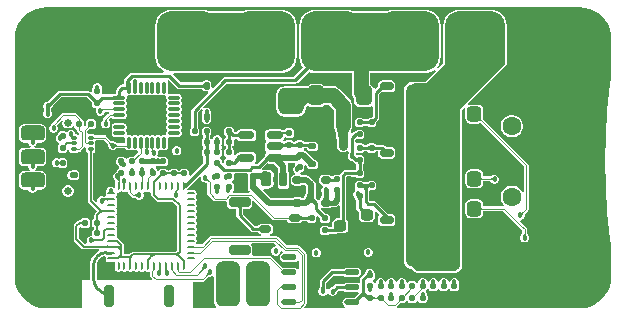
<source format=gbl>
G04*
G04 #@! TF.GenerationSoftware,Altium Limited,Altium Designer,21.6.1 (37)*
G04*
G04 Layer_Physical_Order=4*
G04 Layer_Color=6736896*
%FSLAX25Y25*%
%MOIN*%
G70*
G04*
G04 #@! TF.SameCoordinates,AC17BD28-DEAC-4D96-B394-8643799D6FE3*
G04*
G04*
G04 #@! TF.FilePolarity,Positive*
G04*
G01*
G75*
%ADD10C,0.01000*%
%ADD23C,0.00400*%
%ADD24C,0.01500*%
%ADD25C,0.00600*%
%ADD26C,0.19685*%
%ADD27O,0.08268X0.03937*%
%ADD28O,0.06299X0.03937*%
%ADD29C,0.02559*%
%ADD30C,0.01800*%
%ADD31C,0.03937*%
%ADD32C,0.06299*%
G04:AMPARAMS|DCode=33|XSize=80mil|YSize=50mil|CornerRadius=12.5mil|HoleSize=0mil|Usage=FLASHONLY|Rotation=0.000|XOffset=0mil|YOffset=0mil|HoleType=Round|Shape=RoundedRectangle|*
%AMROUNDEDRECTD33*
21,1,0.08000,0.02500,0,0,0.0*
21,1,0.05500,0.05000,0,0,0.0*
1,1,0.02500,0.02750,-0.01250*
1,1,0.02500,-0.02750,-0.01250*
1,1,0.02500,-0.02750,0.01250*
1,1,0.02500,0.02750,0.01250*
%
%ADD33ROUNDEDRECTD33*%
%ADD34R,0.08661X0.16535*%
G04:AMPARAMS|DCode=35|XSize=27.56mil|YSize=45.28mil|CornerRadius=6.89mil|HoleSize=0mil|Usage=FLASHONLY|Rotation=90.000|XOffset=0mil|YOffset=0mil|HoleType=Round|Shape=RoundedRectangle|*
%AMROUNDEDRECTD35*
21,1,0.02756,0.03150,0,0,90.0*
21,1,0.01378,0.04528,0,0,90.0*
1,1,0.01378,0.01575,0.00689*
1,1,0.01378,0.01575,-0.00689*
1,1,0.01378,-0.01575,-0.00689*
1,1,0.01378,-0.01575,0.00689*
%
%ADD35ROUNDEDRECTD35*%
G04:AMPARAMS|DCode=36|XSize=165.35mil|YSize=86.61mil|CornerRadius=21.65mil|HoleSize=0mil|Usage=FLASHONLY|Rotation=90.000|XOffset=0mil|YOffset=0mil|HoleType=Round|Shape=RoundedRectangle|*
%AMROUNDEDRECTD36*
21,1,0.16535,0.04331,0,0,90.0*
21,1,0.12205,0.08661,0,0,90.0*
1,1,0.04331,0.02165,0.06102*
1,1,0.04331,0.02165,-0.06102*
1,1,0.04331,-0.02165,-0.06102*
1,1,0.04331,-0.02165,0.06102*
%
%ADD36ROUNDEDRECTD36*%
G04:AMPARAMS|DCode=37|XSize=185.04mil|YSize=59.06mil|CornerRadius=14.76mil|HoleSize=0mil|Usage=FLASHONLY|Rotation=90.000|XOffset=0mil|YOffset=0mil|HoleType=Round|Shape=RoundedRectangle|*
%AMROUNDEDRECTD37*
21,1,0.18504,0.02953,0,0,90.0*
21,1,0.15551,0.05906,0,0,90.0*
1,1,0.02953,0.01476,0.07776*
1,1,0.02953,0.01476,-0.07776*
1,1,0.02953,-0.01476,-0.07776*
1,1,0.02953,-0.01476,0.07776*
%
%ADD37ROUNDEDRECTD37*%
G04:AMPARAMS|DCode=38|XSize=47.24mil|YSize=51.18mil|CornerRadius=11.81mil|HoleSize=0mil|Usage=FLASHONLY|Rotation=90.000|XOffset=0mil|YOffset=0mil|HoleType=Round|Shape=RoundedRectangle|*
%AMROUNDEDRECTD38*
21,1,0.04724,0.02756,0,0,90.0*
21,1,0.02362,0.05118,0,0,90.0*
1,1,0.02362,0.01378,0.01181*
1,1,0.02362,0.01378,-0.01181*
1,1,0.02362,-0.01378,-0.01181*
1,1,0.02362,-0.01378,0.01181*
%
%ADD38ROUNDEDRECTD38*%
G04:AMPARAMS|DCode=39|XSize=51.18mil|YSize=47.24mil|CornerRadius=11.81mil|HoleSize=0mil|Usage=FLASHONLY|Rotation=90.000|XOffset=0mil|YOffset=0mil|HoleType=Round|Shape=RoundedRectangle|*
%AMROUNDEDRECTD39*
21,1,0.05118,0.02362,0,0,90.0*
21,1,0.02756,0.04724,0,0,90.0*
1,1,0.02362,0.01181,0.01378*
1,1,0.02362,0.01181,-0.01378*
1,1,0.02362,-0.01181,-0.01378*
1,1,0.02362,-0.01181,0.01378*
%
%ADD39ROUNDEDRECTD39*%
G04:AMPARAMS|DCode=40|XSize=33.47mil|YSize=47.24mil|CornerRadius=8.37mil|HoleSize=0mil|Usage=FLASHONLY|Rotation=45.000|XOffset=0mil|YOffset=0mil|HoleType=Round|Shape=RoundedRectangle|*
%AMROUNDEDRECTD40*
21,1,0.03347,0.03051,0,0,45.0*
21,1,0.01673,0.04724,0,0,45.0*
1,1,0.01673,0.01670,-0.00487*
1,1,0.01673,0.00487,-0.01670*
1,1,0.01673,-0.01670,0.00487*
1,1,0.01673,-0.00487,0.01670*
%
%ADD40ROUNDEDRECTD40*%
G04:AMPARAMS|DCode=41|XSize=33.47mil|YSize=47.24mil|CornerRadius=8.37mil|HoleSize=0mil|Usage=FLASHONLY|Rotation=315.000|XOffset=0mil|YOffset=0mil|HoleType=Round|Shape=RoundedRectangle|*
%AMROUNDEDRECTD41*
21,1,0.03347,0.03051,0,0,315.0*
21,1,0.01673,0.04724,0,0,315.0*
1,1,0.01673,-0.00487,-0.01670*
1,1,0.01673,-0.01670,-0.00487*
1,1,0.01673,0.00487,0.01670*
1,1,0.01673,0.01670,0.00487*
%
%ADD41ROUNDEDRECTD41*%
%ADD42R,0.10630X0.11024*%
G04:AMPARAMS|DCode=43|XSize=12mil|YSize=38mil|CornerRadius=3mil|HoleSize=0mil|Usage=FLASHONLY|Rotation=180.000|XOffset=0mil|YOffset=0mil|HoleType=Round|Shape=RoundedRectangle|*
%AMROUNDEDRECTD43*
21,1,0.01200,0.03200,0,0,180.0*
21,1,0.00600,0.03800,0,0,180.0*
1,1,0.00600,-0.00300,0.01600*
1,1,0.00600,0.00300,0.01600*
1,1,0.00600,0.00300,-0.01600*
1,1,0.00600,-0.00300,-0.01600*
%
%ADD43ROUNDEDRECTD43*%
G04:AMPARAMS|DCode=44|XSize=12mil|YSize=38mil|CornerRadius=3mil|HoleSize=0mil|Usage=FLASHONLY|Rotation=90.000|XOffset=0mil|YOffset=0mil|HoleType=Round|Shape=RoundedRectangle|*
%AMROUNDEDRECTD44*
21,1,0.01200,0.03200,0,0,90.0*
21,1,0.00600,0.03800,0,0,90.0*
1,1,0.00600,0.01600,0.00300*
1,1,0.00600,0.01600,-0.00300*
1,1,0.00600,-0.01600,-0.00300*
1,1,0.00600,-0.01600,0.00300*
%
%ADD44ROUNDEDRECTD44*%
G04:AMPARAMS|DCode=45|XSize=150mil|YSize=80mil|CornerRadius=20mil|HoleSize=0mil|Usage=FLASHONLY|Rotation=90.000|XOffset=0mil|YOffset=0mil|HoleType=Round|Shape=RoundedRectangle|*
%AMROUNDEDRECTD45*
21,1,0.15000,0.04000,0,0,90.0*
21,1,0.11000,0.08000,0,0,90.0*
1,1,0.04000,0.02000,0.05500*
1,1,0.04000,0.02000,-0.05500*
1,1,0.04000,-0.02000,-0.05500*
1,1,0.04000,-0.02000,0.05500*
%
%ADD45ROUNDEDRECTD45*%
%ADD46O,0.05118X0.01968*%
G04:AMPARAMS|DCode=47|XSize=37.4mil|YSize=39.37mil|CornerRadius=9.35mil|HoleSize=0mil|Usage=FLASHONLY|Rotation=270.000|XOffset=0mil|YOffset=0mil|HoleType=Round|Shape=RoundedRectangle|*
%AMROUNDEDRECTD47*
21,1,0.03740,0.02067,0,0,270.0*
21,1,0.01870,0.03937,0,0,270.0*
1,1,0.01870,-0.01034,-0.00935*
1,1,0.01870,-0.01034,0.00935*
1,1,0.01870,0.01034,0.00935*
1,1,0.01870,0.01034,-0.00935*
%
%ADD47ROUNDEDRECTD47*%
G04:AMPARAMS|DCode=48|XSize=20mil|YSize=20mil|CornerRadius=5mil|HoleSize=0mil|Usage=FLASHONLY|Rotation=270.000|XOffset=0mil|YOffset=0mil|HoleType=Round|Shape=RoundedRectangle|*
%AMROUNDEDRECTD48*
21,1,0.02000,0.01000,0,0,270.0*
21,1,0.01000,0.02000,0,0,270.0*
1,1,0.01000,-0.00500,-0.00500*
1,1,0.01000,-0.00500,0.00500*
1,1,0.01000,0.00500,0.00500*
1,1,0.01000,0.00500,-0.00500*
%
%ADD48ROUNDEDRECTD48*%
G04:AMPARAMS|DCode=49|XSize=20mil|YSize=20mil|CornerRadius=5mil|HoleSize=0mil|Usage=FLASHONLY|Rotation=0.000|XOffset=0mil|YOffset=0mil|HoleType=Round|Shape=RoundedRectangle|*
%AMROUNDEDRECTD49*
21,1,0.02000,0.01000,0,0,0.0*
21,1,0.01000,0.02000,0,0,0.0*
1,1,0.01000,0.00500,-0.00500*
1,1,0.01000,-0.00500,-0.00500*
1,1,0.01000,-0.00500,0.00500*
1,1,0.01000,0.00500,0.00500*
%
%ADD49ROUNDEDRECTD49*%
G04:AMPARAMS|DCode=50|XSize=200mil|YSize=200mil|CornerRadius=50mil|HoleSize=0mil|Usage=FLASHONLY|Rotation=90.000|XOffset=0mil|YOffset=0mil|HoleType=Round|Shape=RoundedRectangle|*
%AMROUNDEDRECTD50*
21,1,0.20000,0.10000,0,0,90.0*
21,1,0.10000,0.20000,0,0,90.0*
1,1,0.10000,0.05000,0.05000*
1,1,0.10000,0.05000,-0.05000*
1,1,0.10000,-0.05000,-0.05000*
1,1,0.10000,-0.05000,0.05000*
%
%ADD50ROUNDEDRECTD50*%
G04:AMPARAMS|DCode=51|XSize=12mil|YSize=19.68mil|CornerRadius=3mil|HoleSize=0mil|Usage=FLASHONLY|Rotation=90.000|XOffset=0mil|YOffset=0mil|HoleType=Round|Shape=RoundedRectangle|*
%AMROUNDEDRECTD51*
21,1,0.01200,0.01369,0,0,90.0*
21,1,0.00600,0.01968,0,0,90.0*
1,1,0.00600,0.00684,0.00300*
1,1,0.00600,0.00684,-0.00300*
1,1,0.00600,-0.00684,-0.00300*
1,1,0.00600,-0.00684,0.00300*
%
%ADD51ROUNDEDRECTD51*%
G04:AMPARAMS|DCode=52|XSize=19.68mil|YSize=23.62mil|CornerRadius=4.92mil|HoleSize=0mil|Usage=FLASHONLY|Rotation=90.000|XOffset=0mil|YOffset=0mil|HoleType=Round|Shape=RoundedRectangle|*
%AMROUNDEDRECTD52*
21,1,0.01968,0.01378,0,0,90.0*
21,1,0.00984,0.02362,0,0,90.0*
1,1,0.00984,0.00689,0.00492*
1,1,0.00984,0.00689,-0.00492*
1,1,0.00984,-0.00689,-0.00492*
1,1,0.00984,-0.00689,0.00492*
%
%ADD52ROUNDEDRECTD52*%
G04:AMPARAMS|DCode=53|XSize=19.68mil|YSize=23.62mil|CornerRadius=4.92mil|HoleSize=0mil|Usage=FLASHONLY|Rotation=180.000|XOffset=0mil|YOffset=0mil|HoleType=Round|Shape=RoundedRectangle|*
%AMROUNDEDRECTD53*
21,1,0.01968,0.01378,0,0,180.0*
21,1,0.00984,0.02362,0,0,180.0*
1,1,0.00984,-0.00492,0.00689*
1,1,0.00984,0.00492,0.00689*
1,1,0.00984,0.00492,-0.00689*
1,1,0.00984,-0.00492,-0.00689*
%
%ADD53ROUNDEDRECTD53*%
G04:AMPARAMS|DCode=54|XSize=59.06mil|YSize=39.37mil|CornerRadius=9.84mil|HoleSize=0mil|Usage=FLASHONLY|Rotation=270.000|XOffset=0mil|YOffset=0mil|HoleType=Round|Shape=RoundedRectangle|*
%AMROUNDEDRECTD54*
21,1,0.05906,0.01968,0,0,270.0*
21,1,0.03937,0.03937,0,0,270.0*
1,1,0.01968,-0.00984,-0.01968*
1,1,0.01968,-0.00984,0.01968*
1,1,0.01968,0.00984,0.01968*
1,1,0.01968,0.00984,-0.01968*
%
%ADD54ROUNDEDRECTD54*%
G04:AMPARAMS|DCode=55|XSize=25mil|YSize=50mil|CornerRadius=6.25mil|HoleSize=0mil|Usage=FLASHONLY|Rotation=180.000|XOffset=0mil|YOffset=0mil|HoleType=Round|Shape=RoundedRectangle|*
%AMROUNDEDRECTD55*
21,1,0.02500,0.03750,0,0,180.0*
21,1,0.01250,0.05000,0,0,180.0*
1,1,0.01250,-0.00625,0.01875*
1,1,0.01250,0.00625,0.01875*
1,1,0.01250,0.00625,-0.01875*
1,1,0.01250,-0.00625,-0.01875*
%
%ADD55ROUNDEDRECTD55*%
G04:AMPARAMS|DCode=56|XSize=24mil|YSize=30mil|CornerRadius=6mil|HoleSize=0mil|Usage=FLASHONLY|Rotation=90.000|XOffset=0mil|YOffset=0mil|HoleType=Round|Shape=RoundedRectangle|*
%AMROUNDEDRECTD56*
21,1,0.02400,0.01800,0,0,90.0*
21,1,0.01200,0.03000,0,0,90.0*
1,1,0.01200,0.00900,0.00600*
1,1,0.01200,0.00900,-0.00600*
1,1,0.01200,-0.00900,-0.00600*
1,1,0.01200,-0.00900,0.00600*
%
%ADD56ROUNDEDRECTD56*%
G04:AMPARAMS|DCode=57|XSize=70.87mil|YSize=31.5mil|CornerRadius=7.87mil|HoleSize=0mil|Usage=FLASHONLY|Rotation=0.000|XOffset=0mil|YOffset=0mil|HoleType=Round|Shape=RoundedRectangle|*
%AMROUNDEDRECTD57*
21,1,0.07087,0.01575,0,0,0.0*
21,1,0.05512,0.03150,0,0,0.0*
1,1,0.01575,0.02756,-0.00787*
1,1,0.01575,-0.02756,-0.00787*
1,1,0.01575,-0.02756,0.00787*
1,1,0.01575,0.02756,0.00787*
%
%ADD57ROUNDEDRECTD57*%
G04:AMPARAMS|DCode=58|XSize=23.62mil|YSize=39.37mil|CornerRadius=5.91mil|HoleSize=0mil|Usage=FLASHONLY|Rotation=90.000|XOffset=0mil|YOffset=0mil|HoleType=Round|Shape=RoundedRectangle|*
%AMROUNDEDRECTD58*
21,1,0.02362,0.02756,0,0,90.0*
21,1,0.01181,0.03937,0,0,90.0*
1,1,0.01181,0.01378,0.00591*
1,1,0.01181,0.01378,-0.00591*
1,1,0.01181,-0.01378,-0.00591*
1,1,0.01181,-0.01378,0.00591*
%
%ADD58ROUNDEDRECTD58*%
G04:AMPARAMS|DCode=59|XSize=27.56mil|YSize=51.18mil|CornerRadius=6.89mil|HoleSize=0mil|Usage=FLASHONLY|Rotation=270.000|XOffset=0mil|YOffset=0mil|HoleType=Round|Shape=RoundedRectangle|*
%AMROUNDEDRECTD59*
21,1,0.02756,0.03740,0,0,270.0*
21,1,0.01378,0.05118,0,0,270.0*
1,1,0.01378,-0.01870,-0.00689*
1,1,0.01378,-0.01870,0.00689*
1,1,0.01378,0.01870,0.00689*
1,1,0.01378,0.01870,-0.00689*
%
%ADD59ROUNDEDRECTD59*%
G04:AMPARAMS|DCode=60|XSize=31.5mil|YSize=70.87mil|CornerRadius=7.87mil|HoleSize=0mil|Usage=FLASHONLY|Rotation=0.000|XOffset=0mil|YOffset=0mil|HoleType=Round|Shape=RoundedRectangle|*
%AMROUNDEDRECTD60*
21,1,0.03150,0.05512,0,0,0.0*
21,1,0.01575,0.07087,0,0,0.0*
1,1,0.01575,0.00787,-0.02756*
1,1,0.01575,-0.00787,-0.02756*
1,1,0.01575,-0.00787,0.02756*
1,1,0.01575,0.00787,0.02756*
%
%ADD60ROUNDEDRECTD60*%
G04:AMPARAMS|DCode=61|XSize=160mil|YSize=160mil|CornerRadius=16mil|HoleSize=0mil|Usage=FLASHONLY|Rotation=0.000|XOffset=0mil|YOffset=0mil|HoleType=Round|Shape=RoundedRectangle|*
%AMROUNDEDRECTD61*
21,1,0.16000,0.12800,0,0,0.0*
21,1,0.12800,0.16000,0,0,0.0*
1,1,0.03200,0.06400,-0.06400*
1,1,0.03200,-0.06400,-0.06400*
1,1,0.03200,-0.06400,0.06400*
1,1,0.03200,0.06400,0.06400*
%
%ADD61ROUNDEDRECTD61*%
G04:AMPARAMS|DCode=62|XSize=26.57mil|YSize=9.84mil|CornerRadius=2.46mil|HoleSize=0mil|Usage=FLASHONLY|Rotation=0.000|XOffset=0mil|YOffset=0mil|HoleType=Round|Shape=RoundedRectangle|*
%AMROUNDEDRECTD62*
21,1,0.02657,0.00492,0,0,0.0*
21,1,0.02165,0.00984,0,0,0.0*
1,1,0.00492,0.01083,-0.00246*
1,1,0.00492,-0.01083,-0.00246*
1,1,0.00492,-0.01083,0.00246*
1,1,0.00492,0.01083,0.00246*
%
%ADD62ROUNDEDRECTD62*%
G04:AMPARAMS|DCode=63|XSize=26.57mil|YSize=9.84mil|CornerRadius=2.46mil|HoleSize=0mil|Usage=FLASHONLY|Rotation=270.000|XOffset=0mil|YOffset=0mil|HoleType=Round|Shape=RoundedRectangle|*
%AMROUNDEDRECTD63*
21,1,0.02657,0.00492,0,0,270.0*
21,1,0.02165,0.00984,0,0,270.0*
1,1,0.00492,-0.00246,-0.01083*
1,1,0.00492,-0.00246,0.01083*
1,1,0.00492,0.00246,0.01083*
1,1,0.00492,0.00246,-0.01083*
%
%ADD63ROUNDEDRECTD63*%
G04:AMPARAMS|DCode=64|XSize=85.04mil|YSize=88.98mil|CornerRadius=21.26mil|HoleSize=0mil|Usage=FLASHONLY|Rotation=0.000|XOffset=0mil|YOffset=0mil|HoleType=Round|Shape=RoundedRectangle|*
%AMROUNDEDRECTD64*
21,1,0.08504,0.04646,0,0,0.0*
21,1,0.04252,0.08898,0,0,0.0*
1,1,0.04252,0.02126,-0.02323*
1,1,0.04252,-0.02126,-0.02323*
1,1,0.04252,-0.02126,0.02323*
1,1,0.04252,0.02126,0.02323*
%
%ADD64ROUNDEDRECTD64*%
G04:AMPARAMS|DCode=65|XSize=55mil|YSize=65mil|CornerRadius=13.75mil|HoleSize=0mil|Usage=FLASHONLY|Rotation=180.000|XOffset=0mil|YOffset=0mil|HoleType=Round|Shape=RoundedRectangle|*
%AMROUNDEDRECTD65*
21,1,0.05500,0.03750,0,0,180.0*
21,1,0.02750,0.06500,0,0,180.0*
1,1,0.02750,-0.01375,0.01875*
1,1,0.02750,0.01375,0.01875*
1,1,0.02750,0.01375,-0.01875*
1,1,0.02750,-0.01375,-0.01875*
%
%ADD65ROUNDEDRECTD65*%
%ADD66C,0.05000*%
%ADD67C,0.02000*%
%ADD68C,0.03000*%
G36*
X191124Y101254D02*
X192708Y100874D01*
X194213Y100250D01*
X195602Y99399D01*
X196841Y98341D01*
X197899Y97102D01*
X198750Y95713D01*
X199374Y94208D01*
X199754Y92624D01*
X199881Y91013D01*
X199878Y91000D01*
Y77903D01*
X199536Y75681D01*
X198602Y67148D01*
X198040Y58582D01*
X197853Y50000D01*
X198040Y41418D01*
X198602Y32852D01*
X199536Y24319D01*
X199878Y22097D01*
Y11500D01*
X199881Y11487D01*
X199754Y9876D01*
X199374Y8292D01*
X198750Y6787D01*
X197899Y5398D01*
X196841Y4159D01*
X195602Y3101D01*
X194213Y2250D01*
X192708Y1626D01*
X191124Y1246D01*
X189513Y1119D01*
X189500Y1122D01*
X128514D01*
X128432Y1236D01*
X128325Y1622D01*
X129561Y2858D01*
X129611Y2878D01*
X130550D01*
X130979Y2964D01*
X131343Y3207D01*
X131523Y3476D01*
X131755Y3521D01*
X131845D01*
X132077Y3476D01*
X132257Y3207D01*
X132621Y2964D01*
X133050Y2878D01*
X134050D01*
X134479Y2964D01*
X134843Y3207D01*
X135023Y3476D01*
X135255Y3521D01*
X135345D01*
X135577Y3476D01*
X135757Y3207D01*
X136121Y2964D01*
X136550Y2878D01*
X137550D01*
X137979Y2964D01*
X138343Y3207D01*
X138586Y3571D01*
X138672Y4000D01*
Y5000D01*
X138600Y5360D01*
Y5698D01*
X138372Y6250D01*
X138119Y6502D01*
X138106Y6545D01*
X138157Y7058D01*
X138178Y7097D01*
X138343Y7207D01*
X138523Y7476D01*
X138755Y7521D01*
X138845D01*
X139077Y7476D01*
X139257Y7207D01*
X139621Y6964D01*
X140050Y6878D01*
X141050D01*
X141479Y6964D01*
X141843Y7207D01*
X142023Y7476D01*
X142255Y7521D01*
X142345D01*
X142577Y7476D01*
X142757Y7207D01*
X143121Y6964D01*
X143550Y6878D01*
X144550D01*
X144979Y6964D01*
X145343Y7207D01*
X145523Y7476D01*
X145755Y7521D01*
X145845D01*
X146077Y7476D01*
X146257Y7207D01*
X146621Y6964D01*
X147050Y6878D01*
X148050D01*
X148479Y6964D01*
X148843Y7207D01*
X149086Y7571D01*
X149172Y8000D01*
Y9000D01*
X149094Y9388D01*
X149100Y9402D01*
Y9998D01*
X148872Y10550D01*
X148450Y10972D01*
X147898Y11200D01*
X147302D01*
X146750Y10972D01*
X146328Y10550D01*
X146100Y9998D01*
Y9978D01*
X145984Y9983D01*
X145527Y10175D01*
X145372Y10550D01*
X144950Y10972D01*
X144398Y11200D01*
X143802D01*
X143250Y10972D01*
X142828Y10550D01*
X142600Y9998D01*
Y9978D01*
X142484Y9983D01*
X142027Y10175D01*
X141872Y10550D01*
X141450Y10972D01*
X140898Y11200D01*
X140302D01*
X139750Y10972D01*
X139328Y10550D01*
X139100Y9998D01*
Y9978D01*
X138984Y9983D01*
X138527Y10175D01*
X138372Y10550D01*
X137950Y10972D01*
X137398Y11200D01*
X136802D01*
X136250Y10972D01*
X135828Y10550D01*
X135600Y9998D01*
Y9805D01*
X135122Y9505D01*
X135023Y9524D01*
X134843Y9793D01*
X134479Y10036D01*
X134050Y10122D01*
X133050D01*
X132621Y10036D01*
X132257Y9793D01*
X132100Y9558D01*
X131600Y9710D01*
Y9998D01*
X131372Y10550D01*
X130950Y10972D01*
X130398Y11200D01*
X129802D01*
X129250Y10972D01*
X128828Y10550D01*
X128600Y9998D01*
Y9992D01*
X128274Y9801D01*
X128000Y9992D01*
Y9998D01*
X127772Y10550D01*
X127350Y10972D01*
X126798Y11200D01*
X126202D01*
X125650Y10972D01*
X125228Y10550D01*
X125073Y10175D01*
X124616Y9983D01*
X124500Y9978D01*
Y9998D01*
X124272Y10550D01*
X123850Y10972D01*
X123298Y11200D01*
X122702D01*
X122150Y10972D01*
X121728Y10550D01*
X121500Y9998D01*
Y9710D01*
X121000Y9558D01*
X120843Y9793D01*
X120550Y9989D01*
X120510Y10144D01*
X120504Y10258D01*
X120535Y10535D01*
X120793Y10707D01*
X121036Y11071D01*
X121122Y11500D01*
Y12500D01*
X121036Y12929D01*
X120862Y13190D01*
X120672Y13650D01*
X120250Y14072D01*
X119698Y14300D01*
X119102D01*
X118550Y14072D01*
X118128Y13650D01*
X117900Y13098D01*
Y12971D01*
X117891Y12963D01*
X117886Y12954D01*
X117882Y12950D01*
X117876Y12935D01*
X117868Y12922D01*
X117857Y12906D01*
X117725Y12752D01*
X117670Y12696D01*
X117644Y12630D01*
X116507Y11493D01*
X116264Y11129D01*
X116178Y10700D01*
X116178Y10700D01*
Y9725D01*
X115678Y9457D01*
X115626Y9492D01*
X115008Y9615D01*
X111858D01*
X111240Y9492D01*
X110816Y9209D01*
X110698Y9160D01*
X110692Y9145D01*
X110640Y9122D01*
X108400D01*
X108400Y9122D01*
X107971Y9036D01*
X107607Y8793D01*
X107607Y8793D01*
X107170Y8356D01*
X107104Y8330D01*
X107040Y8267D01*
X106992Y8223D01*
X106899Y8147D01*
X106878Y8132D01*
X106865Y8124D01*
X106850Y8118D01*
X106846Y8114D01*
X106837Y8109D01*
X106829Y8100D01*
X106702D01*
X106150Y7872D01*
X105728Y7450D01*
X105229Y7459D01*
X104982Y7652D01*
X104979Y7662D01*
X104979Y7667D01*
X104973Y7682D01*
X104969Y7697D01*
X104966Y7716D01*
X104950Y7918D01*
X104949Y7997D01*
X104922Y8062D01*
Y9535D01*
X107265Y11878D01*
X110640D01*
X110692Y11855D01*
X110698Y11840D01*
X110816Y11791D01*
X111240Y11508D01*
X111858Y11385D01*
X115008D01*
X115626Y11508D01*
X116150Y11858D01*
X116500Y12382D01*
X116623Y13000D01*
X116500Y13618D01*
X116150Y14142D01*
X115626Y14492D01*
X115008Y14615D01*
X111858D01*
X111240Y14492D01*
X110816Y14209D01*
X110698Y14160D01*
X110692Y14145D01*
X110640Y14121D01*
X106800D01*
X106800Y14122D01*
X106371Y14036D01*
X106007Y13793D01*
X103007Y10793D01*
X102764Y10429D01*
X102678Y10000D01*
X102678Y10000D01*
Y8062D01*
X102651Y7997D01*
X102649Y7907D01*
X102647Y7842D01*
X102635Y7722D01*
X102631Y7697D01*
X102627Y7682D01*
X102621Y7667D01*
X102621Y7662D01*
X102618Y7652D01*
X102619Y7640D01*
X102528Y7550D01*
X102300Y6998D01*
Y6402D01*
X102528Y5850D01*
X102950Y5428D01*
X103502Y5200D01*
X104098D01*
X104650Y5428D01*
X105072Y5850D01*
X105109Y5940D01*
X105650D01*
X105728Y5750D01*
X106150Y5328D01*
X106702Y5100D01*
X107298D01*
X107850Y5328D01*
X108272Y5750D01*
X108500Y6302D01*
Y6429D01*
X108509Y6437D01*
X108514Y6446D01*
X108518Y6450D01*
X108524Y6465D01*
X108532Y6478D01*
X108543Y6494D01*
X108675Y6648D01*
X108730Y6704D01*
X108756Y6770D01*
X108865Y6878D01*
X110640D01*
X110692Y6855D01*
X110698Y6840D01*
X110816Y6791D01*
X111240Y6508D01*
X111858Y6385D01*
X115008D01*
X115412Y6465D01*
X115628Y6200D01*
X115679Y6008D01*
X115618Y5943D01*
X115594Y5881D01*
X114478Y4764D01*
X114467Y4763D01*
X114435Y4721D01*
X114419Y4705D01*
X114359Y4684D01*
X114305Y4634D01*
X114279Y4615D01*
X111858D01*
X111240Y4492D01*
X110716Y4142D01*
X110366Y3618D01*
X110243Y3000D01*
X110366Y2382D01*
X110716Y1858D01*
X111070Y1622D01*
X110918Y1122D01*
X97728D01*
X97537Y1584D01*
X98077Y2123D01*
X98254Y2388D01*
X98316Y2700D01*
X98316Y2700D01*
Y19200D01*
X98254Y19512D01*
X98077Y19777D01*
X98077Y19777D01*
X96077Y21777D01*
X95812Y21954D01*
X95500Y22016D01*
X95500Y22016D01*
X91738D01*
X88777Y24977D01*
X88512Y25154D01*
X88200Y25216D01*
X88200Y25216D01*
X86123D01*
X86073Y25716D01*
X86437Y25788D01*
X86831Y26051D01*
X87094Y26445D01*
X87186Y26909D01*
Y28091D01*
X87094Y28555D01*
X86831Y28949D01*
X86437Y29212D01*
X85972Y29304D01*
X83217D01*
X82752Y29212D01*
X82358Y28949D01*
X82254Y28793D01*
X82212Y28776D01*
X82163Y28657D01*
X82139Y28622D01*
X81065D01*
X77122Y32565D01*
Y34172D01*
X78756D01*
X79297Y34280D01*
X79756Y34586D01*
X80063Y35045D01*
X80171Y35587D01*
Y36669D01*
X80670Y36876D01*
X86883Y30663D01*
X86883Y30663D01*
X87148Y30487D01*
X87460Y30424D01*
X87460Y30424D01*
X91859D01*
X91906Y30185D01*
X92169Y29791D01*
X92563Y29528D01*
X93028Y29436D01*
X95784D01*
X96248Y29528D01*
X96642Y29791D01*
X96746Y29948D01*
X96788Y29965D01*
X96837Y30083D01*
X96860Y30119D01*
X98440D01*
X98460Y30090D01*
X98464Y30071D01*
X98511Y30000D01*
X98550Y29884D01*
X98608Y29855D01*
X98707Y29707D01*
X99071Y29464D01*
X99500Y29378D01*
X100500D01*
X100929Y29464D01*
X101293Y29707D01*
X101536Y30071D01*
X101622Y30500D01*
Y31500D01*
X101600Y31606D01*
X102061Y31853D01*
X102793Y31121D01*
X102817Y31058D01*
X102878Y30992D01*
Y30616D01*
X102865Y30583D01*
X102876Y30556D01*
X102867Y30527D01*
X102878Y30506D01*
Y30500D01*
X102964Y30071D01*
X103207Y29707D01*
X103571Y29464D01*
X104000Y29378D01*
X105000D01*
X105429Y29464D01*
X105793Y29707D01*
X106036Y30071D01*
X106122Y30500D01*
Y31500D01*
X106036Y31929D01*
X105793Y32293D01*
X105429Y32536D01*
X105000Y32622D01*
X104994D01*
X104973Y32633D01*
X104944Y32624D01*
X104917Y32635D01*
X104884Y32622D01*
X104508D01*
X104442Y32683D01*
X104379Y32707D01*
X102988Y34098D01*
X103307Y34486D01*
X103332Y34470D01*
X103800Y34376D01*
X105600D01*
X106068Y34470D01*
X106465Y34735D01*
X106506Y34796D01*
X106561Y34800D01*
X106626Y34801D01*
X106680Y34824D01*
X107118D01*
X107177Y34801D01*
X107459Y34807D01*
X107476Y34814D01*
X107494Y34808D01*
X107695Y34824D01*
X107700D01*
X107703Y34824D01*
X107728Y34826D01*
X107738Y34831D01*
X107764Y34836D01*
X107781Y34832D01*
X107966Y34862D01*
X108002Y34884D01*
X108011Y34885D01*
X108052Y34881D01*
X108170Y34917D01*
X108227Y34928D01*
X108309Y34984D01*
X108335Y34987D01*
X108423Y35040D01*
X108452Y35079D01*
X108673Y35227D01*
X108825Y35378D01*
X109000D01*
X109378Y35068D01*
Y31000D01*
X108537D01*
X107939Y30881D01*
X107431Y30542D01*
X107091Y30034D01*
X106972Y29435D01*
Y28122D01*
X105930D01*
X105919Y28150D01*
X105877Y28167D01*
X105793Y28293D01*
X105429Y28536D01*
X105000Y28622D01*
X104000D01*
X103571Y28536D01*
X103207Y28293D01*
X102964Y27929D01*
X102878Y27500D01*
Y26500D01*
X102964Y26071D01*
X103207Y25707D01*
X103571Y25464D01*
X104000Y25379D01*
X105000D01*
X105429Y25464D01*
X105793Y25707D01*
X105877Y25833D01*
X105919Y25850D01*
X105930Y25878D01*
X107448D01*
X107520Y25851D01*
X107856Y25859D01*
X107872Y25866D01*
X107889Y25860D01*
X108019Y25870D01*
X108036Y25878D01*
X108037D01*
X108055Y25874D01*
X108160Y25887D01*
X108183Y25901D01*
X108188Y25902D01*
X108215Y25897D01*
X108295Y25915D01*
X108312Y25926D01*
X108500Y25964D01*
X108554Y26000D01*
X110604D01*
X111203Y26119D01*
X111711Y26458D01*
X112050Y26966D01*
X112169Y27565D01*
Y29435D01*
X112050Y30034D01*
X111818Y30382D01*
X111792Y30487D01*
X111718Y30531D01*
X111711Y30542D01*
X111698Y30551D01*
X111652Y30626D01*
X111636Y30637D01*
X111622Y30669D01*
Y44835D01*
X111665Y44878D01*
X114569D01*
X114581Y44850D01*
X114623Y44833D01*
X114707Y44707D01*
X115071Y44464D01*
X115500Y44378D01*
X116500D01*
X116929Y44464D01*
X117293Y44707D01*
X117536Y45071D01*
X117622Y45500D01*
Y46500D01*
X117536Y46929D01*
X117293Y47293D01*
X117167Y47377D01*
X117150Y47419D01*
X117122Y47431D01*
Y49069D01*
X117150Y49081D01*
X117167Y49123D01*
X117293Y49207D01*
X117536Y49571D01*
X117622Y50000D01*
Y51000D01*
X117536Y51429D01*
X117293Y51793D01*
X116929Y52036D01*
X116500Y52122D01*
X115500D01*
X115491Y52120D01*
X115038Y52100D01*
X114849Y52463D01*
X114816Y52544D01*
X114948Y52762D01*
X115036Y52859D01*
X115139Y52942D01*
X115157Y52947D01*
X115500Y52878D01*
X116500D01*
X116929Y52964D01*
X117293Y53207D01*
X117377Y53333D01*
X117419Y53350D01*
X117430Y53378D01*
X118570D01*
X118581Y53350D01*
X118623Y53333D01*
X118707Y53207D01*
X119071Y52964D01*
X119500Y52878D01*
X120500D01*
X120929Y52964D01*
X121293Y53207D01*
X121377Y53333D01*
X121419Y53350D01*
X121431Y53378D01*
X122202D01*
Y52284D01*
X122302Y51780D01*
X122586Y51354D01*
X123013Y51069D01*
X123516Y50969D01*
X126665D01*
X127168Y51069D01*
X127595Y51354D01*
X127880Y51780D01*
X127980Y52284D01*
Y53661D01*
X127880Y54164D01*
X127595Y54591D01*
X127168Y54876D01*
X126665Y54976D01*
X124742D01*
X124728Y54982D01*
X124727Y54982D01*
X124727Y54983D01*
X124723Y54984D01*
X124719Y54986D01*
X124718Y54986D01*
X124712Y54989D01*
X124706Y54989D01*
X124697Y54995D01*
X124683Y55007D01*
X124652Y55036D01*
X124589Y55060D01*
X124356Y55293D01*
X123992Y55536D01*
X123563Y55622D01*
X123563Y55622D01*
X121431D01*
X121419Y55650D01*
X121377Y55667D01*
X121293Y55793D01*
X120929Y56036D01*
X120500Y56122D01*
X119500D01*
X119071Y56036D01*
X118707Y55793D01*
X118623Y55667D01*
X118581Y55650D01*
X118570Y55622D01*
X117430D01*
X117419Y55650D01*
X117377Y55667D01*
X117293Y55793D01*
X116929Y56036D01*
X116500Y56122D01*
X115500D01*
X115122Y56046D01*
X115028Y56065D01*
X114622Y56337D01*
Y57195D01*
X115010Y57504D01*
X115071Y57464D01*
X115500Y57378D01*
X116500D01*
X116929Y57464D01*
X117293Y57707D01*
X117536Y58071D01*
X117622Y58500D01*
Y59500D01*
X117536Y59929D01*
X117293Y60293D01*
X116929Y60536D01*
X116500Y60622D01*
X115500D01*
X115071Y60536D01*
X114707Y60293D01*
X114603Y60137D01*
X114590Y60132D01*
X114575Y60095D01*
X114560Y60074D01*
X114371Y60036D01*
X114007Y59793D01*
X114007Y59793D01*
X113615Y59401D01*
X113487Y59414D01*
X113085Y59955D01*
X113100Y60032D01*
Y60296D01*
X113208Y60437D01*
X113521Y61191D01*
X113627Y62000D01*
Y68500D01*
X113627Y68500D01*
X113574Y68904D01*
X113521Y69309D01*
X113208Y70063D01*
X112711Y70711D01*
X109211Y74211D01*
X108563Y74708D01*
X107809Y75020D01*
X107405Y75073D01*
X107000Y75127D01*
X107000Y75127D01*
X105653D01*
X105600Y75149D01*
X104484Y75165D01*
X104385Y75171D01*
X104299Y75299D01*
X103646Y75735D01*
X102875Y75889D01*
X100125D01*
X99354Y75735D01*
X98701Y75299D01*
X98635Y75200D01*
X97382Y75149D01*
X97334Y75127D01*
X95146D01*
X95146Y75127D01*
X94732Y75072D01*
X91020D01*
X90308Y74979D01*
X89645Y74704D01*
X89075Y74267D01*
X88639Y73698D01*
X88364Y73035D01*
X88270Y72323D01*
Y67677D01*
X88364Y66966D01*
X88639Y66302D01*
X89075Y65733D01*
X89645Y65296D01*
X90308Y65021D01*
X91020Y64928D01*
X95272D01*
X95983Y65021D01*
X96646Y65296D01*
X97216Y65733D01*
X97653Y66302D01*
X97818Y66701D01*
X97827Y66705D01*
X97850Y66779D01*
X97907Y66917D01*
X97973Y67023D01*
X98041Y67454D01*
X98122Y67813D01*
X98215Y68115D01*
X98317Y68359D01*
X98335Y68390D01*
X98358Y68410D01*
X98891Y68574D01*
X99354Y68265D01*
X100125Y68111D01*
X102875D01*
X103646Y68265D01*
X104299Y68701D01*
X104365Y68800D01*
X105618Y68851D01*
X105666Y68873D01*
X105705D01*
X107374Y67204D01*
Y62000D01*
X107480Y61191D01*
X107792Y60437D01*
X107901Y60296D01*
Y60032D01*
X108024Y59414D01*
X108171Y59194D01*
X108347Y56111D01*
X108351Y55231D01*
X108368Y55191D01*
X108522Y54414D01*
X108986Y53720D01*
X109681Y53255D01*
X110500Y53092D01*
X111320Y53255D01*
X111572Y53424D01*
X111849Y53479D01*
X111878Y53499D01*
X112378Y53232D01*
Y53162D01*
X112351Y53097D01*
X112349Y53007D01*
X112347Y52942D01*
X112335Y52823D01*
X112331Y52797D01*
X112327Y52782D01*
X112321Y52767D01*
X112321Y52762D01*
X112318Y52752D01*
X112319Y52740D01*
X112228Y52650D01*
X112000Y52098D01*
Y51502D01*
X112228Y50950D01*
X112650Y50528D01*
X113202Y50300D01*
X113329D01*
X113337Y50291D01*
X113346Y50286D01*
X113350Y50282D01*
X113365Y50276D01*
X113378Y50268D01*
X113394Y50257D01*
X113548Y50125D01*
X113604Y50070D01*
X113670Y50044D01*
X114007Y49707D01*
X114007Y49707D01*
X114371Y49464D01*
X114560Y49426D01*
X114575Y49405D01*
X114590Y49368D01*
X114603Y49363D01*
X114707Y49207D01*
X114833Y49123D01*
X114850Y49081D01*
X114878Y49069D01*
Y47431D01*
X114850Y47419D01*
X114833Y47377D01*
X114707Y47293D01*
X114623Y47167D01*
X114581Y47150D01*
X114569Y47122D01*
X111200D01*
X111200Y47122D01*
X110771Y47036D01*
X110407Y46793D01*
X109707Y46093D01*
X109464Y45729D01*
X109426Y45537D01*
X109000Y45622D01*
X108000D01*
X107571Y45536D01*
X107207Y45293D01*
X107122Y45166D01*
X106890Y45120D01*
X106872Y45118D01*
X106537Y45157D01*
X106465Y45265D01*
X106068Y45530D01*
X105600Y45623D01*
X103800D01*
X103332Y45530D01*
X102935Y45265D01*
X102670Y44868D01*
X102576Y44400D01*
Y43200D01*
X102670Y42732D01*
X102935Y42335D01*
X103332Y42070D01*
X103516Y42033D01*
X103671Y41492D01*
X103428Y41250D01*
X103200Y40698D01*
Y40102D01*
X103324Y39803D01*
Y38797D01*
X103200Y38498D01*
Y37902D01*
X103218Y37857D01*
X103111Y37813D01*
X103094Y37772D01*
X102935Y37665D01*
X102670Y37268D01*
X102652Y37181D01*
X102110Y37019D01*
X102109Y37020D01*
X101765Y37392D01*
X101514Y37695D01*
X101433Y37807D01*
X101375Y37898D01*
X101345Y37955D01*
X101341Y37966D01*
X101335Y37996D01*
X101331Y38001D01*
Y42400D01*
X101207Y43024D01*
X100854Y43554D01*
X99454Y44954D01*
X98924Y45307D01*
X98300Y45431D01*
X97290D01*
X97249Y45449D01*
X96809Y45455D01*
X96778Y45457D01*
X96668Y45530D01*
X96396Y45585D01*
X96256Y46096D01*
X96500Y46378D01*
X96929Y46464D01*
X97293Y46707D01*
X97536Y47071D01*
X97622Y47500D01*
Y48500D01*
X98084Y48735D01*
X98197Y48737D01*
X98265Y48666D01*
X98375Y48540D01*
X98405Y48500D01*
X98430Y48463D01*
X98444Y48439D01*
X98447Y48433D01*
X98450Y48418D01*
X98455Y48411D01*
X98459Y48400D01*
X98477Y48380D01*
X98486Y48367D01*
X98495Y48348D01*
X98548Y48082D01*
X98790Y47721D01*
X99151Y47479D01*
X99577Y47394D01*
X100137D01*
X100266Y47369D01*
X100395Y47394D01*
X100955D01*
X101381Y47479D01*
X101742Y47721D01*
X101984Y48082D01*
X102069Y48508D01*
Y49492D01*
X101984Y49918D01*
X101742Y50279D01*
X101381Y50521D01*
X101131Y50571D01*
X101069Y50605D01*
X101063Y50611D01*
X101054Y50614D01*
X101050Y50616D01*
X101045Y50619D01*
X101043Y50620D01*
X101031Y50627D01*
X101025Y50625D01*
X101024Y50626D01*
X100999Y50640D01*
X100963Y50664D01*
X100923Y50695D01*
X100797Y50804D01*
X100726Y50872D01*
X100684Y50889D01*
X98420Y53154D01*
X97890Y53507D01*
X97479Y53589D01*
X97316Y54092D01*
X97570Y54378D01*
X98489D01*
X98548Y54082D01*
X98790Y53720D01*
X99151Y53479D01*
X99577Y53394D01*
X100955D01*
X101381Y53479D01*
X101742Y53720D01*
X101984Y54082D01*
X102069Y54508D01*
Y55492D01*
X101984Y55918D01*
X101742Y56279D01*
X101381Y56521D01*
X100955Y56606D01*
X99846D01*
X99766Y56622D01*
X99766Y56622D01*
X99192D01*
X99173Y56625D01*
X99158Y56622D01*
X99132D01*
X99110Y56633D01*
X98943Y56646D01*
X98922Y56639D01*
X98903Y56648D01*
X98799Y56649D01*
X98795Y56647D01*
X98790Y56649D01*
X98723Y56622D01*
X97430D01*
X97419Y56650D01*
X97377Y56667D01*
X97293Y56793D01*
X96929Y57036D01*
X96500Y57122D01*
X95500D01*
X95071Y57036D01*
X94707Y56793D01*
X94623Y56667D01*
X94581Y56650D01*
X94569Y56622D01*
X93931D01*
X93919Y56650D01*
X93877Y56667D01*
X93793Y56793D01*
X93429Y57036D01*
X93000Y57122D01*
X92000D01*
X91571Y57036D01*
X91207Y56793D01*
X90697Y56857D01*
X90547Y57069D01*
X90564Y57176D01*
X90569Y57189D01*
X90809Y57548D01*
X90873Y57874D01*
X90874Y57875D01*
X91304Y58068D01*
X91409Y58072D01*
X91571Y57964D01*
X92000Y57878D01*
X93000D01*
X93429Y57964D01*
X93793Y58207D01*
X94036Y58571D01*
X94122Y59000D01*
Y60000D01*
X94036Y60429D01*
X93793Y60793D01*
X93429Y61036D01*
X93000Y61122D01*
X92000D01*
X91571Y61036D01*
X91207Y60793D01*
X90964Y60429D01*
X90961Y60418D01*
X90473D01*
X90450Y60453D01*
X90351Y60474D01*
X90097Y60643D01*
X89595Y60743D01*
X85854D01*
X85351Y60643D01*
X84925Y60358D01*
X84640Y59932D01*
X84540Y59429D01*
Y58051D01*
X84640Y57548D01*
X84880Y57189D01*
X84928Y56971D01*
Y56770D01*
X84880Y56551D01*
X84640Y56192D01*
X84540Y55689D01*
Y54311D01*
X84640Y53808D01*
X84880Y53449D01*
X84928Y53230D01*
Y53030D01*
X84880Y52811D01*
X84640Y52452D01*
X84571Y52105D01*
X84516Y51996D01*
X84514Y51962D01*
X84513Y51960D01*
X84507Y51941D01*
X84492Y51906D01*
X84465Y51858D01*
X84426Y51797D01*
X84378Y51732D01*
X84225Y51554D01*
X84131Y51457D01*
X84126Y51442D01*
X84079Y51402D01*
X84041Y51327D01*
X81935Y49222D01*
X81346D01*
X81219Y49419D01*
X81128Y49722D01*
X81360Y50068D01*
X81460Y50571D01*
Y51949D01*
X81360Y52452D01*
X81075Y52878D01*
X80649Y53163D01*
X80146Y53263D01*
X76406D01*
X75903Y53163D01*
X75476Y52878D01*
X75373Y52723D01*
X74910Y52531D01*
X74570Y52191D01*
X74104Y52365D01*
X74096Y52370D01*
X74122Y52500D01*
Y53500D01*
X74036Y53929D01*
X73793Y54293D01*
X73667Y54377D01*
X73650Y54419D01*
X73622Y54431D01*
Y55070D01*
X73650Y55081D01*
X73667Y55123D01*
X73793Y55207D01*
X74036Y55571D01*
X74122Y56000D01*
Y57000D01*
X74098Y57119D01*
X74465Y57619D01*
X75151D01*
X75187Y57568D01*
X75191Y57548D01*
X75260Y57446D01*
X75309Y57328D01*
X75350Y57311D01*
X75476Y57122D01*
X75903Y56837D01*
X76406Y56737D01*
X80146D01*
X80649Y56837D01*
X81075Y57122D01*
X81360Y57548D01*
X81460Y58051D01*
Y59429D01*
X81360Y59932D01*
X81075Y60358D01*
X80649Y60643D01*
X80146Y60743D01*
X76406D01*
X75903Y60643D01*
X75476Y60358D01*
X75350Y60170D01*
X75309Y60153D01*
X75260Y60034D01*
X75191Y59932D01*
X75187Y59913D01*
X75151Y59862D01*
X74224D01*
X74207Y59879D01*
X74183Y59942D01*
X74122Y60008D01*
Y60384D01*
X74135Y60417D01*
X74124Y60444D01*
X74133Y60473D01*
X74122Y60494D01*
Y60500D01*
X74036Y60929D01*
X73793Y61293D01*
X73429Y61536D01*
X73000Y61622D01*
X72000D01*
X71571Y61536D01*
X71207Y61293D01*
X70964Y60929D01*
X70878Y60500D01*
Y59500D01*
X70964Y59071D01*
X71207Y58707D01*
X71333Y58623D01*
X71350Y58581D01*
X71378Y58570D01*
Y57930D01*
X71350Y57919D01*
X71333Y57877D01*
X71207Y57793D01*
X70964Y57429D01*
X70878Y57000D01*
Y56000D01*
X70964Y55571D01*
X71207Y55207D01*
X71333Y55123D01*
X71350Y55081D01*
X71378Y55070D01*
Y54431D01*
X71350Y54419D01*
X71333Y54377D01*
X71207Y54293D01*
X70964Y53929D01*
X70878Y53500D01*
Y52500D01*
X70964Y52071D01*
X71207Y51707D01*
X71476Y51527D01*
X71521Y51295D01*
Y51205D01*
X71476Y50973D01*
X71207Y50793D01*
X70964Y50429D01*
X70878Y50000D01*
Y49745D01*
X70387Y49394D01*
X70366Y49399D01*
X70122Y49604D01*
Y49884D01*
X70135Y49917D01*
X70124Y49944D01*
X70133Y49973D01*
X70122Y49994D01*
Y50000D01*
X70036Y50429D01*
X69793Y50793D01*
X69524Y50973D01*
X69479Y51205D01*
Y51295D01*
X69524Y51527D01*
X69793Y51707D01*
X70036Y52071D01*
X70122Y52500D01*
Y53500D01*
X70036Y53929D01*
X69880Y54163D01*
X70000Y54452D01*
Y55048D01*
X69880Y55338D01*
X70036Y55571D01*
X70122Y56000D01*
Y57000D01*
X70036Y57429D01*
X70000Y57483D01*
Y57498D01*
X69772Y58050D01*
X69350Y58472D01*
X68798Y58700D01*
X68202D01*
X67650Y58472D01*
X67228Y58050D01*
X67017Y57540D01*
X66774Y57479D01*
X66705D01*
X66473Y57524D01*
X66293Y57793D01*
X66167Y57877D01*
X66150Y57919D01*
X66122Y57930D01*
Y58570D01*
X66150Y58581D01*
X66167Y58623D01*
X66293Y58707D01*
X66536Y59071D01*
X66622Y59500D01*
Y60500D01*
X66536Y60929D01*
X66293Y61293D01*
X65929Y61536D01*
X65500Y61622D01*
X64500D01*
X64071Y61536D01*
X63707Y61293D01*
X63464Y60929D01*
X63378Y60500D01*
Y59500D01*
X63464Y59071D01*
X63707Y58707D01*
X63833Y58623D01*
X63850Y58581D01*
X63878Y58570D01*
Y57930D01*
X63850Y57919D01*
X63833Y57877D01*
X63707Y57793D01*
X63464Y57429D01*
X63378Y57000D01*
Y56000D01*
X63464Y55571D01*
X63707Y55207D01*
X63833Y55123D01*
X63850Y55081D01*
X63878Y55070D01*
Y54431D01*
X63850Y54419D01*
X63833Y54377D01*
X63707Y54293D01*
X63464Y53929D01*
X63378Y53500D01*
Y52500D01*
X63464Y52071D01*
X63707Y51707D01*
X63833Y51623D01*
X63850Y51581D01*
X63878Y51569D01*
Y49465D01*
X59686Y45272D01*
X59254Y45484D01*
X59222Y45515D01*
Y46500D01*
X59136Y46929D01*
X58893Y47293D01*
X58529Y47536D01*
X58100Y47622D01*
X57100D01*
X56671Y47536D01*
X56307Y47293D01*
X56127Y47024D01*
X55895Y46979D01*
X55805D01*
X55573Y47024D01*
X55393Y47293D01*
X55029Y47536D01*
X54600Y47622D01*
X53600D01*
X53171Y47536D01*
X52807Y47293D01*
X52627Y47024D01*
X52395Y46979D01*
X52305D01*
X52073Y47024D01*
X51893Y47293D01*
X51529Y47536D01*
X51100Y47622D01*
X50100D01*
X49671Y47536D01*
X49307Y47293D01*
X49127Y47024D01*
X48895Y46979D01*
X48805D01*
X48573Y47024D01*
X48393Y47293D01*
X48348Y47323D01*
X48172Y47750D01*
X48137Y47785D01*
X48228Y48340D01*
X48552Y48500D01*
X49148D01*
X49378Y48595D01*
X49447Y48589D01*
X49457Y48587D01*
X49470Y48583D01*
X49474Y48583D01*
X49485Y48581D01*
X49494Y48582D01*
X49671Y48464D01*
X50100Y48378D01*
X51100D01*
X51529Y48464D01*
X51893Y48707D01*
X52136Y49071D01*
X52222Y49500D01*
Y50500D01*
X52136Y50929D01*
X51893Y51293D01*
X51529Y51536D01*
X51100Y51622D01*
X50100D01*
X49671Y51536D01*
X49494Y51418D01*
X49485Y51419D01*
X49474Y51417D01*
X49470Y51417D01*
X49457Y51413D01*
X49453Y51412D01*
X49375Y51406D01*
X49148Y51500D01*
X48828D01*
X48621Y52000D01*
X48672Y52050D01*
X48900Y52602D01*
Y53198D01*
X48851Y53317D01*
X49129Y53732D01*
X49237D01*
X49588Y53802D01*
X49921Y53982D01*
X50254Y53802D01*
X50605Y53732D01*
X51205D01*
X51557Y53802D01*
X51854Y54001D01*
X52053Y54299D01*
X52123Y54650D01*
Y57850D01*
X52123Y57852D01*
X52548Y58277D01*
X52550Y58277D01*
X55750D01*
X56101Y58347D01*
X56399Y58546D01*
X56598Y58843D01*
X56668Y59194D01*
Y59794D01*
X56598Y60146D01*
X56399Y60443D01*
Y60514D01*
X56598Y60812D01*
X56668Y61163D01*
Y61763D01*
X56598Y62114D01*
X56418Y62447D01*
X56598Y62780D01*
X56668Y63131D01*
Y63731D01*
X56598Y64083D01*
X56399Y64380D01*
Y64451D01*
X56598Y64749D01*
X56668Y65100D01*
Y65700D01*
X56598Y66051D01*
X56399Y66349D01*
Y66420D01*
X56598Y66717D01*
X56668Y67068D01*
Y67668D01*
X56598Y68020D01*
X56418Y68353D01*
X56598Y68686D01*
X56668Y69037D01*
Y69637D01*
X56598Y69988D01*
X56399Y70286D01*
Y70357D01*
X56598Y70654D01*
X56668Y71005D01*
Y71605D01*
X56598Y71957D01*
X56399Y72254D01*
X56101Y72453D01*
X55750Y72523D01*
X52550D01*
X52548Y72523D01*
X52123Y72948D01*
X52123Y72950D01*
Y76150D01*
X52053Y76501D01*
X52008Y76569D01*
X52191Y77130D01*
X52346Y77168D01*
X55073Y74441D01*
X55437Y74198D01*
X55866Y74112D01*
X55866Y74112D01*
X63483D01*
X63547Y74016D01*
X63596Y73898D01*
X63638Y73881D01*
X63721Y73757D01*
X64082Y73516D01*
X64508Y73431D01*
X65338D01*
X65548Y73034D01*
X65561Y72947D01*
X60207Y67593D01*
X59964Y67229D01*
X59878Y66800D01*
X59878Y66800D01*
Y61431D01*
X59850Y61419D01*
X59833Y61377D01*
X59707Y61293D01*
X59464Y60929D01*
X59378Y60500D01*
Y59500D01*
X59464Y59071D01*
X59707Y58707D01*
X60071Y58464D01*
X60500Y58378D01*
X61500D01*
X61929Y58464D01*
X62293Y58707D01*
X62536Y59071D01*
X62622Y59500D01*
Y60500D01*
X62536Y60929D01*
X62293Y61293D01*
X62167Y61377D01*
X62150Y61419D01*
X62122Y61431D01*
Y66335D01*
X63364Y67578D01*
X63728Y67250D01*
X63500Y66698D01*
Y66102D01*
X63548Y65985D01*
X63479Y65881D01*
X63394Y65455D01*
Y64077D01*
X63479Y63651D01*
X63500Y63620D01*
Y63602D01*
X63728Y63050D01*
X64150Y62628D01*
X64702Y62400D01*
X65298D01*
X65850Y62628D01*
X66272Y63050D01*
X66500Y63602D01*
Y63620D01*
X66521Y63651D01*
X66606Y64077D01*
Y65455D01*
X66521Y65881D01*
X66452Y65985D01*
X66500Y66102D01*
Y66698D01*
X66272Y67250D01*
X65850Y67672D01*
X65298Y67900D01*
X64702D01*
X64150Y67672D01*
X63822Y68036D01*
X71765Y75978D01*
X94600D01*
X94600Y75978D01*
X95029Y76064D01*
X95393Y76307D01*
X99035Y79949D01*
X99087Y79938D01*
X100038Y79544D01*
X101500Y79352D01*
X101997D01*
X102000Y79351D01*
X113373D01*
Y73000D01*
X113373Y73000D01*
X113426Y72595D01*
X113480Y72191D01*
X113792Y71437D01*
X114111Y71021D01*
Y70125D01*
X114265Y69354D01*
X114701Y68701D01*
X115354Y68265D01*
X116125Y68111D01*
X118875D01*
X119646Y68265D01*
X119878Y68420D01*
X120378Y68153D01*
Y64965D01*
X120121Y64707D01*
X120058Y64683D01*
X119992Y64622D01*
X119616D01*
X119583Y64635D01*
X119556Y64624D01*
X119527Y64633D01*
X119506Y64622D01*
X119500D01*
X119071Y64536D01*
X118707Y64293D01*
X118623Y64167D01*
X118581Y64150D01*
X118570Y64122D01*
X117430D01*
X117419Y64150D01*
X117377Y64167D01*
X117293Y64293D01*
X116929Y64536D01*
X116500Y64622D01*
X115500D01*
X115071Y64536D01*
X114707Y64293D01*
X114464Y63929D01*
X114378Y63500D01*
Y62500D01*
X114464Y62071D01*
X114707Y61707D01*
X115071Y61464D01*
X115500Y61378D01*
X116500D01*
X116929Y61464D01*
X117293Y61707D01*
X117377Y61833D01*
X117419Y61850D01*
X117430Y61878D01*
X118570D01*
X118581Y61850D01*
X118623Y61833D01*
X118707Y61707D01*
X119071Y61464D01*
X119500Y61378D01*
X120500D01*
X120929Y61464D01*
X121293Y61707D01*
X121536Y62071D01*
X121622Y62500D01*
Y62506D01*
X121633Y62527D01*
X121624Y62556D01*
X121635Y62583D01*
X121622Y62616D01*
Y62992D01*
X121683Y63058D01*
X121707Y63121D01*
X122293Y63707D01*
X122536Y64071D01*
X122622Y64500D01*
X122622Y64500D01*
Y72335D01*
X123334Y73047D01*
X123357Y73056D01*
X123516Y73024D01*
X126665D01*
X127168Y73124D01*
X127595Y73409D01*
X127880Y73836D01*
X127980Y74339D01*
Y75717D01*
X127880Y76219D01*
X127595Y76646D01*
X127168Y76931D01*
X126665Y77031D01*
X123516D01*
X123013Y76931D01*
X122586Y76646D01*
X122302Y76219D01*
X122202Y75717D01*
Y75432D01*
X122199Y75421D01*
X122202Y75408D01*
Y75147D01*
X122199Y75142D01*
X122189Y75123D01*
X122174Y75103D01*
X122132Y75056D01*
X122110Y74997D01*
X121330Y74217D01*
X120788Y74381D01*
X120735Y74646D01*
X120299Y75299D01*
X119646Y75735D01*
X119627Y75739D01*
Y79351D01*
X136000D01*
X136003Y79352D01*
X137500D01*
X138962Y79544D01*
X140324Y80108D01*
X141006Y80632D01*
X141337Y80255D01*
X137731Y76649D01*
X134000D01*
X133541Y76459D01*
X133477Y76396D01*
X132932Y76324D01*
X132259Y76046D01*
X131681Y75602D01*
X131238Y75024D01*
X130959Y74352D01*
X130864Y73630D01*
Y73533D01*
X130851Y73500D01*
Y17000D01*
X130864Y16967D01*
Y16898D01*
X130959Y16176D01*
X131238Y15503D01*
X131681Y14925D01*
X132259Y14482D01*
X132932Y14203D01*
X133446Y14136D01*
X134541Y13041D01*
X135000Y12851D01*
X148000D01*
X148459Y13041D01*
X148626Y13208D01*
X148932Y13269D01*
X149619Y13727D01*
X150078Y14414D01*
X150239Y15224D01*
Y30776D01*
X150149Y31226D01*
Y37246D01*
X150239Y37697D01*
Y53248D01*
X150149Y53699D01*
Y59301D01*
X150239Y59752D01*
Y67321D01*
X150836Y67917D01*
X151296Y67671D01*
X151188Y67126D01*
Y64370D01*
X151326Y63675D01*
X151720Y63086D01*
X152309Y62692D01*
X153004Y62554D01*
X155366D01*
X156061Y62692D01*
X156237Y62810D01*
X170684Y48362D01*
Y39932D01*
X170184Y39798D01*
X169784Y40491D01*
X169086Y41189D01*
X168231Y41683D01*
X167277Y41939D01*
X166290D01*
X165336Y41683D01*
X164481Y41189D01*
X163783Y40491D01*
X163289Y39636D01*
X163034Y38683D01*
Y37695D01*
X163289Y36742D01*
X163783Y35887D01*
X164102Y35568D01*
X163895Y35068D01*
X157182D01*
Y35630D01*
X157044Y36325D01*
X156650Y36914D01*
X156061Y37308D01*
X155366Y37446D01*
X153004D01*
X152309Y37308D01*
X151720Y36914D01*
X151326Y36325D01*
X151188Y35630D01*
Y32874D01*
X151326Y32179D01*
X151720Y31590D01*
X152309Y31196D01*
X153004Y31058D01*
X155366D01*
X156061Y31196D01*
X156650Y31590D01*
X157044Y32179D01*
X157182Y32874D01*
Y33436D01*
X163810D01*
X167523Y29723D01*
X169223Y28023D01*
X169223Y28023D01*
X170184Y27062D01*
Y26024D01*
X170152Y25957D01*
X170150Y25923D01*
X170149Y25921D01*
X170146Y25911D01*
X170139Y25891D01*
X170124Y25862D01*
X170101Y25824D01*
X170074Y25786D01*
X169971Y25663D01*
X169905Y25597D01*
X169859Y25480D01*
X169728Y25350D01*
X169500Y24798D01*
Y24202D01*
X169728Y23650D01*
X170150Y23228D01*
X170702Y23000D01*
X171298D01*
X171850Y23228D01*
X172272Y23650D01*
X172500Y24202D01*
Y24798D01*
X172272Y25350D01*
X172141Y25480D01*
X172095Y25597D01*
X172023Y25669D01*
X171972Y25727D01*
X171931Y25779D01*
X171899Y25824D01*
X171876Y25862D01*
X171862Y25891D01*
X171854Y25911D01*
X171851Y25921D01*
X171850Y25923D01*
X171848Y25957D01*
X171816Y26024D01*
Y27400D01*
X171816Y27400D01*
X171754Y27712D01*
X171577Y27977D01*
X171577Y27977D01*
X170377Y29177D01*
X170377Y29177D01*
X169553Y30000D01*
X169761Y30500D01*
X169798D01*
X170350Y30728D01*
X170772Y31150D01*
X171000Y31702D01*
Y31886D01*
X171049Y32001D01*
X171051Y32103D01*
X171055Y32180D01*
X171063Y32246D01*
X171072Y32301D01*
X171082Y32344D01*
X171093Y32374D01*
X171101Y32394D01*
X171106Y32403D01*
X171107Y32405D01*
X171130Y32430D01*
X171154Y32500D01*
X172077Y33423D01*
X172077Y33423D01*
X172254Y33688D01*
X172316Y34000D01*
X172316Y34000D01*
Y48700D01*
X172316Y48700D01*
X172254Y49012D01*
X172077Y49277D01*
X172077Y49277D01*
X157149Y64204D01*
X157182Y64370D01*
Y67126D01*
X157044Y67821D01*
X156650Y68410D01*
X156061Y68804D01*
X155366Y68942D01*
X153004D01*
X152459Y68834D01*
X152213Y69294D01*
X164959Y82041D01*
X165149Y82500D01*
Y94000D01*
X165148Y94003D01*
Y95000D01*
X164956Y96462D01*
X164392Y97824D01*
X163494Y98994D01*
X162324Y99892D01*
X160962Y100456D01*
X159500Y100648D01*
X149500D01*
X148038Y100456D01*
X146676Y99892D01*
X145506Y98994D01*
X144608Y97824D01*
X144044Y96462D01*
X143852Y95000D01*
Y94003D01*
X143851Y94000D01*
Y82769D01*
X142245Y81163D01*
X141868Y81494D01*
X142392Y82176D01*
X142956Y83538D01*
X143148Y85000D01*
Y95000D01*
X142956Y96462D01*
X142392Y97824D01*
X141494Y98994D01*
X140324Y99892D01*
X138962Y100456D01*
X137500Y100648D01*
X127500D01*
X126038Y100456D01*
X125298Y100149D01*
X113702D01*
X112962Y100456D01*
X111500Y100648D01*
X101500D01*
X100038Y100456D01*
X98676Y99892D01*
X97506Y98994D01*
X96608Y97824D01*
X96044Y96462D01*
X95852Y95000D01*
Y85000D01*
X96044Y83538D01*
X96608Y82176D01*
X97252Y81338D01*
X94135Y78222D01*
X71300D01*
X71300Y78222D01*
X70871Y78136D01*
X70507Y77893D01*
X67090Y74476D01*
X67003Y74489D01*
X66606Y74699D01*
Y75923D01*
X66521Y76349D01*
X66280Y76710D01*
X65918Y76952D01*
X65492Y77036D01*
X64508D01*
X64082Y76952D01*
X63721Y76710D01*
X63638Y76587D01*
X63596Y76569D01*
X63547Y76451D01*
X63483Y76355D01*
X56331D01*
X53834Y78852D01*
X53968Y79262D01*
X54043Y79351D01*
X88000D01*
X88003Y79352D01*
X89500D01*
X90962Y79544D01*
X92324Y80108D01*
X93494Y81006D01*
X94392Y82176D01*
X94956Y83538D01*
X95148Y85000D01*
Y95000D01*
X94956Y96462D01*
X94392Y97824D01*
X93494Y98994D01*
X92324Y99892D01*
X90962Y100456D01*
X89500Y100648D01*
X79500D01*
X78038Y100456D01*
X77298Y100149D01*
X65702D01*
X64962Y100456D01*
X63500Y100648D01*
X53500D01*
X52038Y100456D01*
X50676Y99892D01*
X49506Y98994D01*
X48608Y97824D01*
X48044Y96462D01*
X47852Y95000D01*
Y85000D01*
X48044Y83538D01*
X48608Y82176D01*
X49506Y81006D01*
X50659Y80122D01*
X50662Y80087D01*
X50503Y79622D01*
X40100D01*
X40100Y79622D01*
X39671Y79536D01*
X39307Y79293D01*
X39307Y79293D01*
X37707Y77693D01*
X37464Y77329D01*
X37378Y76900D01*
X37378Y76900D01*
Y76438D01*
X37358Y76358D01*
X37378Y76215D01*
Y75672D01*
X36950D01*
X36521Y75586D01*
X36157Y75343D01*
X36157Y75343D01*
X35057Y74243D01*
X34814Y73879D01*
X34728Y73450D01*
X34728Y73450D01*
Y72523D01*
X34250D01*
X33933Y72460D01*
X33721Y72455D01*
X33659Y72427D01*
X30496D01*
X30156Y72770D01*
X30101Y72896D01*
X30122Y73000D01*
Y74000D01*
X30036Y74429D01*
X30000Y74483D01*
Y74898D01*
X29772Y75450D01*
X29350Y75872D01*
X28798Y76100D01*
X28202D01*
X27650Y75872D01*
X27228Y75450D01*
X27000Y74898D01*
Y74483D01*
X26964Y74429D01*
X26878Y74000D01*
Y73415D01*
X26378Y73208D01*
X26293Y73293D01*
X25929Y73536D01*
X25500Y73622D01*
X25500Y73622D01*
X16100D01*
X16100Y73622D01*
X15671Y73536D01*
X15307Y73293D01*
X15307Y73293D01*
X12170Y70156D01*
X12104Y70130D01*
X12040Y70067D01*
X11992Y70023D01*
X11899Y69947D01*
X11878Y69932D01*
X11865Y69924D01*
X11850Y69918D01*
X11846Y69914D01*
X11837Y69909D01*
X11829Y69900D01*
X11702D01*
X11150Y69672D01*
X10728Y69250D01*
X10500Y68698D01*
Y68102D01*
X10728Y67550D01*
X10819Y67460D01*
X10818Y67448D01*
X10821Y67438D01*
X10821Y67432D01*
X10827Y67418D01*
X10831Y67403D01*
X10834Y67384D01*
X10850Y67182D01*
X10850Y67150D01*
X10849Y67107D01*
X10847Y67042D01*
X10835Y66922D01*
X10831Y66897D01*
X10827Y66882D01*
X10821Y66868D01*
X10821Y66862D01*
X10818Y66852D01*
X10819Y66840D01*
X10728Y66750D01*
X10500Y66198D01*
Y65602D01*
X10728Y65050D01*
X11150Y64628D01*
X11702Y64400D01*
X12298D01*
X12850Y64628D01*
X13272Y65050D01*
X13500Y65602D01*
Y66198D01*
X13272Y66750D01*
X13181Y66840D01*
X13182Y66852D01*
X13179Y66862D01*
X13179Y66868D01*
X13173Y66882D01*
X13169Y66897D01*
X13166Y66916D01*
X13150Y67118D01*
X13150Y67150D01*
X13151Y67193D01*
X13153Y67258D01*
X13165Y67378D01*
X13169Y67403D01*
X13173Y67418D01*
X13179Y67432D01*
X13179Y67438D01*
X13182Y67448D01*
X13181Y67460D01*
X13272Y67550D01*
X13500Y68102D01*
Y68229D01*
X13509Y68237D01*
X13514Y68246D01*
X13518Y68250D01*
X13524Y68265D01*
X13532Y68278D01*
X13543Y68294D01*
X13675Y68448D01*
X13730Y68504D01*
X13756Y68570D01*
X16565Y71378D01*
X25035D01*
X26793Y69621D01*
X26817Y69558D01*
X26878Y69492D01*
Y69116D01*
X26865Y69083D01*
X26876Y69056D01*
X26867Y69027D01*
X26878Y69006D01*
Y69000D01*
X26964Y68571D01*
X27207Y68207D01*
X27571Y67964D01*
X27967Y67885D01*
X28030Y67826D01*
X28257Y67378D01*
X28100Y66998D01*
Y66402D01*
X28328Y65850D01*
X28750Y65428D01*
X29302Y65200D01*
X29898D01*
X30450Y65428D01*
X30872Y65850D01*
X31100Y66402D01*
Y66653D01*
X32335D01*
X32388Y66154D01*
X32123Y65977D01*
X32123Y65977D01*
X30823Y64677D01*
X30646Y64412D01*
X30584Y64100D01*
X30584Y64100D01*
Y64024D01*
X30552Y63957D01*
X30550Y63923D01*
X30549Y63921D01*
X30546Y63911D01*
X30538Y63891D01*
X30524Y63862D01*
X30501Y63824D01*
X30474Y63786D01*
X30371Y63663D01*
X30305Y63597D01*
X30259Y63480D01*
X30128Y63350D01*
X29900Y62798D01*
Y62202D01*
X30128Y61650D01*
X30550Y61228D01*
X31102Y61000D01*
X31698D01*
X32250Y61228D01*
X32672Y61650D01*
X32900Y62202D01*
Y62798D01*
X32672Y63350D01*
X32541Y63480D01*
X32495Y63597D01*
X32423Y63669D01*
X32372Y63727D01*
X32331Y63779D01*
X32299Y63824D01*
X32291Y63837D01*
X33038Y64584D01*
X33512D01*
X33529Y64543D01*
X33542Y64538D01*
X33548Y64525D01*
X33553Y64523D01*
X33601Y64451D01*
X33899Y64252D01*
X34250Y64182D01*
X37450D01*
X37801Y64252D01*
X38099Y64451D01*
X38298Y64749D01*
X38368Y65100D01*
Y65700D01*
X38298Y66051D01*
X38099Y66349D01*
Y66420D01*
X38298Y66717D01*
X38368Y67068D01*
Y67668D01*
X38298Y68020D01*
X38118Y68353D01*
X38298Y68686D01*
X38368Y69037D01*
Y69637D01*
X38298Y69988D01*
X38099Y70286D01*
Y70357D01*
X38298Y70654D01*
X38368Y71005D01*
Y71605D01*
X38367Y71608D01*
X38792Y72033D01*
X38794Y72032D01*
X39395D01*
X39746Y72102D01*
X40079Y72282D01*
X40412Y72102D01*
X40763Y72032D01*
X41363D01*
X41714Y72102D01*
X42047Y72282D01*
X42380Y72102D01*
X42731Y72032D01*
X43332D01*
X43683Y72102D01*
X44016Y72282D01*
X44349Y72102D01*
X44700Y72032D01*
X45300D01*
X45651Y72102D01*
X45984Y72282D01*
X46317Y72102D01*
X46668Y72032D01*
X47269D01*
X47620Y72102D01*
X47953Y72282D01*
X48286Y72102D01*
X48637Y72032D01*
X49237D01*
X49588Y72102D01*
X49921Y72282D01*
X50254Y72102D01*
X50605Y72032D01*
X51205D01*
X51208Y72033D01*
X51633Y71608D01*
X51632Y71605D01*
Y71005D01*
X51702Y70654D01*
X51901Y70357D01*
Y70286D01*
X51702Y69988D01*
X51632Y69637D01*
Y69037D01*
X51702Y68686D01*
X51882Y68353D01*
X51702Y68020D01*
X51632Y67668D01*
Y67068D01*
X51702Y66717D01*
X51901Y66420D01*
Y66349D01*
X51702Y66051D01*
X51632Y65700D01*
Y65100D01*
X51702Y64749D01*
X51901Y64451D01*
Y64380D01*
X51702Y64083D01*
X51632Y63731D01*
Y63131D01*
X51702Y62780D01*
X51882Y62447D01*
X51702Y62114D01*
X51632Y61763D01*
Y61163D01*
X51702Y60812D01*
X51901Y60514D01*
Y60443D01*
X51702Y60146D01*
X51632Y59794D01*
Y59194D01*
X51633Y59192D01*
X51208Y58767D01*
X51205Y58768D01*
X50605D01*
X50254Y58698D01*
X49921Y58518D01*
X49588Y58698D01*
X49237Y58768D01*
X48637D01*
X48286Y58698D01*
X47953Y58518D01*
X47620Y58698D01*
X47269Y58768D01*
X46668D01*
X46317Y58698D01*
X45984Y58518D01*
X45651Y58698D01*
X45300Y58768D01*
X44700D01*
X44349Y58698D01*
X44016Y58518D01*
X43683Y58698D01*
X43332Y58768D01*
X42731D01*
X42380Y58698D01*
X42047Y58518D01*
X41714Y58698D01*
X41363Y58768D01*
X40763D01*
X40412Y58698D01*
X40079Y58518D01*
X39746Y58698D01*
X39395Y58768D01*
X38794D01*
X38792Y58767D01*
X38367Y59192D01*
X38368Y59194D01*
Y59794D01*
X38298Y60146D01*
X38099Y60443D01*
Y60514D01*
X38298Y60812D01*
X38368Y61163D01*
Y61763D01*
X38298Y62114D01*
X38099Y62412D01*
X37801Y62611D01*
X37450Y62681D01*
X34250D01*
X33899Y62611D01*
X33601Y62412D01*
X33402Y62114D01*
X33332Y61763D01*
Y61163D01*
X33402Y60812D01*
X33601Y60514D01*
Y60443D01*
X33402Y60146D01*
X33332Y59794D01*
Y59194D01*
X33402Y58843D01*
X33601Y58546D01*
X33899Y58347D01*
X34250Y58277D01*
X37450D01*
X37452Y58277D01*
X37877Y57852D01*
X37877Y57850D01*
Y56275D01*
X37864Y56247D01*
X37861Y56170D01*
X37807Y56116D01*
X35223D01*
X35157Y56148D01*
X35123Y56150D01*
X35121Y56151D01*
X35111Y56154D01*
X35091Y56161D01*
X35062Y56176D01*
X35024Y56199D01*
X34986Y56226D01*
X34863Y56329D01*
X34797Y56394D01*
X34680Y56441D01*
X34550Y56572D01*
X33998Y56800D01*
X33814D01*
X33699Y56849D01*
X33597Y56850D01*
X33520Y56855D01*
X33454Y56862D01*
X33399Y56872D01*
X33356Y56883D01*
X33326Y56893D01*
X33306Y56901D01*
X33297Y56906D01*
X33295Y56907D01*
X33270Y56930D01*
X33200Y56954D01*
X31608Y58545D01*
X31344Y58722D01*
X31032Y58784D01*
X31032Y58784D01*
X27769D01*
X27752Y58825D01*
X27739Y58831D01*
X27733Y58844D01*
X27727Y58846D01*
X27680Y58917D01*
X27382Y59116D01*
X27031Y59186D01*
X25662D01*
X25249Y59576D01*
X25244Y60091D01*
X26011Y60858D01*
X26061Y60878D01*
X27000D01*
X27429Y60964D01*
X27793Y61207D01*
X28036Y61571D01*
X28122Y62000D01*
Y63000D01*
X28036Y63429D01*
X27793Y63793D01*
X27429Y64036D01*
X27000Y64122D01*
X26000D01*
X25571Y64036D01*
X25207Y63793D01*
X24964Y63429D01*
X24879Y63000D01*
Y62094D01*
X24788Y62018D01*
X24606Y61930D01*
X24567Y61936D01*
X24122Y62215D01*
Y63000D01*
X24036Y63429D01*
X23793Y63793D01*
X23429Y64036D01*
X23303Y64061D01*
X23254Y64312D01*
X23077Y64577D01*
X21677Y65977D01*
X21412Y66154D01*
X21100Y66216D01*
X21100Y66216D01*
X17100D01*
X16788Y66154D01*
X16523Y65977D01*
X16523Y65977D01*
X13423Y62877D01*
X13346Y62761D01*
X13341Y62759D01*
X13334Y62744D01*
X13246Y62612D01*
X13218Y62471D01*
X13151Y62324D01*
X13149Y62279D01*
X13149Y62278D01*
X13136Y62257D01*
X13131Y62252D01*
X13074Y62229D01*
X13050Y62172D01*
X12728Y61850D01*
X12500Y61298D01*
Y60702D01*
X12728Y60150D01*
X13150Y59728D01*
X13702Y59500D01*
X14298D01*
X14850Y59728D01*
X15272Y60150D01*
X15500Y60702D01*
Y61298D01*
X15272Y61850D01*
X14987Y62134D01*
X16672Y63819D01*
X17096Y63536D01*
X16979Y63252D01*
Y62504D01*
X17265Y61813D01*
X17794Y61285D01*
X18484Y60998D01*
X19232D01*
X19923Y61285D01*
X20413Y61775D01*
X20634Y61766D01*
X20941Y61687D01*
X20964Y61571D01*
X21207Y61207D01*
X21571Y60964D01*
X21684Y60600D01*
X21746Y60288D01*
X21923Y60023D01*
X22557Y59390D01*
X22511Y58994D01*
X22034Y58847D01*
X21987Y58917D01*
X21689Y59116D01*
X21338Y59186D01*
X21300D01*
Y59298D01*
X21072Y59850D01*
X20650Y60272D01*
X20098Y60500D01*
X19502D01*
X18950Y60272D01*
X18725Y60046D01*
X18429Y59873D01*
X18035Y59965D01*
X17929Y60036D01*
X17500Y60122D01*
X16500D01*
X16071Y60036D01*
X15707Y59793D01*
X15464Y59429D01*
X15379Y59000D01*
Y58983D01*
X15350Y58972D01*
X14928Y58550D01*
X14700Y57998D01*
Y57402D01*
X14928Y56850D01*
X15350Y56428D01*
X15602Y56324D01*
X15698Y55840D01*
X15679Y55751D01*
X15464Y55429D01*
X15379Y55000D01*
Y54000D01*
X15464Y53571D01*
X15707Y53207D01*
X16071Y52964D01*
X16500Y52878D01*
X17500D01*
X17929Y52964D01*
X18293Y53207D01*
X18536Y53571D01*
X18563Y53705D01*
X19052Y53732D01*
X19121Y53380D01*
X19320Y53083D01*
X19618Y52884D01*
X19969Y52814D01*
X21338D01*
X21689Y52884D01*
X21987Y53083D01*
X22035Y53154D01*
X22040Y53156D01*
X22046Y53169D01*
X22059Y53175D01*
X22076Y53216D01*
X22432D01*
X22432Y53216D01*
X22744Y53278D01*
X23008Y53455D01*
X23977Y54423D01*
X23977Y54423D01*
X24154Y54688D01*
X24197Y54906D01*
X24368Y54877D01*
X24392Y54867D01*
X24745Y54331D01*
Y53732D01*
X24814Y53380D01*
X25013Y53083D01*
X25311Y52884D01*
X25429Y52860D01*
Y36896D01*
X25499Y36545D01*
X25698Y36247D01*
X28195Y33750D01*
X28350Y33421D01*
X28195Y33093D01*
X27851Y32749D01*
X27652Y32451D01*
X27582Y32100D01*
Y31038D01*
X27571Y31036D01*
X27207Y30793D01*
X26964Y30429D01*
X26878Y30000D01*
Y29000D01*
X26964Y28571D01*
X27207Y28207D01*
X27476Y28027D01*
X27521Y27795D01*
Y27705D01*
X27476Y27473D01*
X27207Y27293D01*
X26964Y26929D01*
X26878Y26500D01*
Y25662D01*
X26847Y25479D01*
X26428Y25200D01*
X26202D01*
X25650Y24972D01*
X25228Y24550D01*
X25000Y23998D01*
Y23402D01*
X25155Y23028D01*
X24897Y22528D01*
X24370D01*
X22518Y24380D01*
Y27852D01*
X22929Y28234D01*
X23207Y28207D01*
X23571Y27964D01*
X24000Y27878D01*
X25000D01*
X25429Y27964D01*
X25793Y28207D01*
X26036Y28571D01*
X26122Y29000D01*
Y30000D01*
X26036Y30429D01*
X25793Y30793D01*
X25429Y31036D01*
X25000Y31122D01*
X24000D01*
X23571Y31036D01*
X23207Y30793D01*
X22964Y30429D01*
X22962Y30418D01*
X22700D01*
X22349Y30348D01*
X22051Y30149D01*
X20951Y29049D01*
X20752Y28751D01*
X20682Y28400D01*
Y24000D01*
X20752Y23649D01*
X20951Y23351D01*
X23341Y20961D01*
X23639Y20763D01*
X23990Y20693D01*
X29037D01*
X29136Y20193D01*
X28936Y20109D01*
X27892Y19308D01*
X27902Y19298D01*
X27167Y18403D01*
X26621Y17381D01*
X26285Y16273D01*
X26172Y15120D01*
X26178D01*
Y11904D01*
X26164Y11404D01*
X26164Y11404D01*
X26217Y10870D01*
X25881Y10500D01*
X23500D01*
Y1122D01*
X11500D01*
X11487Y1119D01*
X9876Y1246D01*
X8292Y1626D01*
X6787Y2250D01*
X5398Y3101D01*
X4159Y4159D01*
X3101Y5398D01*
X2250Y6787D01*
X1626Y8292D01*
X1246Y9876D01*
X1119Y11487D01*
X1122Y11500D01*
Y91000D01*
X1119Y91013D01*
X1246Y92624D01*
X1626Y94208D01*
X2250Y95713D01*
X3101Y97102D01*
X4159Y98341D01*
X5398Y99399D01*
X6787Y100250D01*
X8292Y100874D01*
X9876Y101254D01*
X11487Y101381D01*
X11500Y101378D01*
X189500D01*
X189513Y101381D01*
X191124Y101254D01*
D02*
G37*
G36*
X99394Y80486D02*
X99315Y80541D01*
X99239Y80583D01*
X99165Y80615D01*
X99094Y80634D01*
X99025Y80643D01*
X98959Y80639D01*
X98895Y80625D01*
X98834Y80599D01*
X98775Y80561D01*
X98719Y80512D01*
X97908Y81115D01*
X97956Y81170D01*
X97991Y81226D01*
X98012Y81283D01*
X98020Y81340D01*
X98014Y81398D01*
X97995Y81456D01*
X97961Y81514D01*
X97915Y81573D01*
X97854Y81633D01*
X97780Y81693D01*
X99394Y80486D01*
D02*
G37*
G36*
X136000Y80000D02*
X102000D01*
Y99500D01*
X136000D01*
Y80000D01*
D02*
G37*
G36*
X88000D02*
X54000D01*
Y99500D01*
X88000D01*
Y80000D01*
D02*
G37*
G36*
X64056Y74357D02*
X64039Y74429D01*
X64018Y74493D01*
X63994Y74550D01*
X63966Y74598D01*
X63934Y74640D01*
X63898Y74674D01*
X63859Y74700D01*
X63816Y74719D01*
X63769Y74730D01*
X63718Y74734D01*
Y75734D01*
X63769Y75738D01*
X63816Y75749D01*
X63859Y75768D01*
X63898Y75794D01*
X63934Y75828D01*
X63966Y75869D01*
X63994Y75918D01*
X64018Y75975D01*
X64039Y76039D01*
X64056Y76110D01*
Y74357D01*
D02*
G37*
G36*
X123252Y73701D02*
X123233Y73710D01*
X123212Y73713D01*
X123189Y73711D01*
X123163Y73704D01*
X123134Y73691D01*
X123103Y73673D01*
X123069Y73649D01*
X123033Y73620D01*
X122953Y73546D01*
X122613Y74620D01*
X122679Y74693D01*
X122735Y74770D01*
X122781Y74851D01*
X122818Y74936D01*
X122845Y75026D01*
X122863Y75120D01*
X122871Y75219D01*
X122869Y75321D01*
X122858Y75428D01*
X122837Y75540D01*
X123252Y73701D01*
D02*
G37*
G36*
X39005Y76687D02*
X39017Y76636D01*
X39036Y76591D01*
X39064Y76552D01*
X39099Y76519D01*
X39143Y76492D01*
X39194Y76471D01*
X39253Y76456D01*
X39320Y76447D01*
X39395Y76444D01*
X38501Y72950D01*
X38349Y74011D01*
X38313Y74030D01*
X38260Y74045D01*
X38201Y74050D01*
Y75050D01*
X38001Y76450D01*
X39001Y76744D01*
X39005Y76687D01*
D02*
G37*
G36*
X36355Y72140D02*
X36370Y72087D01*
X36395Y72040D01*
X36430Y72000D01*
X36475Y71965D01*
X36530Y71937D01*
X36595Y71915D01*
X36670Y71900D01*
X36755Y71890D01*
X36850Y71887D01*
X34850D01*
X34945Y71890D01*
X35030Y71900D01*
X35105Y71915D01*
X35170Y71937D01*
X35225Y71965D01*
X35270Y72000D01*
X35305Y72040D01*
X35330Y72087D01*
X35345Y72140D01*
X35350Y72199D01*
X36350D01*
X36355Y72140D01*
D02*
G37*
G36*
X34042Y70798D02*
X34038Y70799D01*
X34029Y70801D01*
X34013Y70802D01*
X33794Y70805D01*
X33737Y70806D01*
Y71806D01*
X34042Y71813D01*
Y70798D01*
D02*
G37*
G36*
X29710Y70003D02*
X29605Y69890D01*
X29518Y69783D01*
X29449Y69680D01*
X29399Y69581D01*
X29368Y69487D01*
X29355Y69397D01*
X29360Y69312D01*
X29383Y69231D01*
X29425Y69155D01*
X29486Y69083D01*
X28500Y70069D01*
X27514Y69083D01*
X27575Y69155D01*
X27617Y69231D01*
X27640Y69312D01*
X27645Y69397D01*
X27632Y69487D01*
X27601Y69581D01*
X27551Y69680D01*
X27482Y69783D01*
X27395Y69890D01*
X27290Y70003D01*
X27997Y70710D01*
X28109Y70604D01*
X28217Y70518D01*
X28320Y70449D01*
X28419Y70399D01*
X28500Y70372D01*
X28581Y70399D01*
X28680Y70449D01*
X28783Y70518D01*
X28890Y70604D01*
X29003Y70710D01*
X29710Y70003D01*
D02*
G37*
G36*
X104086Y74550D02*
X104135Y74540D01*
X104214Y74531D01*
X104460Y74516D01*
X105591Y74500D01*
Y69500D01*
X104066Y69438D01*
Y74562D01*
X104086Y74550D01*
D02*
G37*
G36*
X98934Y69438D02*
X98914Y69450D01*
X98865Y69460D01*
X98786Y69469D01*
X98666Y69477D01*
X98661Y69476D01*
X98438Y69405D01*
X98233Y69286D01*
X98047Y69120D01*
X97881Y68906D01*
X97733Y68645D01*
X97604Y68336D01*
X97494Y67980D01*
X97403Y67576D01*
X97331Y67125D01*
X96779Y73831D01*
X96708Y73958D01*
X96700Y74072D01*
X96755Y74172D01*
X96873Y74259D01*
X97054Y74333D01*
X97298Y74393D01*
X97409Y74410D01*
Y74500D01*
X98934Y74562D01*
Y69438D01*
D02*
G37*
G36*
X13264Y68957D02*
X13195Y68886D01*
X13030Y68694D01*
X12990Y68637D01*
X12957Y68584D01*
X12932Y68535D01*
X12914Y68489D01*
X12903Y68447D01*
X12900Y68409D01*
X12009Y69300D01*
X12047Y69303D01*
X12089Y69314D01*
X12135Y69332D01*
X12184Y69357D01*
X12237Y69390D01*
X12294Y69430D01*
X12418Y69533D01*
X12486Y69595D01*
X12557Y69665D01*
X13264Y68957D01*
D02*
G37*
G36*
X30510Y67327D02*
X30482Y67299D01*
X30374Y67175D01*
X30371Y67168D01*
X30372Y67163D01*
X30063Y67472D01*
X30068Y67471D01*
X30075Y67474D01*
X30085Y67480D01*
X30097Y67489D01*
X30130Y67517D01*
X30199Y67582D01*
X30227Y67610D01*
X30510Y67327D01*
D02*
G37*
G36*
X12605Y67728D02*
X12583Y67691D01*
X12564Y67646D01*
X12547Y67593D01*
X12532Y67532D01*
X12521Y67464D01*
X12505Y67303D01*
X12501Y67211D01*
X12501Y67150D01*
X12501Y67089D01*
X12521Y66836D01*
X12532Y66768D01*
X12547Y66707D01*
X12564Y66654D01*
X12583Y66609D01*
X12605Y66572D01*
X12630Y66543D01*
X11370D01*
X11395Y66572D01*
X11417Y66609D01*
X11436Y66654D01*
X11453Y66707D01*
X11468Y66768D01*
X11479Y66836D01*
X11495Y66997D01*
X11499Y67089D01*
X11500Y67150D01*
X11499Y67211D01*
X11479Y67464D01*
X11468Y67532D01*
X11453Y67593D01*
X11436Y67646D01*
X11417Y67691D01*
X11395Y67728D01*
X11370Y67757D01*
X12630D01*
X12605Y67728D01*
D02*
G37*
G36*
X33988Y65002D02*
X33986Y65040D01*
X33982Y65074D01*
X33974Y65103D01*
X33964Y65129D01*
X33950Y65151D01*
X33933Y65168D01*
X33914Y65182D01*
X33891Y65192D01*
X33865Y65198D01*
X33836Y65200D01*
Y65600D01*
X33865Y65602D01*
X33891Y65608D01*
X33914Y65618D01*
X33933Y65632D01*
X33950Y65649D01*
X33964Y65671D01*
X33974Y65697D01*
X33982Y65727D01*
X33986Y65760D01*
X33988Y65798D01*
Y65002D01*
D02*
G37*
G36*
X121210Y63503D02*
X121105Y63390D01*
X121018Y63283D01*
X120949Y63180D01*
X120899Y63081D01*
X120868Y62987D01*
X120855Y62897D01*
X120860Y62812D01*
X120883Y62731D01*
X120925Y62655D01*
X120986Y62583D01*
X119583Y63986D01*
X119655Y63925D01*
X119731Y63883D01*
X119812Y63860D01*
X119897Y63855D01*
X119987Y63868D01*
X120081Y63899D01*
X120180Y63949D01*
X120283Y64018D01*
X120390Y64104D01*
X120503Y64210D01*
X121210Y63503D01*
D02*
G37*
G36*
X156500Y64204D02*
X156488Y64169D01*
X156481Y64135D01*
X156479Y64102D01*
X156482Y64069D01*
X156489Y64038D01*
X156501Y64007D01*
X156517Y63976D01*
X156539Y63947D01*
X156564Y63918D01*
X156363Y63554D01*
X156337Y63577D01*
X156312Y63594D01*
X156287Y63605D01*
X156263Y63609D01*
X156240Y63607D01*
X156217Y63599D01*
X156196Y63584D01*
X156175Y63563D01*
X156155Y63535D01*
X156135Y63502D01*
X156516Y64239D01*
X156500Y64204D01*
D02*
G37*
G36*
X22702Y63592D02*
X22708Y63570D01*
X22718Y63550D01*
X22732Y63533D01*
X22750Y63519D01*
X22772Y63507D01*
X22798Y63497D01*
X22828Y63491D01*
X22862Y63487D01*
X22900Y63486D01*
X22100D01*
X22138Y63487D01*
X22172Y63491D01*
X22202Y63497D01*
X22228Y63507D01*
X22250Y63519D01*
X22268Y63533D01*
X22282Y63550D01*
X22292Y63570D01*
X22298Y63592D01*
X22300Y63618D01*
X22700D01*
X22702Y63592D01*
D02*
G37*
G36*
X31604Y63846D02*
X31617Y63774D01*
X31639Y63699D01*
X31669Y63624D01*
X31708Y63547D01*
X31755Y63469D01*
X31811Y63389D01*
X31875Y63309D01*
X31948Y63226D01*
X32030Y63143D01*
X30770D01*
X30852Y63226D01*
X30989Y63389D01*
X31045Y63469D01*
X31093Y63547D01*
X31131Y63624D01*
X31161Y63699D01*
X31183Y63774D01*
X31196Y63846D01*
X31200Y63917D01*
X31600D01*
X31604Y63846D01*
D02*
G37*
G36*
X119040Y62310D02*
X119030Y62346D01*
X119015Y62378D01*
X118994Y62407D01*
X118968Y62431D01*
X118937Y62452D01*
X118901Y62470D01*
X118859Y62483D01*
X118812Y62492D01*
X118760Y62498D01*
X118702Y62500D01*
Y63500D01*
X118760Y63502D01*
X118812Y63508D01*
X118859Y63517D01*
X118901Y63530D01*
X118937Y63548D01*
X118968Y63569D01*
X118994Y63593D01*
X119015Y63622D01*
X119030Y63654D01*
X119040Y63690D01*
Y62310D01*
D02*
G37*
G36*
X116970Y63654D02*
X116985Y63622D01*
X117006Y63593D01*
X117032Y63569D01*
X117063Y63548D01*
X117099Y63530D01*
X117141Y63517D01*
X117188Y63508D01*
X117240Y63502D01*
X117298Y63500D01*
Y62500D01*
X117240Y62498D01*
X117188Y62492D01*
X117141Y62483D01*
X117099Y62470D01*
X117063Y62452D01*
X117032Y62431D01*
X117006Y62407D01*
X116985Y62378D01*
X116970Y62346D01*
X116960Y62310D01*
Y63690D01*
X116970Y63654D01*
D02*
G37*
G36*
X14203Y62228D02*
X14211Y62161D01*
X14224Y62097D01*
X14243Y62038D01*
X14267Y61983D01*
X14296Y61932D01*
X14331Y61885D01*
X14371Y61843D01*
X14416Y61804D01*
X14467Y61770D01*
X13533D01*
X13584Y61804D01*
X13629Y61843D01*
X13669Y61885D01*
X13704Y61932D01*
X13733Y61983D01*
X13757Y62038D01*
X13776Y62097D01*
X13789Y62161D01*
X13797Y62228D01*
X13800Y62300D01*
X14200D01*
X14203Y62228D01*
D02*
G37*
G36*
X26000Y61502D02*
X25965Y61508D01*
X25932Y61512D01*
X25901Y61513D01*
X25872Y61512D01*
X25844Y61508D01*
X25819Y61502D01*
X25795Y61493D01*
X25774Y61482D01*
X25754Y61469D01*
X25736Y61453D01*
X25453Y61736D01*
X25469Y61754D01*
X25482Y61774D01*
X25493Y61795D01*
X25502Y61819D01*
X25508Y61844D01*
X25512Y61872D01*
X25513Y61901D01*
X25512Y61932D01*
X25508Y61965D01*
X25502Y62000D01*
X26000Y61502D01*
D02*
G37*
G36*
X22862Y61513D02*
X22828Y61509D01*
X22798Y61503D01*
X22772Y61493D01*
X22750Y61481D01*
X22732Y61467D01*
X22718Y61450D01*
X22708Y61430D01*
X22702Y61408D01*
X22700Y61382D01*
X22300D01*
X22298Y61408D01*
X22292Y61430D01*
X22282Y61450D01*
X22268Y61467D01*
X22250Y61481D01*
X22228Y61493D01*
X22202Y61503D01*
X22172Y61509D01*
X22138Y61513D01*
X22100Y61514D01*
X22900D01*
X22862Y61513D01*
D02*
G37*
G36*
X61502Y61240D02*
X61508Y61188D01*
X61517Y61141D01*
X61531Y61099D01*
X61548Y61063D01*
X61569Y61032D01*
X61593Y61006D01*
X61622Y60985D01*
X61654Y60970D01*
X61690Y60960D01*
X60310D01*
X60346Y60970D01*
X60378Y60985D01*
X60407Y61006D01*
X60431Y61032D01*
X60452Y61063D01*
X60470Y61099D01*
X60483Y61141D01*
X60492Y61188D01*
X60498Y61240D01*
X60500Y61298D01*
X61500D01*
X61502Y61240D01*
D02*
G37*
G36*
X91534Y58902D02*
X91532Y58959D01*
X91526Y59009D01*
X91515Y59054D01*
X91500Y59093D01*
X91481Y59126D01*
X91458Y59152D01*
X91430Y59173D01*
X91399Y59188D01*
X91363Y59197D01*
X91322Y59200D01*
Y59800D01*
X91363Y59803D01*
X91399Y59812D01*
X91430Y59827D01*
X91458Y59848D01*
X91481Y59874D01*
X91500Y59907D01*
X91515Y59946D01*
X91526Y59991D01*
X91532Y60041D01*
X91534Y60098D01*
Y58902D01*
D02*
G37*
G36*
X90099Y59895D02*
X90118Y59875D01*
X90139Y59857D01*
X90162Y59842D01*
X90186Y59829D01*
X90213Y59819D01*
X90242Y59811D01*
X90273Y59805D01*
X90306Y59801D01*
X90341Y59800D01*
X90465Y59200D01*
X90418Y59197D01*
X90378Y59188D01*
X90343Y59173D01*
X90315Y59152D01*
X90293Y59125D01*
X90276Y59092D01*
X90266Y59053D01*
X90263Y59008D01*
X90264Y58957D01*
X90273Y58900D01*
X90083Y59917D01*
X90099Y59895D01*
D02*
G37*
G36*
X73425Y60345D02*
X73383Y60269D01*
X73360Y60188D01*
X73355Y60103D01*
X73368Y60013D01*
X73399Y59919D01*
X73449Y59820D01*
X73518Y59717D01*
X73605Y59610D01*
X73710Y59497D01*
X73006Y58793D01*
X73002Y58760D01*
X73000Y58702D01*
X72000D01*
X71998Y58760D01*
X71992Y58812D01*
X71983Y58859D01*
X71969Y58900D01*
X71952Y58937D01*
X71931Y58968D01*
X71907Y58994D01*
X71878Y59015D01*
X71846Y59030D01*
X71810Y59040D01*
X72109D01*
X73486Y60417D01*
X73425Y60345D01*
D02*
G37*
G36*
X65654Y59030D02*
X65622Y59015D01*
X65593Y58994D01*
X65569Y58968D01*
X65548Y58937D01*
X65531Y58900D01*
X65517Y58859D01*
X65508Y58812D01*
X65502Y58760D01*
X65500Y58702D01*
X64500D01*
X64498Y58760D01*
X64492Y58812D01*
X64483Y58859D01*
X64469Y58900D01*
X64452Y58937D01*
X64431Y58968D01*
X64407Y58994D01*
X64378Y59015D01*
X64346Y59030D01*
X64310Y59040D01*
X65690D01*
X65654Y59030D01*
D02*
G37*
G36*
X20636Y58650D02*
X20624Y58582D01*
X20622Y58550D01*
X20626Y58550D01*
X20622Y58550D01*
X20619Y58516D01*
X20622Y58452D01*
X20632Y58390D01*
X20650Y58330D01*
X20675Y58272D01*
X20708Y58216D01*
X20748Y58162D01*
X20795Y58110D01*
X20512Y57827D01*
X20454Y57881D01*
X20393Y57930D01*
X20330Y57972D01*
X20265Y58009D01*
X20198Y58039D01*
X20129Y58064D01*
X20058Y58082D01*
X19985Y58094D01*
X19909Y58100D01*
X19832Y58101D01*
X20404Y58531D01*
X19762Y58476D01*
X19772Y58485D01*
X19780Y58494D01*
X19785Y58504D01*
X19787Y58516D01*
X19786Y58528D01*
X19782Y58541D01*
X19775Y58555D01*
X19766Y58569D01*
X19753Y58585D01*
X19738Y58602D01*
X20258Y58647D01*
X20283Y58625D01*
X20310Y58605D01*
X20341Y58589D01*
X20373Y58575D01*
X20409Y58564D01*
X20439Y58557D01*
X20655Y58720D01*
X20636Y58650D01*
D02*
G37*
G36*
X17141Y58359D02*
X17108Y58324D01*
X17054Y58262D01*
X17033Y58235D01*
X17017Y58209D01*
X17005Y58186D01*
X16997Y58165D01*
X16993Y58147D01*
X16993Y58130D01*
X16998Y58116D01*
X16616Y58498D01*
X16630Y58493D01*
X16647Y58493D01*
X16665Y58497D01*
X16686Y58505D01*
X16709Y58517D01*
X16735Y58533D01*
X16762Y58554D01*
X16824Y58608D01*
X16859Y58641D01*
X17141Y58359D01*
D02*
G37*
G36*
X115049Y58328D02*
X115047Y58360D01*
X115039Y58390D01*
X115027Y58416D01*
X115009Y58438D01*
X114987Y58457D01*
X114959Y58472D01*
X114927Y58485D01*
X114890Y58493D01*
X114847Y58498D01*
X114800Y58500D01*
Y59500D01*
X114847Y59502D01*
X114890Y59507D01*
X114927Y59516D01*
X114959Y59528D01*
X114987Y59543D01*
X115009Y59562D01*
X115027Y59584D01*
X115039Y59610D01*
X115047Y59640D01*
X115049Y59672D01*
Y58328D01*
D02*
G37*
G36*
X75768Y57787D02*
X75748Y57873D01*
X75725Y57950D01*
X75698Y58018D01*
X75668Y58077D01*
X75635Y58127D01*
X75598Y58168D01*
X75557Y58199D01*
X75513Y58222D01*
X75466Y58236D01*
X75415Y58240D01*
Y59240D01*
X75466Y59245D01*
X75513Y59258D01*
X75557Y59281D01*
X75598Y59313D01*
X75635Y59353D01*
X75668Y59403D01*
X75698Y59462D01*
X75725Y59530D01*
X75748Y59607D01*
X75768Y59693D01*
Y57787D01*
D02*
G37*
G36*
X27294Y58329D02*
X27299Y58295D01*
X27306Y58265D01*
X27317Y58240D01*
X27331Y58218D01*
X27347Y58200D01*
X27367Y58186D01*
X27390Y58176D01*
X27415Y58170D01*
X27444Y58169D01*
Y57768D01*
X27415Y57766D01*
X27390Y57761D01*
X27367Y57751D01*
X27347Y57737D01*
X27331Y57719D01*
X27317Y57697D01*
X27306Y57672D01*
X27299Y57642D01*
X27294Y57608D01*
X27293Y57571D01*
Y58366D01*
X27294Y58329D01*
D02*
G37*
G36*
X73002Y57740D02*
X73008Y57688D01*
X73017Y57641D01*
X73031Y57600D01*
X73048Y57563D01*
X73069Y57532D01*
X73093Y57506D01*
X73122Y57485D01*
X73154Y57470D01*
X73190Y57460D01*
X71810D01*
X71846Y57470D01*
X71878Y57485D01*
X71907Y57506D01*
X71931Y57532D01*
X71952Y57563D01*
X71969Y57600D01*
X71983Y57641D01*
X71992Y57688D01*
X71998Y57740D01*
X72000Y57798D01*
X73000D01*
X73002Y57740D01*
D02*
G37*
G36*
X65502D02*
X65508Y57688D01*
X65517Y57641D01*
X65531Y57600D01*
X65548Y57563D01*
X65569Y57532D01*
X65593Y57506D01*
X65622Y57485D01*
X65654Y57470D01*
X65690Y57460D01*
X64310D01*
X64346Y57470D01*
X64378Y57485D01*
X64407Y57506D01*
X64431Y57532D01*
X64452Y57563D01*
X64469Y57600D01*
X64483Y57641D01*
X64492Y57688D01*
X64498Y57740D01*
X64500Y57798D01*
X65500D01*
X65502Y57740D01*
D02*
G37*
G36*
X25400Y55602D02*
X25399Y55640D01*
X25394Y55673D01*
X25387Y55703D01*
X25376Y55729D01*
X25362Y55751D01*
X25346Y55768D01*
X25326Y55782D01*
X25303Y55792D01*
X25277Y55798D01*
X25249Y55800D01*
Y56200D01*
X25277Y56202D01*
X25303Y56208D01*
X25326Y56218D01*
X25346Y56232D01*
X25362Y56249D01*
X25376Y56271D01*
X25387Y56297D01*
X25394Y56327D01*
X25399Y56360D01*
X25400Y56398D01*
Y55602D01*
D02*
G37*
G36*
X19698Y55588D02*
X19692Y55609D01*
X19683Y55628D01*
X19670Y55645D01*
X19655Y55660D01*
X19636Y55672D01*
X19614Y55682D01*
X19590Y55690D01*
X19561Y55695D01*
X19530Y55699D01*
X19496Y55700D01*
Y56300D01*
X19530Y56301D01*
X19561Y56305D01*
X19590Y56310D01*
X19614Y56318D01*
X19636Y56328D01*
X19655Y56340D01*
X19670Y56355D01*
X19683Y56372D01*
X19692Y56391D01*
X19698Y56412D01*
Y55588D01*
D02*
G37*
G36*
X18113Y55188D02*
X18089Y55164D01*
X18049Y55118D01*
X18033Y55097D01*
X18020Y55078D01*
X18010Y55059D01*
X18003Y55043D01*
X17998Y55027D01*
X17997Y55013D01*
X17998Y55000D01*
X17500Y55498D01*
X17513Y55497D01*
X17527Y55498D01*
X17543Y55503D01*
X17560Y55510D01*
X17578Y55520D01*
X17597Y55533D01*
X17618Y55549D01*
X17664Y55589D01*
X17688Y55613D01*
X18113Y55188D01*
D02*
G37*
G36*
X32893Y56396D02*
X32953Y56354D01*
X33021Y56317D01*
X33095Y56285D01*
X33177Y56258D01*
X33266Y56236D01*
X33362Y56219D01*
X33464Y56208D01*
X33574Y56201D01*
X33691Y56200D01*
X32800Y55309D01*
X32799Y55426D01*
X32781Y55638D01*
X32764Y55734D01*
X32742Y55823D01*
X32715Y55905D01*
X32683Y55979D01*
X32646Y56047D01*
X32604Y56107D01*
X32556Y56161D01*
X32839Y56444D01*
X32893Y56396D01*
D02*
G37*
G36*
X112285Y60200D02*
X112225Y59993D01*
X112173Y59700D01*
X112128Y59331D01*
X112186D01*
X112150Y59298D01*
X112123Y59257D01*
X112032Y57665D01*
X112000Y55234D01*
X109000D01*
X108997Y56130D01*
X108775Y59993D01*
X108716Y60200D01*
X108649Y60321D01*
X112352D01*
X112285Y60200D01*
D02*
G37*
G36*
X73154Y55530D02*
X73122Y55515D01*
X73093Y55494D01*
X73069Y55468D01*
X73048Y55437D01*
X73031Y55401D01*
X73017Y55359D01*
X73008Y55312D01*
X73002Y55260D01*
X73000Y55202D01*
X72000D01*
X71998Y55260D01*
X71992Y55312D01*
X71983Y55359D01*
X71969Y55401D01*
X71952Y55437D01*
X71931Y55468D01*
X71907Y55494D01*
X71878Y55515D01*
X71846Y55530D01*
X71810Y55540D01*
X73190D01*
X73154Y55530D01*
D02*
G37*
G36*
X69105Y56528D02*
X69083Y56491D01*
X69064Y56446D01*
X69047Y56393D01*
X69033Y56332D01*
X69021Y56264D01*
X69005Y56103D01*
X69001Y56011D01*
X69001Y55975D01*
X69001Y55939D01*
X69021Y55686D01*
X69033Y55618D01*
X69047Y55557D01*
X69052Y55540D01*
X69190D01*
X69154Y55530D01*
X69122Y55515D01*
X69093Y55494D01*
X69076Y55476D01*
X69083Y55459D01*
X69105Y55422D01*
X69130Y55393D01*
X69028D01*
X69017Y55359D01*
X69008Y55312D01*
X69002Y55260D01*
X69000Y55202D01*
X68000D01*
X67998Y55260D01*
X67992Y55312D01*
X67983Y55359D01*
X67972Y55393D01*
X67870D01*
X67895Y55422D01*
X67917Y55459D01*
X67924Y55476D01*
X67907Y55494D01*
X67878Y55515D01*
X67846Y55530D01*
X67810Y55540D01*
X67948D01*
X67953Y55557D01*
X67967Y55618D01*
X67979Y55686D01*
X67995Y55847D01*
X67999Y55939D01*
X67999Y55975D01*
X67999Y56011D01*
X67979Y56264D01*
X67967Y56332D01*
X67953Y56393D01*
X67936Y56446D01*
X67917Y56491D01*
X67895Y56528D01*
X67870Y56557D01*
X69130D01*
X69105Y56528D01*
D02*
G37*
G36*
X65654Y55530D02*
X65622Y55515D01*
X65593Y55494D01*
X65569Y55468D01*
X65548Y55437D01*
X65531Y55401D01*
X65517Y55359D01*
X65508Y55312D01*
X65502Y55260D01*
X65500Y55202D01*
X64500D01*
X64498Y55260D01*
X64492Y55312D01*
X64483Y55359D01*
X64469Y55401D01*
X64452Y55437D01*
X64431Y55468D01*
X64407Y55494D01*
X64378Y55515D01*
X64346Y55530D01*
X64310Y55540D01*
X65690D01*
X65654Y55530D01*
D02*
G37*
G36*
X38513Y55091D02*
X38512Y55146D01*
X38504Y55232D01*
X38497Y55264D01*
X38489Y55288D01*
X38478Y55304D01*
X38465Y55312D01*
X38451Y55312D01*
X38434Y55304D01*
X38416Y55289D01*
Y55854D01*
X38434Y55875D01*
X38451Y55900D01*
X38465Y55928D01*
X38478Y55960D01*
X38489Y55995D01*
X38497Y56033D01*
X38504Y56075D01*
X38509Y56121D01*
X38513Y56222D01*
Y55091D01*
D02*
G37*
G36*
X96970Y56154D02*
X96985Y56122D01*
X97006Y56093D01*
X97032Y56069D01*
X97063Y56048D01*
X97100Y56030D01*
X97141Y56017D01*
X97188Y56008D01*
X97240Y56002D01*
X97298Y56000D01*
Y55000D01*
X97240Y54998D01*
X97188Y54992D01*
X97141Y54983D01*
X97100Y54970D01*
X97063Y54952D01*
X97032Y54931D01*
X97006Y54907D01*
X96985Y54878D01*
X96970Y54846D01*
X96960Y54810D01*
Y56190D01*
X96970Y56154D01*
D02*
G37*
G36*
X95040Y54810D02*
X95030Y54846D01*
X95015Y54878D01*
X94994Y54907D01*
X94968Y54931D01*
X94937Y54952D01*
X94901Y54970D01*
X94859Y54983D01*
X94812Y54992D01*
X94760Y54998D01*
X94702Y55000D01*
Y56000D01*
X94760Y56002D01*
X94812Y56008D01*
X94859Y56017D01*
X94901Y56030D01*
X94937Y56048D01*
X94968Y56069D01*
X94994Y56093D01*
X95015Y56122D01*
X95030Y56154D01*
X95040Y56190D01*
Y54810D01*
D02*
G37*
G36*
X93470Y56154D02*
X93485Y56122D01*
X93506Y56093D01*
X93532Y56069D01*
X93563Y56048D01*
X93599Y56030D01*
X93641Y56017D01*
X93688Y56008D01*
X93740Y56002D01*
X93798Y56000D01*
Y55000D01*
X93740Y54998D01*
X93688Y54992D01*
X93641Y54983D01*
X93599Y54970D01*
X93563Y54952D01*
X93532Y54931D01*
X93506Y54907D01*
X93485Y54878D01*
X93470Y54846D01*
X93460Y54810D01*
Y56190D01*
X93470Y56154D01*
D02*
G37*
G36*
X91540Y54810D02*
X91530Y54846D01*
X91515Y54878D01*
X91494Y54907D01*
X91468Y54931D01*
X91437Y54952D01*
X91400Y54970D01*
X91359Y54983D01*
X91312Y54992D01*
X91260Y54998D01*
X91202Y55000D01*
Y56000D01*
X91260Y56002D01*
X91312Y56008D01*
X91359Y56017D01*
X91400Y56030D01*
X91437Y56048D01*
X91468Y56069D01*
X91494Y56093D01*
X91515Y56122D01*
X91530Y56154D01*
X91540Y56190D01*
Y54810D01*
D02*
G37*
G36*
X34426Y55848D02*
X34589Y55711D01*
X34669Y55655D01*
X34747Y55607D01*
X34824Y55569D01*
X34899Y55539D01*
X34973Y55517D01*
X35046Y55504D01*
X35118Y55500D01*
Y55100D01*
X35046Y55096D01*
X34973Y55083D01*
X34899Y55061D01*
X34824Y55031D01*
X34747Y54993D01*
X34669Y54945D01*
X34589Y54889D01*
X34509Y54825D01*
X34426Y54752D01*
X34343Y54670D01*
Y55930D01*
X34426Y55848D01*
D02*
G37*
G36*
X98893Y55998D02*
X99060Y55985D01*
X99124Y55974D01*
X99175Y55960D01*
X99212Y55942D01*
X99237Y55921D01*
X99248Y55897D01*
X99246Y55869D01*
X99231Y55838D01*
X99101Y54502D01*
X99107Y54597D01*
X99104Y54681D01*
X99093Y54756D01*
X99074Y54821D01*
X99047Y54876D01*
X99011Y54920D01*
X98968Y54955D01*
X98916Y54980D01*
X98856Y54995D01*
X98788Y55000D01*
X98789Y56000D01*
X98893Y55998D01*
D02*
G37*
G36*
X90108Y56143D02*
X90137Y56113D01*
X90170Y56087D01*
X90206Y56064D01*
X90246Y56044D01*
X90290Y56028D01*
X90337Y56016D01*
X90388Y56007D01*
X90443Y56002D01*
X90501Y56000D01*
X90585Y55000D01*
X90515Y54995D01*
X90454Y54980D01*
X90402Y54955D01*
X90358Y54920D01*
X90322Y54875D01*
X90295Y54820D01*
X90277Y54755D01*
X90267Y54680D01*
X90266Y54595D01*
X90273Y54500D01*
X90083Y56177D01*
X90108Y56143D01*
D02*
G37*
G36*
X124253Y54520D02*
X124300Y54481D01*
X124348Y54446D01*
X124397Y54417D01*
X124446Y54392D01*
X124495Y54372D01*
X124546Y54357D01*
X124597Y54346D01*
X124648Y54341D01*
X124700Y54340D01*
X123597Y54309D01*
X124206Y54564D01*
X124253Y54520D01*
D02*
G37*
G36*
X43392Y54387D02*
X43358Y54382D01*
X43328Y54374D01*
X43303Y54364D01*
X43281Y54350D01*
X43263Y54333D01*
X43249Y54314D01*
X43239Y54291D01*
X43233Y54265D01*
X43231Y54236D01*
X42832D01*
X42829Y54265D01*
X42824Y54291D01*
X42814Y54314D01*
X42800Y54333D01*
X42782Y54350D01*
X42760Y54364D01*
X42735Y54374D01*
X42705Y54382D01*
X42671Y54387D01*
X42634Y54388D01*
X43429D01*
X43392Y54387D01*
D02*
G37*
G36*
X123209Y54146D02*
X123196Y54161D01*
X123187Y54176D01*
X123182Y54191D01*
X123180Y54207D01*
X123183Y54222D01*
X123189Y54237D01*
X123199Y54253D01*
X123213Y54268D01*
X123230Y54283D01*
X123252Y54299D01*
X123597Y54309D01*
X123209Y54146D01*
D02*
G37*
G36*
X73002Y54240D02*
X73008Y54188D01*
X73017Y54141D01*
X73031Y54100D01*
X73048Y54063D01*
X73069Y54032D01*
X73093Y54006D01*
X73122Y53985D01*
X73154Y53970D01*
X73190Y53960D01*
X71810D01*
X71846Y53970D01*
X71878Y53985D01*
X71907Y54006D01*
X71931Y54032D01*
X71952Y54063D01*
X71969Y54100D01*
X71983Y54141D01*
X71992Y54188D01*
X71998Y54240D01*
X72000Y54298D01*
X73000D01*
X73002Y54240D01*
D02*
G37*
G36*
X65502D02*
X65508Y54188D01*
X65517Y54141D01*
X65531Y54100D01*
X65548Y54063D01*
X65569Y54032D01*
X65593Y54006D01*
X65622Y53985D01*
X65654Y53970D01*
X65690Y53960D01*
X64310D01*
X64346Y53970D01*
X64378Y53985D01*
X64407Y54006D01*
X64431Y54032D01*
X64452Y54063D01*
X64469Y54100D01*
X64483Y54141D01*
X64492Y54188D01*
X64498Y54240D01*
X64500Y54298D01*
X65500D01*
X65502Y54240D01*
D02*
G37*
G36*
X45204Y54546D02*
X45217Y54474D01*
X45239Y54399D01*
X45243Y54388D01*
X45398D01*
X45360Y54387D01*
X45327Y54382D01*
X45297Y54374D01*
X45271Y54364D01*
X45257Y54355D01*
X45269Y54324D01*
X45307Y54247D01*
X45355Y54169D01*
X45411Y54089D01*
X45475Y54009D01*
X45548Y53926D01*
X45630Y53843D01*
X44370D01*
X44452Y53926D01*
X44589Y54089D01*
X44645Y54169D01*
X44693Y54247D01*
X44731Y54324D01*
X44743Y54355D01*
X44729Y54364D01*
X44703Y54374D01*
X44673Y54382D01*
X44640Y54387D01*
X44602Y54388D01*
X44757D01*
X44761Y54399D01*
X44783Y54474D01*
X44796Y54546D01*
X44800Y54618D01*
X45200D01*
X45204Y54546D01*
D02*
G37*
G36*
X120970Y55154D02*
X120985Y55122D01*
X121006Y55093D01*
X121032Y55069D01*
X121063Y55048D01*
X121099Y55031D01*
X121141Y55017D01*
X121188Y55008D01*
X121240Y55002D01*
X121298Y55000D01*
Y54000D01*
X121240Y53998D01*
X121188Y53992D01*
X121141Y53983D01*
X121099Y53970D01*
X121063Y53952D01*
X121032Y53931D01*
X121006Y53907D01*
X120985Y53878D01*
X120970Y53846D01*
X120960Y53810D01*
Y55190D01*
X120970Y55154D01*
D02*
G37*
G36*
X119040Y53810D02*
X119030Y53846D01*
X119015Y53878D01*
X118994Y53907D01*
X118968Y53931D01*
X118937Y53952D01*
X118901Y53970D01*
X118859Y53983D01*
X118812Y53992D01*
X118760Y53998D01*
X118702Y54000D01*
Y55000D01*
X118760Y55002D01*
X118812Y55008D01*
X118859Y55017D01*
X118901Y55031D01*
X118937Y55048D01*
X118968Y55069D01*
X118994Y55093D01*
X119015Y55122D01*
X119030Y55154D01*
X119040Y55190D01*
Y53810D01*
D02*
G37*
G36*
X116970Y55154D02*
X116985Y55122D01*
X117006Y55093D01*
X117032Y55069D01*
X117063Y55048D01*
X117099Y55031D01*
X117141Y55017D01*
X117188Y55008D01*
X117240Y55002D01*
X117298Y55000D01*
Y54000D01*
X117240Y53998D01*
X117188Y53992D01*
X117141Y53983D01*
X117099Y53970D01*
X117063Y53952D01*
X117032Y53931D01*
X117006Y53907D01*
X116985Y53878D01*
X116970Y53846D01*
X116960Y53810D01*
Y55190D01*
X116970Y55154D01*
D02*
G37*
G36*
X21601Y54392D02*
X21606Y54358D01*
X21613Y54328D01*
X21624Y54303D01*
X21638Y54281D01*
X21654Y54263D01*
X21674Y54249D01*
X21697Y54239D01*
X21723Y54233D01*
X21751Y54232D01*
Y53831D01*
X21723Y53829D01*
X21697Y53824D01*
X21674Y53814D01*
X21654Y53800D01*
X21638Y53782D01*
X21624Y53760D01*
X21613Y53735D01*
X21606Y53705D01*
X21601Y53671D01*
X21600Y53634D01*
Y54429D01*
X21601Y54392D01*
D02*
G37*
G36*
X69002Y54240D02*
X69008Y54188D01*
X69017Y54141D01*
X69028Y54107D01*
X69130D01*
X69105Y54078D01*
X69083Y54041D01*
X69076Y54024D01*
X69093Y54006D01*
X69122Y53985D01*
X69154Y53970D01*
X69190Y53960D01*
X69052D01*
X69047Y53943D01*
X69033Y53882D01*
X69021Y53814D01*
X69005Y53653D01*
X69001Y53561D01*
X69000Y53462D01*
X68000D01*
X67999Y53561D01*
X67979Y53814D01*
X67967Y53882D01*
X67953Y53943D01*
X67948Y53960D01*
X67810D01*
X67846Y53970D01*
X67878Y53985D01*
X67907Y54006D01*
X67924Y54024D01*
X67917Y54041D01*
X67895Y54078D01*
X67870Y54107D01*
X67972D01*
X67983Y54141D01*
X67992Y54188D01*
X67998Y54240D01*
X68000Y54298D01*
X69000D01*
X69002Y54240D01*
D02*
G37*
G36*
X26890Y53448D02*
X26838Y53442D01*
X26794Y53433D01*
X26755Y53419D01*
X26722Y53402D01*
X26695Y53381D01*
X26673Y53356D01*
X26658Y53327D01*
X26649Y53294D01*
X26647Y53258D01*
X26046D01*
X26043Y53294D01*
X26035Y53327D01*
X26019Y53356D01*
X25998Y53381D01*
X25971Y53402D01*
X25938Y53419D01*
X25899Y53433D01*
X25855Y53442D01*
X25804Y53448D01*
X25747Y53450D01*
X26946D01*
X26890Y53448D01*
D02*
G37*
G36*
X47329Y54387D02*
X47295Y54382D01*
X47265Y54374D01*
X47240Y54364D01*
X47218Y54350D01*
X47200Y54333D01*
X47186Y54314D01*
X47176Y54291D01*
X47171Y54268D01*
X47173Y54231D01*
X47188Y54157D01*
X47211Y54089D01*
X47245Y54026D01*
X47287Y53969D01*
X47340Y53918D01*
X47402Y53872D01*
X47473Y53831D01*
X47554Y53796D01*
X47645Y53766D01*
X46549Y53193D01*
X46591Y53317D01*
X46749Y53896D01*
X46760Y53966D01*
X46769Y54081D01*
X47040Y54236D01*
X46769D01*
X46766Y54265D01*
X46761Y54291D01*
X46751Y54314D01*
X46737Y54333D01*
X46719Y54350D01*
X46697Y54364D01*
X46672Y54374D01*
X46642Y54382D01*
X46608Y54387D01*
X46571Y54388D01*
X47366D01*
X47329Y54387D01*
D02*
G37*
G36*
X114001Y52989D02*
X114021Y52736D01*
X114032Y52668D01*
X114047Y52607D01*
X114064Y52554D01*
X114083Y52509D01*
X114105Y52472D01*
X114130Y52443D01*
X112870D01*
X112895Y52472D01*
X112917Y52509D01*
X112936Y52554D01*
X112953Y52607D01*
X112968Y52668D01*
X112979Y52736D01*
X112995Y52897D01*
X112999Y52989D01*
X113000Y53088D01*
X114000D01*
X114001Y52989D01*
D02*
G37*
G36*
X65654Y52030D02*
X65622Y52015D01*
X65593Y51994D01*
X65569Y51968D01*
X65548Y51937D01*
X65531Y51901D01*
X65517Y51859D01*
X65508Y51812D01*
X65502Y51760D01*
X65500Y51702D01*
X64500D01*
X64498Y51760D01*
X64492Y51812D01*
X64483Y51859D01*
X64469Y51901D01*
X64452Y51937D01*
X64431Y51968D01*
X64407Y51994D01*
X64378Y52015D01*
X64346Y52030D01*
X64310Y52040D01*
X65690D01*
X65654Y52030D01*
D02*
G37*
G36*
X41147Y50764D02*
X41131Y50746D01*
X41118Y50726D01*
X41107Y50705D01*
X41098Y50681D01*
X41092Y50656D01*
X41088Y50628D01*
X41087Y50599D01*
X41088Y50568D01*
X41092Y50535D01*
X41098Y50500D01*
X40600Y50998D01*
X40635Y50992D01*
X40668Y50988D01*
X40699Y50987D01*
X40728Y50988D01*
X40756Y50992D01*
X40781Y50998D01*
X40805Y51007D01*
X40826Y51018D01*
X40846Y51031D01*
X40864Y51047D01*
X41147Y50764D01*
D02*
G37*
G36*
X32046Y55800D02*
X32070Y55730D01*
X32093Y55705D01*
X32094Y55703D01*
X32099Y55694D01*
X32107Y55674D01*
X32118Y55643D01*
X32128Y55601D01*
X32136Y55555D01*
X32150Y55395D01*
X32151Y55301D01*
X32200Y55186D01*
Y55002D01*
X32428Y54450D01*
X32850Y54028D01*
X33402Y53800D01*
X33998D01*
X34550Y54028D01*
X34680Y54159D01*
X34797Y54206D01*
X34869Y54277D01*
X34927Y54328D01*
X34979Y54369D01*
X35024Y54401D01*
X35062Y54424D01*
X35091Y54439D01*
X35111Y54446D01*
X35121Y54449D01*
X35123Y54450D01*
X35157Y54452D01*
X35223Y54484D01*
X37910D01*
X37947Y54299D01*
X38146Y54001D01*
X38443Y53802D01*
X38794Y53732D01*
X39395D01*
X39746Y53802D01*
X40079Y53982D01*
X40412Y53802D01*
X40763Y53732D01*
X41363D01*
X41517Y53763D01*
X41996Y53435D01*
X42036Y53090D01*
X40589Y51642D01*
X40539Y51622D01*
X39600D01*
X39171Y51536D01*
X38807Y51293D01*
X38627Y51024D01*
X38395Y50979D01*
X38305D01*
X38073Y51024D01*
X37893Y51293D01*
X37529Y51536D01*
X37100Y51622D01*
X36100D01*
X35671Y51536D01*
X35307Y51293D01*
X35064Y50929D01*
X34978Y50500D01*
Y49500D01*
X35064Y49071D01*
X35307Y48707D01*
X35671Y48464D01*
X35869Y48023D01*
X35725Y47547D01*
X35671Y47536D01*
X35307Y47293D01*
X35064Y46929D01*
X34978Y46500D01*
Y46490D01*
X34450Y46272D01*
X34028Y45850D01*
X33800Y45298D01*
Y44702D01*
X34028Y44150D01*
X34450Y43728D01*
X34481Y43702D01*
X34644Y43199D01*
X34630Y43151D01*
X34565Y42821D01*
Y41364D01*
X34064Y41157D01*
X33850Y41372D01*
X33298Y41600D01*
X32702D01*
X32150Y41372D01*
X31728Y40950D01*
X31500Y40398D01*
Y40079D01*
X31382Y39903D01*
X31317Y39573D01*
Y39081D01*
X31377Y38776D01*
X31379Y38743D01*
X31353Y38681D01*
X31040Y38307D01*
X30880Y38311D01*
X30829Y38314D01*
X30638Y38337D01*
X30604Y38343D01*
X30505Y38366D01*
X30460Y38379D01*
X30455Y38379D01*
X30451Y38382D01*
X30366Y38372D01*
X30298Y38400D01*
X29702D01*
X29150Y38172D01*
X28728Y37750D01*
X28500Y37198D01*
Y36747D01*
X28063Y36507D01*
X28038Y36502D01*
X27264Y37276D01*
Y52860D01*
X27382Y52884D01*
X27680Y53083D01*
X27878Y53380D01*
X27948Y53732D01*
Y54331D01*
X27878Y54683D01*
X27680Y54980D01*
Y55051D01*
X27878Y55349D01*
X27948Y55700D01*
Y56300D01*
X27878Y56651D01*
X27878Y56654D01*
X28145Y57153D01*
X30694D01*
X32046Y55800D01*
D02*
G37*
G36*
X75768Y50307D02*
X75758Y50345D01*
X75751Y50360D01*
X75713Y50357D01*
X75671Y50346D01*
X75625Y50328D01*
X75576Y50302D01*
X75523Y50270D01*
X75466Y50230D01*
X75342Y50127D01*
X75274Y50065D01*
X75202Y49995D01*
X74495Y50702D01*
X74565Y50774D01*
X74730Y50966D01*
X74770Y51023D01*
X74802Y51076D01*
X74828Y51125D01*
X74846Y51171D01*
X74857Y51213D01*
X74860Y51251D01*
X75359Y50751D01*
X75150Y51357D01*
X75256Y51466D01*
X75517Y51762D01*
X75584Y51850D01*
X75687Y52011D01*
X75724Y52084D01*
X75751Y52151D01*
X75768Y52213D01*
Y50307D01*
D02*
G37*
G36*
X76432Y51865D02*
X76469Y51843D01*
X76514Y51824D01*
X76567Y51807D01*
X76628Y51792D01*
X76696Y51781D01*
X76856Y51765D01*
X76948Y51761D01*
X77048Y51760D01*
Y50760D01*
X76948Y50758D01*
X76696Y50739D01*
X76628Y50727D01*
X76567Y50713D01*
X76514Y50696D01*
X76469Y50677D01*
X76432Y50655D01*
X76403Y50630D01*
Y51890D01*
X76432Y51865D01*
D02*
G37*
G36*
X114403Y51753D02*
X114414Y51711D01*
X114432Y51665D01*
X114457Y51616D01*
X114490Y51563D01*
X114530Y51506D01*
X114633Y51382D01*
X114695Y51314D01*
X114764Y51243D01*
X114057Y50536D01*
X113986Y50605D01*
X113794Y50770D01*
X113737Y50810D01*
X113684Y50843D01*
X113635Y50868D01*
X113589Y50886D01*
X113547Y50897D01*
X113509Y50900D01*
X114400Y51791D01*
X114403Y51753D01*
D02*
G37*
G36*
X85210Y51522D02*
X85289Y51590D01*
X85668Y50411D01*
X85633Y50424D01*
X85595Y50428D01*
X85552Y50423D01*
X85505Y50408D01*
X85454Y50385D01*
X85399Y50352D01*
X85342Y50311D01*
X85366Y50083D01*
X85343Y50112D01*
X85318Y50134D01*
X85291Y50148D01*
X85261Y50155D01*
X85230Y50154D01*
X85197Y50146D01*
X85162Y50130D01*
X85124Y50106D01*
X85085Y50075D01*
X85043Y50036D01*
X84822Y50519D01*
X84503Y50911D01*
X84603Y50996D01*
X84598Y51006D01*
X84706Y51117D01*
X84887Y51328D01*
X84961Y51428D01*
X85023Y51524D01*
X85074Y51617D01*
X85113Y51705D01*
X85141Y51790D01*
X85158Y51871D01*
X85164Y51949D01*
X85210Y51522D01*
D02*
G37*
G36*
X90111Y52403D02*
X90149Y52373D01*
X90197Y52347D01*
X90254Y52324D01*
X90321Y52304D01*
X90398Y52288D01*
X90484Y52276D01*
X90686Y52262D01*
X90801Y52260D01*
Y50260D01*
X90686Y50258D01*
X90484Y50244D01*
X90398Y50231D01*
X90321Y50216D01*
X90254Y50196D01*
X90197Y50173D01*
X90149Y50147D01*
X90111Y50116D01*
X90083Y50083D01*
Y52437D01*
X90111Y52403D01*
D02*
G37*
G36*
X115049Y49828D02*
X115047Y49860D01*
X115039Y49890D01*
X115027Y49916D01*
X115009Y49938D01*
X114987Y49957D01*
X114959Y49972D01*
X114927Y49984D01*
X114890Y49993D01*
X114847Y49998D01*
X114800Y50000D01*
Y51000D01*
X114847Y51002D01*
X114890Y51007D01*
X114927Y51016D01*
X114959Y51028D01*
X114987Y51043D01*
X115009Y51062D01*
X115027Y51085D01*
X115039Y51110D01*
X115047Y51140D01*
X115049Y51172D01*
Y49828D01*
D02*
G37*
G36*
X90168Y50116D02*
X90210Y50104D01*
X90259Y50081D01*
X90314Y50047D01*
X90375Y50002D01*
X90444Y49945D01*
X90600Y49798D01*
X88114Y49456D01*
X88005Y49551D01*
X87879Y49635D01*
X87737Y49707D01*
X87578Y49768D01*
X87403Y49817D01*
X87210Y49855D01*
X87002Y49881D01*
X86776Y49896D01*
X86275Y49893D01*
X90083Y50083D01*
X90105Y50105D01*
X90133Y50116D01*
X90168Y50116D01*
D02*
G37*
G36*
X116654Y49530D02*
X116622Y49515D01*
X116593Y49494D01*
X116569Y49468D01*
X116548Y49437D01*
X116531Y49400D01*
X116517Y49359D01*
X116508Y49312D01*
X116502Y49260D01*
X116500Y49202D01*
X115500D01*
X115498Y49260D01*
X115492Y49312D01*
X115483Y49359D01*
X115470Y49400D01*
X115452Y49437D01*
X115431Y49468D01*
X115407Y49494D01*
X115378Y49515D01*
X115346Y49530D01*
X115310Y49540D01*
X116690D01*
X116654Y49530D01*
D02*
G37*
G36*
X49748Y49148D02*
X49731Y49167D01*
X49706Y49185D01*
X49673Y49200D01*
X49633Y49213D01*
X49585Y49224D01*
X49529Y49234D01*
X49395Y49246D01*
X49230Y49250D01*
Y50750D01*
X49316Y50751D01*
X49529Y50766D01*
X49585Y50775D01*
X49633Y50787D01*
X49673Y50800D01*
X49706Y50815D01*
X49731Y50832D01*
X49748Y50852D01*
Y49148D01*
D02*
G37*
G36*
X47969Y50832D02*
X47994Y50815D01*
X48027Y50800D01*
X48067Y50787D01*
X48115Y50775D01*
X48171Y50766D01*
X48305Y50754D01*
X48470Y50750D01*
Y49250D01*
X48384Y49249D01*
X48171Y49234D01*
X48115Y49224D01*
X48067Y49213D01*
X48027Y49200D01*
X47994Y49185D01*
X47969Y49167D01*
X47952Y49148D01*
Y50852D01*
X47969Y50832D01*
D02*
G37*
G36*
X46248Y49148D02*
X46231Y49167D01*
X46206Y49185D01*
X46173Y49200D01*
X46133Y49213D01*
X46085Y49224D01*
X46029Y49234D01*
X45895Y49246D01*
X45730Y49250D01*
Y50750D01*
X45816Y50751D01*
X46029Y50766D01*
X46085Y50775D01*
X46133Y50787D01*
X46173Y50800D01*
X46206Y50815D01*
X46231Y50832D01*
X46248Y50852D01*
Y49148D01*
D02*
G37*
G36*
X44469Y50832D02*
X44494Y50815D01*
X44527Y50800D01*
X44567Y50787D01*
X44615Y50775D01*
X44671Y50766D01*
X44805Y50754D01*
X44970Y50750D01*
Y49250D01*
X44884Y49249D01*
X44671Y49234D01*
X44615Y49224D01*
X44567Y49213D01*
X44527Y49200D01*
X44494Y49185D01*
X44469Y49167D01*
X44452Y49148D01*
Y50852D01*
X44469Y50832D01*
D02*
G37*
G36*
X73470Y50154D02*
X73485Y50122D01*
X73506Y50093D01*
X73532Y50068D01*
X73563Y50048D01*
X73599Y50030D01*
X73641Y50017D01*
X73688Y50008D01*
X73740Y50002D01*
X73798Y50000D01*
Y49000D01*
X73740Y48998D01*
X73688Y48992D01*
X73641Y48983D01*
X73599Y48970D01*
X73563Y48952D01*
X73532Y48932D01*
X73506Y48907D01*
X73485Y48878D01*
X73470Y48846D01*
X73460Y48810D01*
Y50190D01*
X73470Y50154D01*
D02*
G37*
G36*
X100358Y50325D02*
X100514Y50190D01*
X100587Y50134D01*
X100657Y50088D01*
X100723Y50050D01*
X100786Y50020D01*
X100846Y49999D01*
X100902Y49986D01*
X100955Y49982D01*
X99088Y48508D01*
X99083Y48561D01*
X99071Y48617D01*
X99049Y48677D01*
X99020Y48740D01*
X98981Y48806D01*
X98935Y48876D01*
X98880Y48949D01*
X98744Y49105D01*
X98663Y49189D01*
X100274Y50406D01*
X100358Y50325D01*
D02*
G37*
G36*
X69425Y49845D02*
X69383Y49769D01*
X69360Y49688D01*
X69355Y49603D01*
X69368Y49513D01*
X69399Y49419D01*
X69449Y49320D01*
X69518Y49217D01*
X69604Y49110D01*
X69710Y48997D01*
X69003Y48290D01*
X68891Y48395D01*
X68783Y48482D01*
X68680Y48551D01*
X68581Y48601D01*
X68487Y48632D01*
X68397Y48645D01*
X68312Y48640D01*
X68231Y48617D01*
X68155Y48575D01*
X68083Y48514D01*
X69486Y49917D01*
X69425Y49845D01*
D02*
G37*
G36*
X116502Y47240D02*
X116508Y47188D01*
X116517Y47141D01*
X116531Y47100D01*
X116548Y47063D01*
X116569Y47032D01*
X116593Y47006D01*
X116622Y46985D01*
X116654Y46970D01*
X116690Y46960D01*
X115310D01*
X115346Y46970D01*
X115378Y46985D01*
X115407Y47006D01*
X115431Y47032D01*
X115452Y47063D01*
X115470Y47100D01*
X115483Y47141D01*
X115492Y47188D01*
X115498Y47240D01*
X115500Y47298D01*
X116500D01*
X116502Y47240D01*
D02*
G37*
G36*
X91547Y46847D02*
X91579Y46394D01*
X91589Y46357D01*
X91601Y46332D01*
X91613Y46317D01*
X89480D01*
X89492Y46332D01*
X89504Y46357D01*
X89514Y46394D01*
X89522Y46442D01*
X89530Y46501D01*
X89540Y46652D01*
X89547Y46962D01*
X91546D01*
X91547Y46847D01*
D02*
G37*
G36*
X36539Y45656D02*
X36497Y45609D01*
X36457Y45554D01*
X36417Y45490D01*
X36379Y45417D01*
X36342Y45335D01*
X36272Y45146D01*
X36239Y45038D01*
X36177Y44797D01*
X36046Y45010D01*
X36032Y45012D01*
X36001Y45013D01*
X35972Y45012D01*
X35945Y45008D01*
X35919Y45002D01*
X35895Y44993D01*
X35874Y44982D01*
X35854Y44969D01*
X35836Y44953D01*
X35553Y45236D01*
X35569Y45254D01*
X35582Y45274D01*
X35593Y45295D01*
X35602Y45319D01*
X35608Y45344D01*
X35612Y45372D01*
X35613Y45401D01*
X35612Y45432D01*
X35608Y45465D01*
X35602Y45500D01*
X35975Y45127D01*
X35521Y45873D01*
X35625Y45849D01*
X35724Y45835D01*
X35818Y45828D01*
X35906Y45830D01*
X35989Y45839D01*
X36067Y45857D01*
X36140Y45883D01*
X36207Y45917D01*
X36270Y45959D01*
X36327Y46010D01*
X36539Y45656D01*
D02*
G37*
G36*
X56634Y45402D02*
X56632Y45459D01*
X56626Y45509D01*
X56615Y45554D01*
X56600Y45593D01*
X56581Y45626D01*
X56558Y45652D01*
X56530Y45673D01*
X56499Y45688D01*
X56463Y45697D01*
X56422Y45700D01*
Y46300D01*
X56463Y46303D01*
X56499Y46312D01*
X56530Y46327D01*
X56558Y46348D01*
X56581Y46374D01*
X56600Y46407D01*
X56615Y46446D01*
X56626Y46490D01*
X56632Y46541D01*
X56634Y46598D01*
Y45402D01*
D02*
G37*
G36*
X55068Y46541D02*
X55074Y46490D01*
X55085Y46446D01*
X55100Y46407D01*
X55119Y46374D01*
X55142Y46348D01*
X55170Y46327D01*
X55201Y46312D01*
X55237Y46303D01*
X55278Y46300D01*
Y45700D01*
X55237Y45697D01*
X55201Y45688D01*
X55170Y45673D01*
X55142Y45652D01*
X55119Y45626D01*
X55100Y45593D01*
X55085Y45554D01*
X55074Y45509D01*
X55068Y45459D01*
X55066Y45402D01*
Y46598D01*
X55068Y46541D01*
D02*
G37*
G36*
X53134Y45402D02*
X53132Y45459D01*
X53126Y45509D01*
X53115Y45554D01*
X53100Y45593D01*
X53081Y45626D01*
X53058Y45652D01*
X53030Y45673D01*
X52999Y45688D01*
X52963Y45697D01*
X52922Y45700D01*
Y46300D01*
X52963Y46303D01*
X52999Y46312D01*
X53030Y46327D01*
X53058Y46348D01*
X53081Y46374D01*
X53100Y46407D01*
X53115Y46446D01*
X53126Y46490D01*
X53132Y46541D01*
X53134Y46598D01*
Y45402D01*
D02*
G37*
G36*
X51568Y46541D02*
X51574Y46490D01*
X51585Y46446D01*
X51600Y46407D01*
X51619Y46374D01*
X51642Y46348D01*
X51670Y46327D01*
X51701Y46312D01*
X51737Y46303D01*
X51778Y46300D01*
Y45700D01*
X51737Y45697D01*
X51701Y45688D01*
X51670Y45673D01*
X51642Y45652D01*
X51619Y45626D01*
X51600Y45593D01*
X51585Y45554D01*
X51574Y45509D01*
X51568Y45459D01*
X51566Y45402D01*
Y46598D01*
X51568Y46541D01*
D02*
G37*
G36*
X115040Y45310D02*
X115030Y45346D01*
X115015Y45378D01*
X114994Y45407D01*
X114968Y45432D01*
X114937Y45452D01*
X114901Y45469D01*
X114859Y45483D01*
X114812Y45492D01*
X114760Y45498D01*
X114702Y45500D01*
Y46500D01*
X114760Y46502D01*
X114812Y46508D01*
X114859Y46517D01*
X114901Y46531D01*
X114937Y46548D01*
X114968Y46569D01*
X114994Y46593D01*
X115015Y46622D01*
X115030Y46654D01*
X115040Y46690D01*
Y45310D01*
D02*
G37*
G36*
X49910Y45040D02*
X49903Y45042D01*
X49895Y45042D01*
X49884Y45038D01*
X49872Y45031D01*
X49858Y45022D01*
X49841Y45010D01*
X49802Y44976D01*
X49755Y44931D01*
X49475Y45499D01*
X49518Y45547D01*
X49555Y45596D01*
X49585Y45647D01*
X49609Y45699D01*
X49626Y45753D01*
X49637Y45810D01*
X49641Y45867D01*
X49639Y45927D01*
X49630Y45988D01*
X49614Y46051D01*
X49910Y45040D01*
D02*
G37*
G36*
X46600Y45002D02*
X46565Y45008D01*
X46532Y45012D01*
X46501Y45013D01*
X46472Y45012D01*
X46444Y45008D01*
X46419Y45002D01*
X46395Y44993D01*
X46374Y44982D01*
X46354Y44969D01*
X46336Y44953D01*
X46053Y45236D01*
X46069Y45254D01*
X46082Y45274D01*
X46093Y45295D01*
X46102Y45319D01*
X46108Y45344D01*
X46112Y45372D01*
X46113Y45401D01*
X46112Y45432D01*
X46108Y45465D01*
X46102Y45500D01*
X46600Y45002D01*
D02*
G37*
G36*
X43909Y45013D02*
X43875Y45009D01*
X43845Y45003D01*
X43819Y44993D01*
X43797Y44981D01*
X43779Y44967D01*
X43765Y44950D01*
X43755Y44930D01*
X43749Y44908D01*
X43747Y44882D01*
X43347D01*
X43345Y44908D01*
X43339Y44930D01*
X43329Y44950D01*
X43315Y44967D01*
X43297Y44981D01*
X43275Y44993D01*
X43249Y45003D01*
X43219Y45009D01*
X43185Y45013D01*
X43147Y45014D01*
X43947D01*
X43909Y45013D01*
D02*
G37*
G36*
X86505Y44828D02*
X86483Y44791D01*
X86464Y44746D01*
X86447Y44693D01*
X86432Y44632D01*
X86421Y44564D01*
X86405Y44403D01*
X86401Y44311D01*
X86400Y44212D01*
X85400D01*
X85399Y44311D01*
X85379Y44564D01*
X85368Y44632D01*
X85353Y44693D01*
X85336Y44746D01*
X85317Y44791D01*
X85295Y44828D01*
X85270Y44857D01*
X86530D01*
X86505Y44828D01*
D02*
G37*
G36*
X36087Y44540D02*
X35897Y43947D01*
X35884Y43878D01*
X35876Y43818D01*
X35873Y43766D01*
X35473Y43577D01*
X35468Y43655D01*
X35454Y43729D01*
X35430Y43798D01*
X35396Y43863D01*
X35353Y43923D01*
X35300Y43978D01*
X35238Y44029D01*
X35166Y44075D01*
X35085Y44117D01*
X34993Y44154D01*
X36137Y44669D01*
X36087Y44540D01*
D02*
G37*
G36*
X86401Y43989D02*
X86421Y43736D01*
X86432Y43668D01*
X86447Y43607D01*
X86464Y43554D01*
X86483Y43509D01*
X86505Y43472D01*
X86530Y43443D01*
X85270D01*
X85295Y43472D01*
X85317Y43509D01*
X85336Y43554D01*
X85353Y43607D01*
X85368Y43668D01*
X85379Y43736D01*
X85395Y43897D01*
X85399Y43989D01*
X85400Y44088D01*
X86400D01*
X86401Y43989D01*
D02*
G37*
G36*
X65401Y44374D02*
X65419Y44161D01*
X65436Y44066D01*
X65458Y43977D01*
X65485Y43895D01*
X65517Y43821D01*
X65554Y43753D01*
X65596Y43693D01*
X65644Y43639D01*
X65361Y43356D01*
X65307Y43404D01*
X65247Y43446D01*
X65179Y43483D01*
X65105Y43515D01*
X65023Y43542D01*
X64934Y43564D01*
X64838Y43581D01*
X64736Y43592D01*
X64626Y43599D01*
X64509Y43600D01*
X65400Y44491D01*
X65401Y44374D01*
D02*
G37*
G36*
X107648Y43148D02*
X107626Y43177D01*
X107600Y43203D01*
X107569Y43226D01*
X107535Y43245D01*
X107497Y43262D01*
X107455Y43276D01*
X107409Y43286D01*
X107359Y43294D01*
X107305Y43299D01*
X107247Y43300D01*
X107202Y44300D01*
X107253Y44304D01*
X107299Y44316D01*
X107342Y44335D01*
X107381Y44363D01*
X107417Y44398D01*
X107449Y44441D01*
X107477Y44491D01*
X107502Y44550D01*
X107523Y44616D01*
X107540Y44690D01*
X107648Y43148D01*
D02*
G37*
G36*
X83215Y43000D02*
X83211Y43190D01*
X83195Y43360D01*
X83165Y43510D01*
X83123Y43640D01*
X83068Y43750D01*
X83001Y43840D01*
X82920Y43910D01*
X82828Y43960D01*
X82722Y43990D01*
X82604Y44000D01*
X82628Y46000D01*
X82743Y46001D01*
X83016Y46018D01*
X83084Y46029D01*
X83141Y46041D01*
X83185Y46056D01*
X83219Y46073D01*
X83241Y46093D01*
X83251Y46114D01*
X83215Y43000D01*
D02*
G37*
G36*
X45718Y43157D02*
X45724Y43124D01*
X45733Y43095D01*
X45747Y43069D01*
X45765Y43048D01*
X45786Y43031D01*
X45812Y43017D01*
X45841Y43007D01*
X45874Y43001D01*
X45911Y42999D01*
X45120D01*
X45158Y43001D01*
X45191Y43007D01*
X45220Y43017D01*
X45245Y43031D01*
X45267Y43048D01*
X45285Y43069D01*
X45298Y43095D01*
X45308Y43124D01*
X45314Y43157D01*
X45316Y43194D01*
X45716D01*
X45718Y43157D01*
D02*
G37*
G36*
X43749D02*
X43755Y43124D01*
X43765Y43095D01*
X43778Y43069D01*
X43796Y43048D01*
X43818Y43031D01*
X43843Y43017D01*
X43872Y43007D01*
X43905Y43001D01*
X43943Y42999D01*
X43152D01*
X43189Y43001D01*
X43222Y43007D01*
X43251Y43017D01*
X43277Y43031D01*
X43298Y43048D01*
X43316Y43069D01*
X43330Y43095D01*
X43339Y43124D01*
X43345Y43157D01*
X43347Y43194D01*
X43747D01*
X43749Y43157D01*
D02*
G37*
G36*
X35875D02*
X35881Y43124D01*
X35891Y43095D01*
X35904Y43069D01*
X35922Y43048D01*
X35944Y43031D01*
X35969Y43017D01*
X35998Y43007D01*
X36031Y43001D01*
X36069Y42999D01*
X35278D01*
X35315Y43001D01*
X35348Y43007D01*
X35377Y43017D01*
X35403Y43031D01*
X35424Y43048D01*
X35442Y43069D01*
X35456Y43095D01*
X35465Y43124D01*
X35471Y43157D01*
X35473Y43194D01*
X35873D01*
X35875Y43157D01*
D02*
G37*
G36*
X106169Y44567D02*
X106189Y44511D01*
X106212Y44461D01*
X106241Y44419D01*
X106273Y44382D01*
X106310Y44353D01*
X106351Y44330D01*
X106396Y44313D01*
X106446Y44303D01*
X106500Y44300D01*
Y43300D01*
X106446Y43297D01*
X106396Y43287D01*
X106351Y43270D01*
X106310Y43247D01*
X106273Y43218D01*
X106241Y43181D01*
X106212Y43139D01*
X106189Y43089D01*
X106169Y43033D01*
X106154Y42971D01*
Y44629D01*
X106169Y44567D01*
D02*
G37*
G36*
X96633Y44819D02*
X96654Y44815D01*
X96686Y44812D01*
X96786Y44806D01*
X97240Y44800D01*
Y42800D01*
X96624Y42776D01*
Y44824D01*
X96633Y44819D01*
D02*
G37*
G36*
X68703Y41428D02*
X68711Y41361D01*
X68724Y41297D01*
X68743Y41238D01*
X68767Y41183D01*
X68796Y41132D01*
X68831Y41085D01*
X68871Y41043D01*
X68916Y41004D01*
X68967Y40970D01*
X68033D01*
X68084Y41004D01*
X68129Y41043D01*
X68169Y41085D01*
X68204Y41132D01*
X68233Y41183D01*
X68257Y41238D01*
X68276Y41297D01*
X68289Y41361D01*
X68297Y41428D01*
X68300Y41500D01*
X68700D01*
X68703Y41428D01*
D02*
G37*
G36*
X94379Y49625D02*
X94597Y49128D01*
X94464Y48929D01*
X94403Y48625D01*
X94028Y48250D01*
X93800Y47698D01*
Y47102D01*
X94028Y46550D01*
X94450Y46128D01*
X94459Y46125D01*
X94403Y45662D01*
X94375Y45619D01*
X93932Y45530D01*
X93535Y45265D01*
X93270Y44868D01*
X93177Y44400D01*
Y43200D01*
X93270Y42732D01*
X93535Y42335D01*
X93932Y42070D01*
X94400Y41976D01*
X96200D01*
X96668Y42070D01*
X96761Y42132D01*
X97265Y42151D01*
X97303Y42169D01*
X97624D01*
X98069Y41724D01*
Y40275D01*
X98051Y40236D01*
X98039Y39865D01*
X98004Y39533D01*
X97948Y39216D01*
X97869Y38914D01*
X97769Y38627D01*
X97647Y38352D01*
X97503Y38090D01*
X97337Y37839D01*
X97331Y37831D01*
X97290D01*
X97249Y37849D01*
X96809Y37855D01*
X96778Y37857D01*
X96668Y37930D01*
X96200Y38023D01*
X94400D01*
X93932Y37930D01*
X93839Y37868D01*
X93335Y37849D01*
X93297Y37831D01*
X86476D01*
X83931Y40376D01*
X84138Y40876D01*
X85079D01*
X85557Y40971D01*
X85962Y41242D01*
X86001Y41300D01*
X86198D01*
X86750Y41528D01*
X87172Y41950D01*
X87400Y42502D01*
Y43098D01*
X87172Y43650D01*
X87081Y43740D01*
X87082Y43752D01*
X87079Y43762D01*
X87079Y43767D01*
X87073Y43782D01*
X87069Y43797D01*
X87066Y43816D01*
X87050Y44018D01*
X87049Y44097D01*
X87027Y44150D01*
X87049Y44203D01*
X87050Y44293D01*
X87053Y44358D01*
X87065Y44477D01*
X87069Y44503D01*
X87073Y44518D01*
X87079Y44532D01*
X87079Y44538D01*
X87082Y44548D01*
X87081Y44560D01*
X87172Y44650D01*
X87400Y45202D01*
Y45798D01*
X87172Y46350D01*
X86750Y46772D01*
X86198Y47000D01*
X85602D01*
X85601Y46999D01*
X85557Y47029D01*
X85079Y47124D01*
X83829D01*
X83690Y47096D01*
X83443Y47557D01*
X85286Y49400D01*
X85351Y49357D01*
X85854Y49257D01*
X86247D01*
X86280Y49243D01*
X86757Y49247D01*
X86939Y49235D01*
X87106Y49213D01*
X87252Y49185D01*
X87374Y49150D01*
X87473Y49112D01*
X87551Y49073D01*
X87610Y49034D01*
X87687Y48967D01*
X87709Y48959D01*
X87721Y48939D01*
X87744Y48933D01*
X88915Y47762D01*
Y47015D01*
X88897Y46974D01*
X88891Y46681D01*
X88883Y46564D01*
X88880Y46540D01*
X88880Y46538D01*
X88877Y46528D01*
X88877Y46526D01*
X88876Y46515D01*
X88767Y46353D01*
X88673Y45875D01*
Y42125D01*
X88767Y41647D01*
X89038Y41242D01*
X89443Y40971D01*
X89921Y40876D01*
X91171D01*
X91649Y40971D01*
X92055Y41242D01*
X92325Y41647D01*
X92421Y42125D01*
Y45875D01*
X92325Y46353D01*
X92222Y46507D01*
X92196Y46872D01*
X92196Y46966D01*
X92178Y47008D01*
Y48438D01*
X92054Y49062D01*
X92009Y49128D01*
X92277Y49628D01*
X94375D01*
X94379Y49625D01*
D02*
G37*
G36*
X57828Y42768D02*
X57835Y42726D01*
X57845Y42693D01*
X57860Y42671D01*
X57879Y42658D01*
X57902Y42656D01*
X57930Y42663D01*
X57962Y42680D01*
X57998Y42708D01*
X58038Y42745D01*
X58392Y41685D01*
X58284Y41573D01*
X58103Y41355D01*
X58030Y41249D01*
X57968Y41145D01*
X57917Y41043D01*
X57877Y40943D01*
X57849Y40845D01*
X57832Y40749D01*
X57826Y40655D01*
Y42821D01*
X57828Y42768D01*
D02*
G37*
G36*
X68862Y40513D02*
X68828Y40509D01*
X68798Y40503D01*
X68772Y40493D01*
X68750Y40481D01*
X68732Y40467D01*
X68718Y40450D01*
X68708Y40430D01*
X68702Y40407D01*
X68700Y40382D01*
X68300D01*
X68298Y40407D01*
X68292Y40430D01*
X68282Y40450D01*
X68268Y40467D01*
X68250Y40481D01*
X68228Y40493D01*
X68202Y40503D01*
X68172Y40509D01*
X68138Y40513D01*
X68100Y40514D01*
X68900D01*
X68862Y40513D01*
D02*
G37*
G36*
X54924Y40487D02*
X54929Y40483D01*
X54933Y40476D01*
X55604Y40402D01*
X55559Y40401D01*
X55477Y40394D01*
X55441Y40389D01*
X55407Y40381D01*
X55377Y40372D01*
X55349Y40361D01*
X55325Y40348D01*
X55303Y40333D01*
X55285Y40317D01*
X54832Y40430D01*
X54848Y40446D01*
X54877Y40470D01*
X54889Y40478D01*
X54900Y40484D01*
X54909Y40488D01*
X54917Y40488D01*
X54924Y40487D01*
D02*
G37*
G36*
X39968Y40475D02*
X39935Y40469D01*
X39906Y40459D01*
X39881Y40446D01*
X39859Y40428D01*
X39841Y40407D01*
X39828Y40382D01*
X39818Y40352D01*
X39812Y40319D01*
X39810Y40282D01*
X39410D01*
X39408Y40319D01*
X39402Y40352D01*
X39393Y40382D01*
X39379Y40407D01*
X39361Y40428D01*
X39340Y40446D01*
X39314Y40459D01*
X39285Y40469D01*
X39252Y40475D01*
X39215Y40477D01*
X40006D01*
X39968Y40475D01*
D02*
G37*
G36*
X47886Y40465D02*
X47864Y40451D01*
X47846Y40434D01*
X47829Y40414D01*
X47816Y40393D01*
X47804Y40368D01*
X47796Y40341D01*
X47789Y40311D01*
X47785Y40279D01*
X47784Y40244D01*
X47184D01*
X47183Y40279D01*
X47179Y40311D01*
X47173Y40341D01*
X47164Y40368D01*
X47153Y40393D01*
X47139Y40414D01*
X47123Y40434D01*
X47104Y40451D01*
X47083Y40465D01*
X47059Y40476D01*
X47909D01*
X47886Y40465D01*
D02*
G37*
G36*
X81502Y41980D02*
X81515Y41953D01*
X81536Y41919D01*
X81565Y41879D01*
X81650Y41777D01*
X81841Y41574D01*
X81922Y41492D01*
X80508Y40078D01*
X80426Y40159D01*
X80081Y40464D01*
X80047Y40486D01*
X80020Y40498D01*
X80000Y40502D01*
X81498Y42000D01*
X81502Y41980D01*
D02*
G37*
G36*
X54900Y39970D02*
X54908Y39862D01*
X54913Y39834D01*
X54918Y39812D01*
X54925Y39793D01*
X54933Y39779D01*
X54941Y39769D01*
X54951Y39764D01*
X54449D01*
X54458Y39769D01*
X54467Y39779D01*
X54475Y39793D01*
X54482Y39812D01*
X54487Y39834D01*
X54492Y39862D01*
X54495Y39893D01*
X54500Y39970D01*
X54500Y40015D01*
X54900D01*
X54900Y39970D01*
D02*
G37*
G36*
X78914Y45678D02*
X78878Y45500D01*
Y45049D01*
X78869Y45000D01*
Y41500D01*
X78878Y41451D01*
Y41000D01*
X78964Y40571D01*
X79207Y40207D01*
X79343Y40116D01*
X79192Y39616D01*
X73998D01*
X73938Y39706D01*
X73793Y40207D01*
X74036Y40571D01*
X74122Y41000D01*
Y42000D01*
X74036Y42429D01*
X73793Y42793D01*
X73524Y42973D01*
X73479Y43205D01*
Y43295D01*
X73524Y43527D01*
X73793Y43707D01*
X74036Y44071D01*
X74122Y44500D01*
Y45500D01*
X74086Y45678D01*
X74425Y46178D01*
X78575D01*
X78914Y45678D01*
D02*
G37*
G36*
X109333Y39631D02*
X109315Y39606D01*
X109300Y39573D01*
X109287Y39533D01*
X109275Y39485D01*
X109266Y39429D01*
X109254Y39295D01*
X109250Y39130D01*
X107750D01*
X107749Y39216D01*
X107734Y39429D01*
X107724Y39485D01*
X107713Y39533D01*
X107700Y39573D01*
X107685Y39606D01*
X107668Y39631D01*
X107648Y39648D01*
X109352D01*
X109333Y39631D01*
D02*
G37*
G36*
X41857Y38170D02*
X41774Y38252D01*
X41611Y38389D01*
X41531Y38445D01*
X41453Y38493D01*
X41376Y38531D01*
X41301Y38561D01*
X41227Y38583D01*
X41154Y38596D01*
X41083Y38600D01*
Y39000D01*
X41154Y39004D01*
X41227Y39017D01*
X41301Y39039D01*
X41376Y39069D01*
X41453Y39107D01*
X41531Y39155D01*
X41611Y39211D01*
X41691Y39275D01*
X41774Y39348D01*
X41857Y39430D01*
Y38170D01*
D02*
G37*
G36*
X109251Y38284D02*
X109266Y38071D01*
X109275Y38015D01*
X109287Y37967D01*
X109300Y37927D01*
X109315Y37894D01*
X109333Y37869D01*
X109352Y37852D01*
X107648D01*
X107668Y37869D01*
X107685Y37894D01*
X107700Y37927D01*
X107713Y37967D01*
X107724Y38015D01*
X107734Y38071D01*
X107746Y38205D01*
X107750Y38370D01*
X109250D01*
X109251Y38284D01*
D02*
G37*
G36*
X105454Y37769D02*
X105465Y37695D01*
X105484Y37628D01*
X105511Y37569D01*
X105545Y37516D01*
X105587Y37469D01*
X105636Y37430D01*
X105693Y37398D01*
X105757Y37372D01*
X105829Y37354D01*
X103571D01*
X103643Y37372D01*
X103707Y37398D01*
X103764Y37430D01*
X103813Y37469D01*
X103855Y37516D01*
X103889Y37569D01*
X103916Y37628D01*
X103935Y37695D01*
X103946Y37769D01*
X103950Y37850D01*
X105450D01*
X105454Y37769D01*
D02*
G37*
G36*
X32000Y36933D02*
X31988Y36957D01*
X31974Y36978D01*
X31957Y36997D01*
X31938Y37013D01*
X31916Y37027D01*
X31892Y37038D01*
X31865Y37047D01*
X31835Y37053D01*
X31803Y37057D01*
X31768Y37058D01*
Y37658D01*
X31803Y37659D01*
X31835Y37663D01*
X31865Y37670D01*
X31892Y37678D01*
X31916Y37690D01*
X31938Y37703D01*
X31957Y37720D01*
X31974Y37738D01*
X31988Y37760D01*
X32000Y37784D01*
Y36933D01*
D02*
G37*
G36*
X30338Y37738D02*
X30472Y37707D01*
X30543Y37694D01*
X30772Y37667D01*
X30853Y37662D01*
X31025Y37658D01*
X31426Y37058D01*
X31338Y37054D01*
X31257Y37043D01*
X31183Y37025D01*
X31117Y36999D01*
X31058Y36965D01*
X31006Y36924D01*
X30962Y36875D01*
X30925Y36819D01*
X30896Y36756D01*
X30874Y36685D01*
X30275Y37757D01*
X30338Y37738D01*
D02*
G37*
G36*
X99700Y37800D02*
X100047Y37221D01*
X100697Y37872D01*
X100714Y37786D01*
X100753Y37686D01*
X100813Y37571D01*
X100896Y37442D01*
X101000Y37297D01*
X101276Y36964D01*
X101639Y36572D01*
X101854Y36354D01*
X101146Y35646D01*
X100928Y35861D01*
X100568Y36178D01*
X100456Y36237D01*
X100288Y36281D01*
X100109Y36285D01*
X99919Y36251D01*
X99718Y36178D01*
X99506Y36065D01*
X99284Y35913D01*
X99051Y35723D01*
X98807Y35493D01*
X97393Y36907D01*
X97641Y37176D01*
X97864Y37458D01*
X98059Y37754D01*
X98229Y38064D01*
X98373Y38387D01*
X98491Y38725D01*
X98582Y39077D01*
X98648Y39442D01*
X98687Y39821D01*
X98700Y40214D01*
X99700Y37800D01*
D02*
G37*
G36*
X107810Y36040D02*
X107962Y35928D01*
X108066Y35828D01*
X108123Y35739D01*
X108130Y35662D01*
X108090Y35598D01*
X108001Y35544D01*
X107864Y35503D01*
X107679Y35474D01*
X107445Y35456D01*
X107164Y35450D01*
X107052Y36950D01*
X107119Y36957D01*
X107181Y36980D01*
X107239Y37017D01*
X107294Y37069D01*
X107345Y37135D01*
X107392Y37217D01*
X107434Y37313D01*
X107474Y37424D01*
X107509Y37550D01*
X107540Y37690D01*
X107810Y36040D01*
D02*
G37*
G36*
X106161Y37014D02*
X106178Y37001D01*
X106202Y36989D01*
X106236Y36979D01*
X106278Y36970D01*
X106329Y36963D01*
X106457Y36953D01*
X106620Y36950D01*
Y35450D01*
X106534Y35449D01*
X106278Y35430D01*
X106236Y35421D01*
X106202Y35411D01*
X106178Y35399D01*
X106161Y35386D01*
X106154Y35371D01*
Y37029D01*
X106161Y37014D01*
D02*
G37*
G36*
X96633Y37219D02*
X96654Y37215D01*
X96686Y37212D01*
X96786Y37206D01*
X97240Y37200D01*
Y35200D01*
X96624Y35176D01*
Y37224D01*
X96633Y37219D01*
D02*
G37*
G36*
X93976Y35176D02*
X93967Y35181D01*
X93946Y35185D01*
X93914Y35188D01*
X93814Y35194D01*
X93360Y35200D01*
Y37200D01*
X93976Y37224D01*
Y35176D01*
D02*
G37*
G36*
X76905Y34805D02*
X76820Y34795D01*
X76745Y34780D01*
X76680Y34758D01*
X76625Y34730D01*
X76580Y34696D01*
X76545Y34655D01*
X76520Y34608D01*
X76505Y34555D01*
X76500Y34496D01*
X75500D01*
X75495Y34555D01*
X75480Y34608D01*
X75455Y34655D01*
X75420Y34696D01*
X75375Y34730D01*
X75320Y34758D01*
X75255Y34780D01*
X75180Y34795D01*
X75095Y34805D01*
X75000Y34808D01*
X77000D01*
X76905Y34805D01*
D02*
G37*
G36*
X156535Y34614D02*
X156539Y34580D01*
X156545Y34550D01*
X156554Y34524D01*
X156566Y34502D01*
X156581Y34484D01*
X156598Y34470D01*
X156618Y34460D01*
X156640Y34454D01*
X156665Y34452D01*
Y34052D01*
X156640Y34050D01*
X156618Y34044D01*
X156598Y34034D01*
X156581Y34020D01*
X156566Y34002D01*
X156554Y33980D01*
X156545Y33954D01*
X156539Y33924D01*
X156535Y33890D01*
X156533Y33852D01*
Y34652D01*
X156535Y34614D01*
D02*
G37*
G36*
X32000Y32996D02*
X31988Y33020D01*
X31974Y33041D01*
X31957Y33060D01*
X31938Y33076D01*
X31916Y33090D01*
X31892Y33101D01*
X31865Y33110D01*
X31835Y33116D01*
X31803Y33120D01*
X31768Y33121D01*
Y33721D01*
X31803Y33722D01*
X31835Y33726D01*
X31865Y33733D01*
X31892Y33741D01*
X31916Y33753D01*
X31938Y33766D01*
X31957Y33783D01*
X31974Y33801D01*
X31988Y33823D01*
X32000Y33847D01*
Y32996D01*
D02*
G37*
G36*
X29608Y34065D02*
X29698Y33993D01*
X29792Y33929D01*
X29889Y33874D01*
X29989Y33827D01*
X30094Y33789D01*
X30201Y33759D01*
X30312Y33738D01*
X30427Y33726D01*
X30545Y33721D01*
Y33121D01*
X30427Y33117D01*
X30312Y33104D01*
X30201Y33083D01*
X30094Y33053D01*
X29989Y33015D01*
X29889Y32969D01*
X29792Y32913D01*
X29698Y32850D01*
X29608Y32778D01*
X29521Y32697D01*
X28973Y32997D01*
X29049Y33082D01*
X29109Y33167D01*
X29151Y33252D01*
X29176Y33336D01*
X29185Y33421D01*
X29176Y33506D01*
X29151Y33591D01*
X29109Y33676D01*
X29049Y33761D01*
X28973Y33845D01*
X29521Y34146D01*
X29608Y34065D01*
D02*
G37*
G36*
X170644Y32861D02*
X170596Y32807D01*
X170554Y32747D01*
X170517Y32679D01*
X170485Y32605D01*
X170458Y32523D01*
X170436Y32434D01*
X170419Y32339D01*
X170408Y32236D01*
X170401Y32126D01*
X170400Y32009D01*
X169509Y32900D01*
X169626Y32901D01*
X169839Y32919D01*
X169934Y32936D01*
X170023Y32958D01*
X170105Y32985D01*
X170179Y33017D01*
X170247Y33054D01*
X170307Y33096D01*
X170361Y33144D01*
X170644Y32861D01*
D02*
G37*
G36*
X94052Y30886D02*
X94013Y30916D01*
X93959Y30942D01*
X93888Y30965D01*
X93801Y30985D01*
X93699Y31002D01*
X93446Y31026D01*
X93129Y31039D01*
X92947Y31040D01*
Y31440D01*
X93129Y31442D01*
X93699Y31479D01*
X93801Y31495D01*
X93888Y31515D01*
X93959Y31539D01*
X94013Y31565D01*
X94052Y31594D01*
Y30886D01*
D02*
G37*
G36*
X92450Y30840D02*
X92448Y30878D01*
X92444Y30912D01*
X92438Y30942D01*
X92429Y30968D01*
X92417Y30990D01*
X92402Y31008D01*
X92385Y31022D01*
X92365Y31032D01*
X92343Y31038D01*
X92318Y31040D01*
Y31440D01*
X92343Y31442D01*
X92365Y31448D01*
X92385Y31458D01*
X92402Y31472D01*
X92417Y31490D01*
X92429Y31512D01*
X92438Y31538D01*
X92444Y31568D01*
X92448Y31602D01*
X92450Y31640D01*
Y30840D01*
D02*
G37*
G36*
X104110Y32105D02*
X104217Y32018D01*
X104320Y31949D01*
X104419Y31899D01*
X104513Y31868D01*
X104603Y31855D01*
X104688Y31860D01*
X104769Y31883D01*
X104845Y31925D01*
X104917Y31986D01*
X103514Y30583D01*
X103575Y30655D01*
X103617Y30731D01*
X103640Y30812D01*
X103645Y30897D01*
X103632Y30987D01*
X103601Y31081D01*
X103551Y31180D01*
X103482Y31283D01*
X103395Y31391D01*
X103290Y31503D01*
X103997Y32210D01*
X104110Y32105D01*
D02*
G37*
G36*
X28803Y30637D02*
X28812Y30601D01*
X28827Y30570D01*
X28848Y30542D01*
X28874Y30519D01*
X28907Y30500D01*
X28946Y30485D01*
X28991Y30474D01*
X29041Y30468D01*
X29098Y30466D01*
X27902D01*
X27959Y30468D01*
X28010Y30474D01*
X28054Y30485D01*
X28093Y30500D01*
X28126Y30519D01*
X28152Y30542D01*
X28173Y30570D01*
X28188Y30601D01*
X28197Y30637D01*
X28200Y30678D01*
X28800D01*
X28803Y30637D01*
D02*
G37*
G36*
X96343Y31996D02*
X96362Y31943D01*
X96386Y31895D01*
X96414Y31854D01*
X96446Y31819D01*
X96483Y31791D01*
X96524Y31769D01*
X96569Y31753D01*
X96619Y31743D01*
X96673Y31740D01*
Y30740D01*
X96619Y30737D01*
X96569Y30727D01*
X96524Y30712D01*
X96483Y30690D01*
X96446Y30661D01*
X96414Y30626D01*
X96386Y30585D01*
X96362Y30538D01*
X96343Y30484D01*
X96328Y30424D01*
Y32056D01*
X96343Y31996D01*
D02*
G37*
G36*
X111000Y30581D02*
X111003Y30522D01*
X111011Y30466D01*
X111024Y30412D01*
X111043Y30360D01*
X111067Y30311D01*
X111097Y30264D01*
X111132Y30220D01*
X111173Y30177D01*
X111219Y30138D01*
X111270Y30101D01*
X109500Y30364D01*
X109595Y30354D01*
X109680Y30353D01*
X109755Y30361D01*
X109820Y30378D01*
X109875Y30405D01*
X109920Y30441D01*
X109955Y30486D01*
X109980Y30540D01*
X109995Y30604D01*
X110000Y30676D01*
X111000Y30581D01*
D02*
G37*
G36*
X99040Y30310D02*
X99022Y30391D01*
X98999Y30465D01*
X98974Y30529D01*
X98945Y30585D01*
X98913Y30632D01*
X98878Y30671D01*
X98839Y30701D01*
X98797Y30723D01*
X98751Y30736D01*
X98702Y30740D01*
X98774Y31740D01*
X98831Y31741D01*
X98933Y31750D01*
X98978Y31758D01*
X99017Y31768D01*
X99052Y31780D01*
X99083Y31795D01*
X99109Y31812D01*
X99131Y31831D01*
X99148Y31852D01*
X99040Y30310D01*
D02*
G37*
G36*
X23534Y28902D02*
X23532Y28959D01*
X23526Y29010D01*
X23515Y29054D01*
X23500Y29093D01*
X23481Y29126D01*
X23458Y29152D01*
X23430Y29173D01*
X23399Y29188D01*
X23363Y29197D01*
X23322Y29200D01*
Y29800D01*
X23363Y29803D01*
X23399Y29812D01*
X23430Y29827D01*
X23458Y29848D01*
X23481Y29874D01*
X23500Y29907D01*
X23515Y29946D01*
X23526Y29991D01*
X23532Y30041D01*
X23534Y30098D01*
Y28902D01*
D02*
G37*
G36*
X29041Y28532D02*
X28991Y28526D01*
X28946Y28515D01*
X28907Y28500D01*
X28874Y28481D01*
X28848Y28458D01*
X28827Y28430D01*
X28812Y28399D01*
X28803Y28363D01*
X28800Y28322D01*
X28200D01*
X28197Y28363D01*
X28188Y28399D01*
X28173Y28430D01*
X28152Y28458D01*
X28126Y28481D01*
X28093Y28500D01*
X28054Y28515D01*
X28010Y28526D01*
X27959Y28532D01*
X27902Y28534D01*
X29098D01*
X29041Y28532D01*
D02*
G37*
G36*
X32000Y27091D02*
X31988Y27114D01*
X31974Y27136D01*
X31957Y27154D01*
X31938Y27171D01*
X31916Y27184D01*
X31892Y27196D01*
X31865Y27204D01*
X31835Y27211D01*
X31803Y27215D01*
X31768Y27216D01*
Y27816D01*
X31803Y27817D01*
X31835Y27821D01*
X31865Y27827D01*
X31892Y27836D01*
X31916Y27847D01*
X31938Y27861D01*
X31957Y27877D01*
X31974Y27896D01*
X31988Y27917D01*
X32000Y27941D01*
Y27091D01*
D02*
G37*
G36*
X28803Y27137D02*
X28812Y27101D01*
X28827Y27070D01*
X28848Y27042D01*
X28874Y27019D01*
X28907Y27000D01*
X28946Y26985D01*
X28991Y26974D01*
X29041Y26968D01*
X29098Y26966D01*
X27902D01*
X27959Y26968D01*
X28010Y26974D01*
X28054Y26985D01*
X28093Y27000D01*
X28126Y27019D01*
X28152Y27042D01*
X28173Y27070D01*
X28188Y27101D01*
X28197Y27137D01*
X28200Y27178D01*
X28800D01*
X28803Y27137D01*
D02*
G37*
G36*
X82672Y26684D02*
X82657Y26744D01*
X82638Y26798D01*
X82614Y26845D01*
X82586Y26886D01*
X82554Y26921D01*
X82517Y26949D01*
X82476Y26972D01*
X82431Y26987D01*
X82381Y26997D01*
X82327Y27000D01*
Y28000D01*
X82381Y28003D01*
X82431Y28013D01*
X82476Y28029D01*
X82517Y28051D01*
X82554Y28079D01*
X82586Y28114D01*
X82614Y28155D01*
X82638Y28202D01*
X82657Y28256D01*
X82672Y28316D01*
Y26684D01*
D02*
G37*
G36*
X108177Y26695D02*
X108223Y26658D01*
X108244Y26625D01*
X108240Y26596D01*
X108210Y26570D01*
X108155Y26549D01*
X108076Y26531D01*
X107971Y26518D01*
X107841Y26508D01*
X107505Y26500D01*
X107309Y27500D01*
X107405Y27505D01*
X107487Y27520D01*
X107553Y27545D01*
X107605Y27580D01*
X107643Y27625D01*
X107665Y27680D01*
X107673Y27745D01*
X107666Y27820D01*
X107644Y27905D01*
X107608Y28000D01*
X108177Y26695D01*
D02*
G37*
G36*
X105470Y27654D02*
X105485Y27622D01*
X105506Y27593D01*
X105532Y27569D01*
X105563Y27548D01*
X105599Y27531D01*
X105641Y27517D01*
X105688Y27508D01*
X105740Y27502D01*
X105798Y27500D01*
Y26500D01*
X105740Y26498D01*
X105688Y26492D01*
X105641Y26483D01*
X105599Y26469D01*
X105563Y26452D01*
X105532Y26432D01*
X105506Y26407D01*
X105485Y26378D01*
X105470Y26346D01*
X105460Y26310D01*
Y27690D01*
X105470Y27654D01*
D02*
G37*
G36*
X62744Y44883D02*
X63000Y44707D01*
Y44202D01*
X63228Y43650D01*
X63650Y43228D01*
X64202Y43000D01*
X64386D01*
X64501Y42951D01*
X64603Y42950D01*
X64680Y42945D01*
X64746Y42937D01*
X64801Y42928D01*
X64843Y42917D01*
X64874Y42907D01*
X64894Y42899D01*
X64903Y42894D01*
X64905Y42893D01*
X64930Y42870D01*
X65000Y42846D01*
X65184Y42662D01*
Y39400D01*
X65184Y39400D01*
X65246Y39088D01*
X65423Y38823D01*
X67223Y37023D01*
X67223Y37023D01*
X67488Y36846D01*
X67800Y36784D01*
X71400D01*
X71400Y36784D01*
X71829Y36369D01*
Y35587D01*
X71937Y35045D01*
X72244Y34586D01*
X72703Y34280D01*
X73244Y34172D01*
X74878D01*
Y32100D01*
X74878Y32100D01*
X74964Y31671D01*
X75207Y31307D01*
X79807Y26707D01*
X79807Y26707D01*
X80171Y26464D01*
X80600Y26378D01*
X82139D01*
X82163Y26343D01*
X82212Y26224D01*
X82254Y26207D01*
X82358Y26051D01*
X82752Y25788D01*
X83116Y25716D01*
X83066Y25216D01*
X66469D01*
X66469Y25216D01*
X66157Y25154D01*
X65892Y24977D01*
X65892Y24977D01*
X63341Y22426D01*
X61818D01*
X61574Y22911D01*
X61591Y22963D01*
X61618Y23003D01*
X61683Y23333D01*
Y23825D01*
X61618Y24155D01*
X61431Y24435D01*
Y24691D01*
X61618Y24971D01*
X61683Y25301D01*
Y25793D01*
X61618Y26123D01*
X61590Y26165D01*
X61472Y26531D01*
X61590Y26898D01*
X61618Y26940D01*
X61683Y27270D01*
Y27762D01*
X61618Y28092D01*
X61431Y28372D01*
Y28628D01*
X61618Y28908D01*
X61683Y29238D01*
Y29730D01*
X61618Y30060D01*
X61590Y30102D01*
X61472Y30468D01*
X61590Y30835D01*
X61618Y30877D01*
X61683Y31207D01*
Y31699D01*
X61618Y32029D01*
X61431Y32309D01*
Y32565D01*
X61618Y32845D01*
X61683Y33175D01*
Y33667D01*
X61618Y33997D01*
X61431Y34277D01*
Y34534D01*
X61618Y34814D01*
X61683Y35144D01*
Y35636D01*
X61618Y35966D01*
X61590Y36007D01*
X61472Y36374D01*
X61590Y36741D01*
X61618Y36782D01*
X61683Y37112D01*
Y37604D01*
X61618Y37934D01*
X61431Y38214D01*
Y38471D01*
X61618Y38751D01*
X61683Y39081D01*
Y39573D01*
X61618Y39903D01*
X61431Y40183D01*
X61151Y40370D01*
X60821Y40435D01*
X58926D01*
X58835Y40472D01*
X58790Y40497D01*
X58621Y40961D01*
X58769Y41140D01*
X58861Y41235D01*
X58886Y41300D01*
X62538Y44952D01*
X62744Y44883D01*
D02*
G37*
G36*
X171204Y25846D02*
X171217Y25774D01*
X171239Y25699D01*
X171269Y25624D01*
X171308Y25547D01*
X171355Y25469D01*
X171411Y25390D01*
X171475Y25309D01*
X171548Y25226D01*
X171630Y25143D01*
X170370D01*
X170452Y25226D01*
X170589Y25390D01*
X170645Y25469D01*
X170693Y25547D01*
X170731Y25624D01*
X170761Y25699D01*
X170783Y25774D01*
X170796Y25846D01*
X170800Y25918D01*
X171200D01*
X171204Y25846D01*
D02*
G37*
G36*
X34535Y23980D02*
X34549Y23959D01*
X34566Y23940D01*
X34586Y23924D01*
X34607Y23910D01*
X34632Y23899D01*
X34659Y23890D01*
X34689Y23884D01*
X34721Y23880D01*
X34756Y23879D01*
Y23279D01*
X34721Y23278D01*
X34689Y23274D01*
X34659Y23268D01*
X34632Y23259D01*
X34607Y23247D01*
X34586Y23234D01*
X34566Y23217D01*
X34549Y23199D01*
X34535Y23177D01*
X34524Y23154D01*
Y24004D01*
X34535Y23980D01*
D02*
G37*
G36*
X27208Y24267D02*
X27276Y24211D01*
X27346Y24162D01*
X27417Y24119D01*
X27491Y24082D01*
X27566Y24053D01*
X27644Y24030D01*
X27724Y24013D01*
X27805Y24003D01*
X27889Y24000D01*
Y23400D01*
X27805Y23397D01*
X27724Y23387D01*
X27644Y23370D01*
X27566Y23347D01*
X27491Y23317D01*
X27417Y23281D01*
X27346Y23238D01*
X27276Y23189D01*
X27208Y23133D01*
X27143Y23070D01*
Y24330D01*
X27208Y24267D01*
D02*
G37*
G36*
X36800Y20550D02*
X36200Y19826D01*
X36196Y19944D01*
X36183Y20059D01*
X36162Y20170D01*
X36132Y20278D01*
X36094Y20382D01*
X36047Y20482D01*
X35992Y20580D01*
X35928Y20673D01*
X35856Y20763D01*
X35776Y20850D01*
Y21699D01*
X35856Y21624D01*
X35928Y21570D01*
X35992Y21536D01*
X36047Y21523D01*
X36094Y21530D01*
X36132Y21558D01*
X36162Y21607D01*
X36183Y21675D01*
X36196Y21765D01*
X36200Y21874D01*
X36800Y20550D01*
D02*
G37*
G36*
X61001Y21969D02*
X61007Y21935D01*
X61017Y21906D01*
X61031Y21881D01*
X61048Y21859D01*
X61070Y21842D01*
X61095Y21828D01*
X61124Y21818D01*
X61157Y21812D01*
X61194Y21810D01*
Y21410D01*
X61157Y21408D01*
X61124Y21402D01*
X61095Y21393D01*
X61070Y21379D01*
X61048Y21361D01*
X61031Y21340D01*
X61017Y21315D01*
X61007Y21285D01*
X61001Y21252D01*
X60999Y21215D01*
Y22006D01*
X61001Y21969D01*
D02*
G37*
G36*
X34535Y22012D02*
X34549Y21990D01*
X34566Y21972D01*
X34586Y21955D01*
X34607Y21941D01*
X34632Y21930D01*
X34659Y21922D01*
X34689Y21915D01*
X34721Y21912D01*
X34756Y21910D01*
Y21310D01*
X34721Y21309D01*
X34689Y21305D01*
X34659Y21299D01*
X34632Y21290D01*
X34607Y21279D01*
X34586Y21265D01*
X34566Y21249D01*
X34549Y21230D01*
X34535Y21209D01*
X34524Y21185D01*
Y22035D01*
X34535Y22012D01*
D02*
G37*
G36*
X32000Y21185D02*
X31988Y21209D01*
X31974Y21230D01*
X31957Y21249D01*
X31938Y21265D01*
X31916Y21279D01*
X31892Y21290D01*
X31865Y21299D01*
X31835Y21305D01*
X31803Y21309D01*
X31768Y21310D01*
Y21910D01*
X31803Y21912D01*
X31835Y21915D01*
X31865Y21922D01*
X31892Y21930D01*
X31916Y21941D01*
X31938Y21955D01*
X31957Y21972D01*
X31974Y21990D01*
X31988Y22012D01*
X32000Y22035D01*
Y21185D01*
D02*
G37*
G36*
X37066Y39858D02*
X37396Y39793D01*
X37888D01*
X38218Y39858D01*
X38258Y39885D01*
X38316Y39904D01*
X38523Y39855D01*
X38815Y39688D01*
X38857Y39478D01*
X39033Y39213D01*
X40023Y38223D01*
X40023Y38223D01*
X40288Y38046D01*
X40600Y37984D01*
X40977D01*
X41043Y37952D01*
X41077Y37950D01*
X41079Y37949D01*
X41089Y37946D01*
X41109Y37938D01*
X41138Y37924D01*
X41176Y37901D01*
X41214Y37874D01*
X41337Y37771D01*
X41403Y37705D01*
X41520Y37659D01*
X41650Y37528D01*
X42202Y37300D01*
X42798D01*
X43350Y37528D01*
X43772Y37950D01*
X44000Y38502D01*
Y39098D01*
X43914Y39307D01*
X44123Y39858D01*
X44165Y39886D01*
X44532Y40004D01*
X44898Y39886D01*
X44940Y39858D01*
X45270Y39793D01*
X45762D01*
X46067Y39854D01*
X46098Y39855D01*
X46567Y39574D01*
Y38984D01*
X46637Y38633D01*
X46835Y38335D01*
X48320Y36851D01*
X48617Y36652D01*
X48968Y36582D01*
X53520D01*
X55082Y35020D01*
Y20209D01*
X55058Y20200D01*
X54989Y20136D01*
X54937Y20094D01*
X54886Y20060D01*
X54835Y20031D01*
X54783Y20007D01*
X54729Y19987D01*
X54672Y19971D01*
X54612Y19960D01*
X54546Y19952D01*
X54453Y19949D01*
X54384Y19918D01*
X47333D01*
X47239Y19947D01*
X47185Y19918D01*
X40500D01*
X40149Y19848D01*
X39851Y19649D01*
X39539Y19336D01*
X39468Y19310D01*
X39399Y19246D01*
X39347Y19205D01*
X39296Y19170D01*
X39245Y19141D01*
X39193Y19117D01*
X39140Y19097D01*
X39083Y19082D01*
X39022Y19070D01*
X38957Y19063D01*
X38863Y19059D01*
X38794Y19028D01*
X37418D01*
Y20517D01*
X37447Y20611D01*
X37418Y20665D01*
Y22200D01*
X37348Y22551D01*
X37149Y22849D01*
X35770Y24228D01*
X35472Y24427D01*
X35390Y24443D01*
X35144Y24967D01*
X35145Y24987D01*
X35207Y25301D01*
Y25793D01*
X35142Y26123D01*
X35114Y26165D01*
X34996Y26531D01*
X35114Y26898D01*
X35142Y26940D01*
X35207Y27270D01*
Y27762D01*
X35142Y28092D01*
X34955Y28372D01*
Y28628D01*
X35142Y28908D01*
X35207Y29238D01*
Y29730D01*
X35142Y30060D01*
X35114Y30102D01*
X34996Y30468D01*
X35114Y30835D01*
X35142Y30877D01*
X35207Y31207D01*
Y31699D01*
X35142Y32029D01*
X34955Y32309D01*
Y32565D01*
X35142Y32845D01*
X35207Y33175D01*
Y33667D01*
X35142Y33997D01*
X34955Y34277D01*
Y34534D01*
X35142Y34814D01*
X35207Y35144D01*
Y35636D01*
X35142Y35966D01*
X35114Y36007D01*
X34996Y36374D01*
X35114Y36741D01*
X35142Y36782D01*
X35207Y37112D01*
Y37604D01*
X35142Y37934D01*
X34955Y38214D01*
Y38471D01*
X35142Y38751D01*
X35207Y39081D01*
Y39327D01*
X35357Y39643D01*
X35673Y39793D01*
X35919D01*
X36249Y39858D01*
X36529Y40045D01*
X36786D01*
X37066Y39858D01*
D02*
G37*
G36*
X61001Y20000D02*
X61007Y19967D01*
X61017Y19938D01*
X61031Y19912D01*
X61048Y19891D01*
X61070Y19873D01*
X61095Y19859D01*
X61124Y19850D01*
X61157Y19844D01*
X61194Y19842D01*
Y19442D01*
X61157Y19440D01*
X61124Y19434D01*
X61095Y19424D01*
X61070Y19410D01*
X61048Y19393D01*
X61031Y19371D01*
X61017Y19346D01*
X61007Y19317D01*
X61001Y19283D01*
X60999Y19246D01*
Y20037D01*
X61001Y20000D01*
D02*
G37*
G36*
X56049Y19424D02*
X55972Y19339D01*
X55913Y19255D01*
X55870Y19170D01*
X55845Y19085D01*
X55836Y19000D01*
X55845Y18915D01*
X55870Y18830D01*
X55913Y18745D01*
X55972Y18661D01*
X56049Y18576D01*
X55500Y18276D01*
X55413Y18356D01*
X55323Y18428D01*
X55230Y18492D01*
X55133Y18547D01*
X55032Y18594D01*
X54928Y18632D01*
X54820Y18662D01*
X54709Y18683D01*
X54594Y18696D01*
X54476Y18700D01*
Y19300D01*
X54594Y19304D01*
X54709Y19317D01*
X54820Y19338D01*
X54928Y19368D01*
X55032Y19406D01*
X55133Y19453D01*
X55230Y19508D01*
X55323Y19571D01*
X55413Y19644D01*
X55500Y19724D01*
X56049Y19424D01*
D02*
G37*
G36*
X48024Y18700D02*
X47906Y18696D01*
X47791Y18683D01*
X47680Y18662D01*
X47572Y18632D01*
X47468Y18594D01*
X47368Y18547D01*
X47270Y18492D01*
X47177Y18428D01*
X47087Y18356D01*
X47000Y18276D01*
X46152D01*
X46226Y18356D01*
X46280Y18428D01*
X46314Y18492D01*
X46327Y18547D01*
X46320Y18594D01*
X46292Y18632D01*
X46244Y18662D01*
X46175Y18683D01*
X46086Y18696D01*
X45976Y18700D01*
X47300Y19300D01*
X48024Y18700D01*
D02*
G37*
G36*
X36665Y18635D02*
X36636Y18588D01*
X36625Y18546D01*
X36630Y18510D01*
X36654Y18480D01*
X36695Y18455D01*
X36753Y18435D01*
X36830Y18421D01*
X36923Y18413D01*
X37034Y18410D01*
X36435Y17810D01*
X36317Y17807D01*
X36204Y17796D01*
X36097Y17779D01*
X35995Y17754D01*
X35897Y17723D01*
X35805Y17684D01*
X35717Y17639D01*
X35635Y17587D01*
X35558Y17527D01*
X35485Y17461D01*
X35498Y18322D01*
X36712Y18688D01*
X36665Y18635D01*
D02*
G37*
G36*
X34535Y18075D02*
X34549Y18053D01*
X34566Y18035D01*
X34586Y18018D01*
X34607Y18004D01*
X34632Y17993D01*
X34659Y17985D01*
X34689Y17978D01*
X34721Y17975D01*
X34756Y17973D01*
Y17373D01*
X34721Y17372D01*
X34689Y17368D01*
X34659Y17362D01*
X34632Y17353D01*
X34607Y17342D01*
X34586Y17328D01*
X34566Y17312D01*
X34549Y17293D01*
X34535Y17272D01*
X34524Y17248D01*
Y18098D01*
X34535Y18075D01*
D02*
G37*
G36*
X40334Y18410D02*
X40254Y18324D01*
X40182Y18234D01*
X40118Y18140D01*
X40063Y18043D01*
X40016Y17942D01*
X39978Y17838D01*
X39948Y17730D01*
X39927Y17619D01*
X39915Y17504D01*
X39910Y17386D01*
X39310Y17210D01*
X39304Y17324D01*
X39286Y17426D01*
X39256Y17516D01*
X39214Y17594D01*
X39160Y17660D01*
X39094Y17714D01*
X39016Y17756D01*
X38926Y17786D01*
X38824Y17804D01*
X38710Y17810D01*
X38886Y18410D01*
X39004Y18415D01*
X39119Y18427D01*
X39230Y18448D01*
X39338Y18478D01*
X39442Y18516D01*
X39543Y18563D01*
X39640Y18618D01*
X39733Y18682D01*
X39824Y18754D01*
X39910Y18835D01*
X40334Y18410D01*
D02*
G37*
G36*
X57628Y16721D02*
X57632Y16689D01*
X57638Y16659D01*
X57647Y16632D01*
X57658Y16608D01*
X57672Y16586D01*
X57688Y16566D01*
X57707Y16549D01*
X57728Y16535D01*
X57752Y16524D01*
X56902D01*
X56925Y16535D01*
X56947Y16549D01*
X56965Y16566D01*
X56982Y16586D01*
X56995Y16608D01*
X57007Y16632D01*
X57016Y16659D01*
X57022Y16689D01*
X57025Y16721D01*
X57027Y16756D01*
X57627D01*
X57628Y16721D01*
D02*
G37*
G36*
X45817D02*
X45821Y16689D01*
X45827Y16659D01*
X45836Y16632D01*
X45847Y16608D01*
X45861Y16586D01*
X45877Y16566D01*
X45896Y16549D01*
X45917Y16535D01*
X45941Y16524D01*
X45091D01*
X45114Y16535D01*
X45136Y16549D01*
X45154Y16566D01*
X45171Y16586D01*
X45184Y16608D01*
X45196Y16632D01*
X45204Y16659D01*
X45211Y16689D01*
X45215Y16721D01*
X45216Y16756D01*
X45816D01*
X45817Y16721D01*
D02*
G37*
G36*
X39911D02*
X39915Y16689D01*
X39922Y16659D01*
X39930Y16632D01*
X39941Y16608D01*
X39955Y16586D01*
X39972Y16566D01*
X39990Y16549D01*
X40012Y16535D01*
X40035Y16524D01*
X39185D01*
X39209Y16535D01*
X39230Y16549D01*
X39249Y16566D01*
X39265Y16586D01*
X39279Y16608D01*
X39290Y16632D01*
X39299Y16659D01*
X39305Y16689D01*
X39309Y16721D01*
X39310Y16756D01*
X39910D01*
X39911Y16721D01*
D02*
G37*
G36*
X88174Y22141D02*
X87967Y21641D01*
X87761D01*
X87209Y21413D01*
X86787Y20991D01*
X86559Y20439D01*
Y19843D01*
X86787Y19291D01*
X87209Y18869D01*
X87761Y18641D01*
X88357D01*
X88909Y18869D01*
X89331Y19291D01*
X89559Y19843D01*
Y19864D01*
X90043Y20088D01*
X90335Y19878D01*
X90337Y19853D01*
X90270Y19461D01*
X90231Y19397D01*
X89850Y19142D01*
X89500Y18618D01*
X89377Y18000D01*
X89500Y17382D01*
X89850Y16858D01*
X90374Y16508D01*
X90992Y16385D01*
X94142D01*
X94760Y16508D01*
X95284Y16858D01*
X95384Y17008D01*
X95884Y16856D01*
Y14144D01*
X95384Y13992D01*
X95284Y14142D01*
X94760Y14492D01*
X94142Y14615D01*
X90992D01*
X90447Y14507D01*
X86577Y18377D01*
X86312Y18554D01*
X86000Y18616D01*
X86000Y18616D01*
X80390D01*
X80140Y19116D01*
X80300Y19502D01*
Y20098D01*
X80171Y20411D01*
Y21413D01*
X80063Y21955D01*
X79843Y22284D01*
X80006Y22715D01*
X80064Y22784D01*
X87531D01*
X88174Y22141D01*
D02*
G37*
G36*
X64491Y14100D02*
X64374Y14099D01*
X64161Y14081D01*
X64066Y14064D01*
X63977Y14042D01*
X63895Y14015D01*
X63821Y13983D01*
X63753Y13946D01*
X63693Y13904D01*
X63639Y13856D01*
X63356Y14139D01*
X63404Y14193D01*
X63446Y14253D01*
X63483Y14321D01*
X63515Y14395D01*
X63542Y14477D01*
X63564Y14566D01*
X63581Y14661D01*
X63592Y14764D01*
X63599Y14874D01*
X63600Y14991D01*
X64491Y14100D01*
D02*
G37*
G36*
X47051Y14007D02*
X47056Y14005D01*
X47059Y14000D01*
X47730Y13926D01*
X47687Y13925D01*
X47610Y13918D01*
X47575Y13912D01*
X47543Y13905D01*
X47513Y13895D01*
X47487Y13884D01*
X47463Y13871D01*
X47442Y13857D01*
X47424Y13841D01*
X46962Y13945D01*
X46978Y13961D01*
X47018Y13994D01*
X47029Y14001D01*
X47038Y14005D01*
X47045Y14007D01*
X47051Y14007D01*
D02*
G37*
G36*
X55717Y13999D02*
X55683Y13993D01*
X55654Y13983D01*
X55629Y13970D01*
X55607Y13952D01*
X55589Y13930D01*
X55576Y13905D01*
X55566Y13876D01*
X55560Y13843D01*
X55558Y13806D01*
X55158D01*
X55156Y13843D01*
X55151Y13876D01*
X55141Y13905D01*
X55127Y13930D01*
X55109Y13952D01*
X55088Y13970D01*
X55063Y13983D01*
X55033Y13993D01*
X55000Y13999D01*
X54963Y14001D01*
X55754D01*
X55717Y13999D01*
D02*
G37*
G36*
X53748D02*
X53715Y13993D01*
X53685Y13983D01*
X53660Y13970D01*
X53639Y13952D01*
X53621Y13930D01*
X53607Y13905D01*
X53598Y13876D01*
X53592Y13843D01*
X53590Y13806D01*
X53190D01*
X53188Y13843D01*
X53182Y13876D01*
X53172Y13905D01*
X53158Y13930D01*
X53141Y13952D01*
X53119Y13970D01*
X53094Y13983D01*
X53065Y13993D01*
X53031Y13999D01*
X52994Y14001D01*
X53785D01*
X53748Y13999D01*
D02*
G37*
G36*
X90051Y13192D02*
X90072Y13224D01*
X90087Y13255D01*
X90096Y13287D01*
X90101Y13318D01*
X90100Y13349D01*
X90094Y13380D01*
X90082Y13410D01*
X90066Y13441D01*
X90043Y13471D01*
X90016Y13501D01*
X90261Y13822D01*
X90289Y13796D01*
X90317Y13777D01*
X90345Y13763D01*
X90371Y13756D01*
X90398Y13755D01*
X90424Y13760D01*
X90449Y13771D01*
X90474Y13788D01*
X90498Y13811D01*
X90522Y13841D01*
X90051Y13192D01*
D02*
G37*
G36*
X164500Y82500D02*
X149500Y67500D01*
Y15000D01*
X148000Y13500D01*
X135000D01*
X131500Y17000D01*
Y73500D01*
X134000Y76000D01*
X138000D01*
X144500Y82500D01*
Y94000D01*
X164500D01*
Y82500D01*
D02*
G37*
G36*
X49539Y14001D02*
X49848D01*
X49811Y13999D01*
X49778Y13993D01*
X49749Y13983D01*
X49723Y13970D01*
X49702Y13952D01*
X49684Y13930D01*
X49670Y13905D01*
X49661Y13876D01*
X49660Y13870D01*
X49664Y13839D01*
X49678Y13771D01*
X49722Y13607D01*
X49789Y13409D01*
X49931Y13044D01*
X48772Y13538D01*
X48864Y13578D01*
X48945Y13622D01*
X49017Y13670D01*
X49080Y13723D01*
X49133Y13779D01*
X49176Y13840D01*
X49209Y13906D01*
X49219Y13933D01*
X49204Y13952D01*
X49182Y13970D01*
X49157Y13983D01*
X49128Y13993D01*
X49095Y13999D01*
X49057Y14001D01*
X49238D01*
X49248Y14049D01*
X49253Y14127D01*
X49539Y14001D01*
D02*
G37*
G36*
X51626Y14044D02*
X51635Y14001D01*
X51817D01*
X51780Y13999D01*
X51746Y13993D01*
X51717Y13983D01*
X51692Y13970D01*
X51670Y13952D01*
X51654Y13932D01*
X51664Y13901D01*
X51698Y13837D01*
X51741Y13777D01*
X51794Y13722D01*
X51856Y13671D01*
X51928Y13626D01*
X52010Y13585D01*
X52101Y13548D01*
X50962Y13028D01*
X51011Y13156D01*
X51198Y13748D01*
X51211Y13817D01*
X51216Y13859D01*
X51213Y13876D01*
X51204Y13905D01*
X51190Y13930D01*
X51172Y13952D01*
X51151Y13970D01*
X51126Y13983D01*
X51096Y13993D01*
X51063Y13999D01*
X51026Y14001D01*
X51369D01*
X51621Y14122D01*
X51626Y14044D01*
D02*
G37*
G36*
X111157Y12299D02*
X111129Y12337D01*
X111097Y12371D01*
X111062Y12402D01*
X111023Y12428D01*
X110982Y12450D01*
X110936Y12468D01*
X110888Y12482D01*
X110836Y12492D01*
X110781Y12498D01*
X110723Y12500D01*
Y13500D01*
X110781Y13502D01*
X110836Y13508D01*
X110888Y13518D01*
X110936Y13532D01*
X110982Y13550D01*
X111023Y13572D01*
X111062Y13599D01*
X111097Y13629D01*
X111129Y13663D01*
X111157Y13701D01*
Y12299D01*
D02*
G37*
G36*
X65991Y12100D02*
X65874Y12099D01*
X65662Y12081D01*
X65566Y12064D01*
X65477Y12042D01*
X65395Y12015D01*
X65321Y11983D01*
X65253Y11946D01*
X65193Y11904D01*
X65139Y11856D01*
X64856Y12139D01*
X64904Y12193D01*
X64946Y12253D01*
X64983Y12321D01*
X65015Y12395D01*
X65042Y12477D01*
X65064Y12566D01*
X65081Y12662D01*
X65092Y12764D01*
X65099Y12874D01*
X65100Y12991D01*
X65991Y12100D01*
D02*
G37*
G36*
X119391Y11900D02*
X119353Y11897D01*
X119311Y11886D01*
X119265Y11868D01*
X119216Y11843D01*
X119163Y11810D01*
X119106Y11770D01*
X118982Y11667D01*
X118914Y11605D01*
X118843Y11535D01*
X118540Y11838D01*
Y11310D01*
X118544Y11299D01*
X118543Y11285D01*
X118537Y11267D01*
X118526Y11246D01*
X118510Y11222D01*
X118490Y11195D01*
X118434Y11130D01*
X118359Y11052D01*
X118329Y12049D01*
X118135Y12243D01*
X118205Y12314D01*
X118370Y12506D01*
X118410Y12563D01*
X118443Y12616D01*
X118468Y12665D01*
X118486Y12711D01*
X118497Y12753D01*
X118500Y12791D01*
X119391Y11900D01*
D02*
G37*
G36*
X30968Y18441D02*
X31332Y17995D01*
X31317Y17919D01*
Y17427D01*
X31382Y17097D01*
X31569Y16817D01*
X31849Y16630D01*
X32179Y16565D01*
X34099D01*
X34415Y16415D01*
X34565Y16098D01*
Y14179D01*
X34630Y13849D01*
X34817Y13569D01*
X35097Y13382D01*
X35427Y13317D01*
X35919D01*
X36249Y13382D01*
X36529Y13569D01*
X36786D01*
X37066Y13382D01*
X37396Y13317D01*
X37888D01*
X38218Y13382D01*
X38259Y13410D01*
X38626Y13528D01*
X38993Y13410D01*
X39034Y13382D01*
X39364Y13317D01*
X39856D01*
X40186Y13382D01*
X40466Y13569D01*
X40723D01*
X41003Y13382D01*
X41333Y13317D01*
X41825D01*
X42155Y13382D01*
X42435Y13569D01*
X42691D01*
X42971Y13382D01*
X43301Y13317D01*
X43793D01*
X44123Y13382D01*
X44165Y13410D01*
X44532Y13528D01*
X44898Y13410D01*
X44940Y13382D01*
X45270Y13317D01*
X45762D01*
X46084Y13052D01*
Y11900D01*
X46084Y11900D01*
X46146Y11588D01*
X46323Y11323D01*
X46685Y10962D01*
X46493Y10500D01*
X28525D01*
X28412Y11357D01*
X28422Y11404D01*
Y15120D01*
X28420Y15129D01*
X28543Y16068D01*
X28909Y16951D01*
X29198Y17327D01*
X29496Y17704D01*
X30070Y18144D01*
X30739Y18421D01*
X30951Y18449D01*
X30968Y18441D01*
D02*
G37*
G36*
X67378Y11549D02*
Y3500D01*
X67467Y2821D01*
X67729Y2189D01*
X68146Y1646D01*
X68177Y1622D01*
X68007Y1122D01*
X60500D01*
Y9984D01*
X63800D01*
X63800Y9984D01*
X64112Y10046D01*
X64377Y10223D01*
X65500Y11346D01*
X65570Y11370D01*
X65595Y11393D01*
X65597Y11394D01*
X65606Y11399D01*
X65626Y11407D01*
X65657Y11417D01*
X65699Y11428D01*
X65745Y11436D01*
X65905Y11450D01*
X65999Y11451D01*
X66114Y11500D01*
X66298D01*
X66850Y11728D01*
X66878Y11756D01*
X67378Y11549D01*
D02*
G37*
G36*
X90076Y7621D02*
X90068Y7655D01*
X90059Y7685D01*
X90047Y7712D01*
X90034Y7735D01*
X90020Y7755D01*
X90003Y7771D01*
X89985Y7784D01*
X89965Y7793D01*
X89944Y7798D01*
X89921Y7800D01*
Y8200D01*
X89944Y8202D01*
X89965Y8207D01*
X89985Y8216D01*
X90003Y8229D01*
X90020Y8245D01*
X90034Y8265D01*
X90047Y8288D01*
X90059Y8315D01*
X90068Y8345D01*
X90076Y8379D01*
Y7621D01*
D02*
G37*
G36*
X137118Y7514D02*
X137072Y7520D01*
X137028Y7522D01*
X136986Y7520D01*
X136946Y7515D01*
X136908Y7507D01*
X136872Y7496D01*
X136839Y7481D01*
X136807Y7463D01*
X136778Y7442D01*
X136750Y7418D01*
X136243Y7476D01*
X136258Y7493D01*
X136269Y7510D01*
X136275Y7527D01*
X136277Y7545D01*
X136275Y7562D01*
X136268Y7579D01*
X136257Y7596D01*
X136242Y7614D01*
X136222Y7631D01*
X136198Y7648D01*
X137118Y7514D01*
D02*
G37*
G36*
X133618D02*
X133572Y7520D01*
X133528Y7522D01*
X133486Y7520D01*
X133446Y7515D01*
X133408Y7507D01*
X133372Y7496D01*
X133339Y7481D01*
X133307Y7463D01*
X133278Y7442D01*
X133250Y7418D01*
X132744Y7476D01*
X132758Y7493D01*
X132769Y7510D01*
X132775Y7527D01*
X132777Y7545D01*
X132775Y7562D01*
X132768Y7579D01*
X132757Y7596D01*
X132742Y7614D01*
X132722Y7631D01*
X132698Y7648D01*
X133618Y7514D01*
D02*
G37*
G36*
X104301Y7889D02*
X104321Y7636D01*
X104332Y7568D01*
X104347Y7507D01*
X104364Y7454D01*
X104383Y7409D01*
X104405Y7372D01*
X104430Y7343D01*
X103170D01*
X103195Y7372D01*
X103217Y7409D01*
X103236Y7454D01*
X103253Y7507D01*
X103268Y7568D01*
X103279Y7636D01*
X103295Y7797D01*
X103299Y7889D01*
X103300Y7988D01*
X104300D01*
X104301Y7889D01*
D02*
G37*
G36*
X111157Y7299D02*
X111129Y7337D01*
X111097Y7371D01*
X111062Y7401D01*
X111023Y7428D01*
X110982Y7450D01*
X110936Y7468D01*
X110888Y7482D01*
X110836Y7492D01*
X110781Y7498D01*
X110723Y7500D01*
Y8500D01*
X110781Y8502D01*
X110836Y8508D01*
X110888Y8518D01*
X110936Y8532D01*
X110982Y8550D01*
X111023Y8572D01*
X111062Y8598D01*
X111097Y8629D01*
X111129Y8663D01*
X111157Y8701D01*
Y7299D01*
D02*
G37*
G36*
X30934Y4970D02*
X30931Y5070D01*
X30922Y5161D01*
X30907Y5244D01*
X30886Y5319D01*
X30859Y5385D01*
X30826Y5442D01*
X30787Y5492D01*
X30742Y5533D01*
X30691Y5565D01*
X30634Y5589D01*
X30641Y6652D01*
X30697Y6639D01*
X30747Y6639D01*
X30790Y6650D01*
X30829Y6674D01*
X30861Y6710D01*
X30887Y6758D01*
X30908Y6819D01*
X30922Y6893D01*
X30931Y6978D01*
X30934Y7076D01*
Y4970D01*
D02*
G37*
G36*
X108265Y7157D02*
X108195Y7086D01*
X108030Y6894D01*
X107990Y6837D01*
X107957Y6784D01*
X107932Y6735D01*
X107914Y6689D01*
X107903Y6647D01*
X107900Y6609D01*
X107009Y7500D01*
X107047Y7503D01*
X107089Y7514D01*
X107135Y7532D01*
X107184Y7557D01*
X107237Y7590D01*
X107294Y7630D01*
X107418Y7733D01*
X107486Y7795D01*
X107557Y7864D01*
X108265Y7157D01*
D02*
G37*
G36*
X134597Y5264D02*
X134581Y5246D01*
X134568Y5226D01*
X134557Y5205D01*
X134548Y5181D01*
X134542Y5156D01*
X134538Y5128D01*
X134537Y5099D01*
X134538Y5068D01*
X134542Y5035D01*
X134548Y5000D01*
X134050Y5498D01*
X134085Y5492D01*
X134118Y5488D01*
X134149Y5487D01*
X134178Y5488D01*
X134205Y5492D01*
X134231Y5498D01*
X134255Y5507D01*
X134276Y5518D01*
X134296Y5531D01*
X134314Y5547D01*
X134597Y5264D01*
D02*
G37*
G36*
X131097D02*
X131081Y5246D01*
X131068Y5226D01*
X131057Y5205D01*
X131048Y5181D01*
X131042Y5156D01*
X131038Y5128D01*
X131037Y5099D01*
X131038Y5068D01*
X131042Y5035D01*
X131048Y5000D01*
X130550Y5498D01*
X130585Y5492D01*
X130618Y5488D01*
X130649Y5487D01*
X130678Y5488D01*
X130705Y5492D01*
X130731Y5498D01*
X130755Y5507D01*
X130776Y5518D01*
X130796Y5531D01*
X130814Y5547D01*
X131097Y5264D01*
D02*
G37*
G36*
X120537Y4862D02*
X120541Y4828D01*
X120547Y4798D01*
X120557Y4772D01*
X120569Y4750D01*
X120583Y4732D01*
X120600Y4718D01*
X120617Y4710D01*
X120826Y4702D01*
X121008Y4700D01*
Y4300D01*
X120826Y4298D01*
X120604Y4284D01*
X120600Y4282D01*
X120583Y4268D01*
X120569Y4250D01*
X120557Y4228D01*
X120547Y4202D01*
X120541Y4172D01*
X120537Y4138D01*
X120536Y4100D01*
Y4280D01*
X120256Y4262D01*
X120154Y4245D01*
X120067Y4225D01*
X119997Y4202D01*
X119942Y4175D01*
X119903Y4146D01*
Y4854D01*
X119942Y4825D01*
X119997Y4798D01*
X120067Y4775D01*
X120154Y4755D01*
X120256Y4738D01*
X120509Y4714D01*
X120536Y4713D01*
Y4900D01*
X120537Y4862D01*
D02*
G37*
G36*
X122064Y4100D02*
X122063Y4138D01*
X122059Y4172D01*
X122053Y4202D01*
X122043Y4228D01*
X122031Y4250D01*
X122017Y4268D01*
X122000Y4282D01*
X121980Y4292D01*
X121958Y4298D01*
X121932Y4300D01*
Y4700D01*
X121958Y4702D01*
X121980Y4708D01*
X122000Y4718D01*
X122017Y4732D01*
X122031Y4750D01*
X122043Y4772D01*
X122053Y4798D01*
X122059Y4828D01*
X122063Y4862D01*
X122064Y4900D01*
Y4100D01*
D02*
G37*
G36*
X115921Y3913D02*
X115883Y3870D01*
X115853Y3824D01*
X115832Y3776D01*
X115820Y3726D01*
X115816Y3674D01*
X115820Y3619D01*
X115833Y3562D01*
X115855Y3504D01*
X115885Y3443D01*
X115924Y3379D01*
X113877Y3979D01*
X113983Y3953D01*
X114086Y3938D01*
X114186Y3933D01*
X114282Y3940D01*
X114376Y3957D01*
X114466Y3984D01*
X114553Y4023D01*
X114637Y4072D01*
X114718Y4132D01*
X114796Y4203D01*
X115921Y3913D01*
D02*
G37*
G36*
X117807Y7010D02*
X117828Y6819D01*
X117864Y6634D01*
X117913Y6454D01*
X117977Y6280D01*
X118055Y6113D01*
X118147Y5951D01*
X118253Y5795D01*
X118373Y5644D01*
X118502Y5505D01*
X118508Y5500D01*
X118667Y5361D01*
X118681Y5354D01*
X118691Y5351D01*
X118698Y5352D01*
X118590Y3810D01*
X118576Y3861D01*
X118551Y3918D01*
X118516Y3982D01*
X118471Y4053D01*
X118415Y4129D01*
X118274Y4301D01*
X118093Y4498D01*
X118004Y4589D01*
X117866Y4713D01*
X117724Y4812D01*
X117583Y4883D01*
X117441Y4925D01*
X117300Y4939D01*
X117159Y4925D01*
X117017Y4883D01*
X116876Y4812D01*
X116734Y4713D01*
X116593Y4586D01*
X116093Y5500D01*
X116227Y5644D01*
X116348Y5795D01*
X116454Y5951D01*
X116545Y6113D01*
X116623Y6280D01*
X116687Y6454D01*
X116736Y6634D01*
X116772Y6819D01*
X116793Y7010D01*
X116800Y7207D01*
X117800D01*
X117807Y7010D01*
D02*
G37*
G36*
X129550Y3502D02*
X129515Y3508D01*
X129482Y3512D01*
X129451Y3513D01*
X129422Y3512D01*
X129394Y3508D01*
X129369Y3502D01*
X129345Y3493D01*
X129324Y3482D01*
X129304Y3469D01*
X129286Y3453D01*
X129003Y3736D01*
X129019Y3754D01*
X129032Y3774D01*
X129043Y3795D01*
X129052Y3819D01*
X129058Y3844D01*
X129062Y3872D01*
X129063Y3901D01*
X129062Y3932D01*
X129058Y3965D01*
X129052Y4000D01*
X129550Y3502D01*
D02*
G37*
G36*
X124042Y3965D02*
X124038Y3932D01*
X124037Y3901D01*
X124038Y3872D01*
X124042Y3844D01*
X124048Y3819D01*
X124057Y3795D01*
X124068Y3774D01*
X124081Y3754D01*
X124097Y3736D01*
X123814Y3453D01*
X123796Y3469D01*
X123776Y3482D01*
X123755Y3493D01*
X123731Y3502D01*
X123705Y3508D01*
X123678Y3512D01*
X123649Y3513D01*
X123618Y3512D01*
X123585Y3508D01*
X123550Y3502D01*
X124048Y4000D01*
X124042Y3965D01*
D02*
G37*
G36*
X95065Y3345D02*
X95075Y3315D01*
X95087Y3288D01*
X95100Y3265D01*
X95114Y3245D01*
X95131Y3229D01*
X95149Y3216D01*
X95169Y3207D01*
X95190Y3202D01*
X95213Y3200D01*
Y2800D01*
X95190Y2798D01*
X95169Y2793D01*
X95149Y2784D01*
X95131Y2771D01*
X95114Y2755D01*
X95100Y2735D01*
X95087Y2712D01*
X95075Y2685D01*
X95065Y2655D01*
X95058Y2621D01*
Y3379D01*
X95065Y3345D01*
D02*
G37*
%LPC*%
G36*
X167277Y65561D02*
X166290D01*
X165336Y65305D01*
X164481Y64811D01*
X163783Y64113D01*
X163289Y63258D01*
X163034Y62305D01*
Y61317D01*
X163289Y60364D01*
X163783Y59509D01*
X164481Y58811D01*
X165336Y58317D01*
X166290Y58061D01*
X167277D01*
X168231Y58317D01*
X169086Y58811D01*
X169784Y59509D01*
X170278Y60364D01*
X170533Y61317D01*
Y62305D01*
X170278Y63258D01*
X169784Y64113D01*
X169086Y64811D01*
X168231Y65305D01*
X167277Y65561D01*
D02*
G37*
G36*
X55398Y55000D02*
X54802D01*
X54250Y54772D01*
X53828Y54350D01*
X53600Y53798D01*
Y53202D01*
X53828Y52650D01*
X54250Y52228D01*
X54802Y52000D01*
X55398D01*
X55950Y52228D01*
X56372Y52650D01*
X56600Y53202D01*
Y53798D01*
X56372Y54350D01*
X55950Y54772D01*
X55398Y55000D01*
D02*
G37*
G36*
X17500Y51122D02*
X16500D01*
X16071Y51036D01*
X15780Y50842D01*
X15398Y51000D01*
X14802D01*
X14250Y50772D01*
X13828Y50350D01*
X13600Y49798D01*
Y49202D01*
X13828Y48650D01*
X14250Y48228D01*
X14802Y48000D01*
X15398D01*
X15780Y48158D01*
X16071Y47964D01*
X16500Y47878D01*
X17500D01*
X17929Y47964D01*
X18293Y48207D01*
X18536Y48571D01*
X18621Y49000D01*
Y50000D01*
X18536Y50429D01*
X18293Y50793D01*
X17929Y51036D01*
X17500Y51122D01*
D02*
G37*
G36*
X21500Y47122D02*
X20500D01*
X20071Y47036D01*
X19867Y46900D01*
X19702D01*
X19150Y46672D01*
X18728Y46250D01*
X18500Y45698D01*
Y45102D01*
X18728Y44550D01*
X19150Y44128D01*
X19702Y43900D01*
X20298D01*
X20329Y43913D01*
X20500Y43878D01*
X21500D01*
X21929Y43964D01*
X22293Y44207D01*
X22536Y44571D01*
X22622Y45000D01*
Y46000D01*
X22536Y46429D01*
X22293Y46793D01*
X21929Y47036D01*
X21500Y47122D01*
D02*
G37*
G36*
X120500Y43622D02*
X119500D01*
X119071Y43536D01*
X118707Y43293D01*
X118634Y43183D01*
X118270Y43141D01*
X118127Y43137D01*
X118050Y43122D01*
X117950D01*
X117873Y43137D01*
X117729Y43141D01*
X117366Y43183D01*
X117293Y43293D01*
X116929Y43536D01*
X116500Y43622D01*
X115500D01*
X115071Y43536D01*
X114707Y43293D01*
X114464Y42929D01*
X114378Y42500D01*
Y41500D01*
X114464Y41071D01*
X114618Y40841D01*
X114559Y40345D01*
X114514Y40235D01*
X114128Y39850D01*
X113900Y39298D01*
Y38702D01*
X114128Y38150D01*
X114403Y37876D01*
X114464Y37571D01*
X114707Y37207D01*
X114833Y37123D01*
X114850Y37081D01*
X114878Y37069D01*
Y34669D01*
X114878Y34669D01*
X114964Y34240D01*
X115207Y33876D01*
X115782Y33301D01*
X115798Y33250D01*
X115814Y33241D01*
X115820Y33224D01*
X115824Y33220D01*
X115805Y33175D01*
X115831Y33114D01*
Y31305D01*
X115950Y30706D01*
X116289Y30198D01*
X116797Y29859D01*
X117396Y29740D01*
X119463D01*
X120062Y29859D01*
X120569Y30198D01*
X120909Y30706D01*
X121028Y31305D01*
Y33175D01*
X121002Y33305D01*
X121463Y33551D01*
X122614Y32400D01*
X122586Y32118D01*
X122302Y31692D01*
X122202Y31189D01*
Y29811D01*
X122302Y29308D01*
X122586Y28882D01*
X123013Y28597D01*
X123516Y28497D01*
X126665D01*
X127168Y28597D01*
X127595Y28882D01*
X127880Y29308D01*
X127980Y29811D01*
Y31189D01*
X127880Y31692D01*
X127595Y32118D01*
X127168Y32403D01*
X126665Y32503D01*
X126181D01*
X126151Y32517D01*
X125916Y32522D01*
X125839Y32529D01*
X125771Y32539D01*
X125717Y32550D01*
X125679Y32561D01*
X125657Y32569D01*
X125655Y32570D01*
X125640Y32583D01*
X125628Y32587D01*
X125622Y32591D01*
X125608Y32594D01*
X125585Y32601D01*
X121593Y36593D01*
X121229Y36836D01*
X120800Y36922D01*
X120800Y36922D01*
X119365D01*
X119122Y37165D01*
Y39944D01*
X119500Y40378D01*
X120500D01*
X120929Y40464D01*
X121293Y40707D01*
X121536Y41071D01*
X121622Y41500D01*
Y42500D01*
X121536Y42929D01*
X121293Y43293D01*
X120929Y43536D01*
X120500Y43622D01*
D02*
G37*
G36*
X155366Y47387D02*
X153004D01*
X152309Y47249D01*
X151720Y46855D01*
X151326Y46266D01*
X151188Y45571D01*
Y42815D01*
X151326Y42120D01*
X151720Y41531D01*
X152309Y41137D01*
X153004Y40999D01*
X155366D01*
X156061Y41137D01*
X156650Y41531D01*
X157044Y42120D01*
X157182Y42815D01*
Y43377D01*
X159392D01*
X159417Y43359D01*
X159471Y43369D01*
X159520Y43345D01*
X159546Y43343D01*
X159550Y43341D01*
X159565Y43329D01*
X159588Y43308D01*
X159616Y43276D01*
X159650Y43233D01*
X159697Y43161D01*
X159757Y43121D01*
X160150Y42728D01*
X160702Y42500D01*
X161298D01*
X161850Y42728D01*
X162272Y43150D01*
X162500Y43702D01*
Y44298D01*
X162272Y44850D01*
X161850Y45272D01*
X161298Y45500D01*
X160702D01*
X160276Y45324D01*
X160167Y45306D01*
X159969Y45184D01*
X159902Y45147D01*
X159760Y45079D01*
X159717Y45063D01*
X159679Y45051D01*
X159655Y45045D01*
X159645Y45043D01*
X159614Y45041D01*
X159546Y45009D01*
X157182D01*
Y45571D01*
X157044Y46266D01*
X156650Y46855D01*
X156061Y47249D01*
X155366Y47387D01*
D02*
G37*
G36*
X9750Y62461D02*
X4250D01*
X3528Y62317D01*
X2916Y61908D01*
X2507Y61296D01*
X2364Y60574D01*
Y58074D01*
X2507Y57353D01*
X2916Y56741D01*
X3528Y56332D01*
X4250Y56188D01*
X5506D01*
X5728Y55650D01*
X6150Y55228D01*
X6373Y55136D01*
X6273Y54636D01*
X4250D01*
X3528Y54493D01*
X2916Y54084D01*
X2507Y53472D01*
X2364Y52750D01*
Y50250D01*
X2507Y49528D01*
X2916Y48916D01*
X3528Y48507D01*
X4250Y48364D01*
X5500D01*
Y48202D01*
X5728Y47650D01*
X6067Y47312D01*
X5974Y46918D01*
X5914Y46812D01*
X4250D01*
X3528Y46668D01*
X2916Y46259D01*
X2507Y45647D01*
X2364Y44926D01*
Y42426D01*
X2507Y41704D01*
X2916Y41092D01*
X3528Y40683D01*
X4250Y40539D01*
X5567D01*
X5728Y40150D01*
X6150Y39728D01*
X6702Y39500D01*
X7298D01*
X7850Y39728D01*
X8272Y40150D01*
X8433Y40539D01*
X9750D01*
X10472Y40683D01*
X11084Y41092D01*
X11493Y41704D01*
X11636Y42426D01*
Y44926D01*
X11493Y45647D01*
X11084Y46259D01*
X10472Y46668D01*
X9750Y46812D01*
X8087D01*
X8026Y46918D01*
X7933Y47312D01*
X8272Y47650D01*
X8500Y48202D01*
Y48364D01*
X9750D01*
X10472Y48507D01*
X11084Y48916D01*
X11493Y49528D01*
X11636Y50250D01*
Y52750D01*
X11493Y53472D01*
X11084Y54084D01*
X10472Y54493D01*
X9750Y54636D01*
X7727D01*
X7627Y55136D01*
X7850Y55228D01*
X8272Y55650D01*
X8494Y56188D01*
X9750D01*
X10472Y56332D01*
X11084Y56741D01*
X11493Y57353D01*
X11636Y58074D01*
Y60574D01*
X11493Y61296D01*
X11084Y61908D01*
X10472Y62317D01*
X9750Y62461D01*
D02*
G37*
G36*
X19232Y42002D02*
X18484D01*
X17794Y41715D01*
X17265Y41187D01*
X16979Y40496D01*
Y39748D01*
X17265Y39057D01*
X17794Y38529D01*
X18484Y38243D01*
X19232D01*
X19923Y38529D01*
X20452Y39057D01*
X20738Y39748D01*
Y40496D01*
X20452Y41187D01*
X19923Y41715D01*
X19232Y42002D01*
D02*
G37*
G36*
X119198Y21200D02*
X118602D01*
X118050Y20972D01*
X117628Y20550D01*
X117400Y19998D01*
Y19402D01*
X117628Y18850D01*
X118050Y18428D01*
X118602Y18200D01*
X119198D01*
X119750Y18428D01*
X120172Y18850D01*
X120400Y19402D01*
Y19998D01*
X120172Y20550D01*
X119750Y20972D01*
X119198Y21200D01*
D02*
G37*
G36*
X101798Y21000D02*
X101202D01*
X100650Y20772D01*
X100228Y20350D01*
X100000Y19798D01*
Y19202D01*
X100228Y18650D01*
X100650Y18228D01*
X101202Y18000D01*
X101798D01*
X102350Y18228D01*
X102772Y18650D01*
X103000Y19202D01*
Y19798D01*
X102772Y20350D01*
X102350Y20772D01*
X101798Y21000D01*
D02*
G37*
%LPD*%
G36*
X15826Y50048D02*
X15990Y49911D01*
X16014Y49893D01*
X16014Y49900D01*
Y49893D01*
X16069Y49855D01*
X16147Y49808D01*
X16224Y49769D01*
X16299Y49739D01*
X16373Y49717D01*
X16446Y49704D01*
X16518Y49700D01*
Y49300D01*
X16446Y49296D01*
X16373Y49283D01*
X16299Y49261D01*
X16224Y49231D01*
X16147Y49193D01*
X16069Y49145D01*
X16014Y49107D01*
Y49100D01*
X16014Y49107D01*
X15990Y49089D01*
X15909Y49025D01*
X15826Y48952D01*
X15743Y48870D01*
Y50130D01*
X15826Y50048D01*
D02*
G37*
G36*
X119040Y41807D02*
X119500Y41500D01*
X119310Y41490D01*
X119140Y41460D01*
X119040Y41427D01*
Y41310D01*
X119030Y41346D01*
X119015Y41378D01*
X118994Y41407D01*
X118990Y41410D01*
X118990Y41410D01*
X118860Y41340D01*
X118750Y41250D01*
X118660Y41140D01*
X118590Y41010D01*
X118540Y40860D01*
X118510Y40690D01*
X118500Y40500D01*
X117500D01*
X117490Y40690D01*
X117460Y40860D01*
X117410Y41010D01*
X117340Y41140D01*
X117250Y41250D01*
X117140Y41340D01*
X117010Y41410D01*
X117010Y41410D01*
X117006Y41407D01*
X116985Y41378D01*
X116970Y41346D01*
X116960Y41310D01*
Y41427D01*
X116860Y41460D01*
X116690Y41490D01*
X116500Y41500D01*
X116960Y41807D01*
Y42690D01*
X116970Y42654D01*
X116985Y42622D01*
X117006Y42593D01*
X117032Y42568D01*
X117063Y42548D01*
X117099Y42531D01*
X117141Y42517D01*
X117188Y42508D01*
X117240Y42502D01*
X117298Y42500D01*
Y42032D01*
X118000Y42500D01*
X118702Y42032D01*
Y42500D01*
X118760Y42502D01*
X118812Y42508D01*
X118859Y42517D01*
X118901Y42531D01*
X118937Y42548D01*
X118968Y42568D01*
X118994Y42593D01*
X119015Y42622D01*
X119030Y42654D01*
X119040Y42690D01*
Y41807D01*
D02*
G37*
G36*
X116500Y37789D02*
X115500Y37566D01*
X115499Y37666D01*
X115477Y37905D01*
X115465Y37964D01*
X115449Y38012D01*
X115431Y38050D01*
X115410Y38078D01*
X115386Y38094D01*
X115359Y38101D01*
X116284Y38832D01*
X116500Y37789D01*
D02*
G37*
G36*
X116654Y37530D02*
X116622Y37515D01*
X116593Y37494D01*
X116569Y37468D01*
X116548Y37437D01*
X116531Y37400D01*
X116517Y37359D01*
X116508Y37312D01*
X116502Y37260D01*
X116500Y37202D01*
X115500D01*
X115498Y37260D01*
X115492Y37312D01*
X115483Y37359D01*
X115470Y37400D01*
X115452Y37437D01*
X115431Y37468D01*
X115407Y37494D01*
X115378Y37515D01*
X115346Y37530D01*
X115310Y37540D01*
X116690D01*
X116654Y37530D01*
D02*
G37*
G36*
X117112Y34266D02*
X117189Y34200D01*
X117224Y34174D01*
X117258Y34152D01*
X117289Y34136D01*
X117319Y34124D01*
X117347Y34117D01*
X117372Y34114D01*
X117396Y34116D01*
X116455Y33175D01*
X116463Y33230D01*
X116466Y33283D01*
X116464Y33336D01*
X116456Y33387D01*
X116443Y33436D01*
X116425Y33485D01*
X116401Y33531D01*
X116372Y33577D01*
X116337Y33621D01*
X116298Y33665D01*
X117070Y34306D01*
X117112Y34266D01*
D02*
G37*
G36*
X125267Y32047D02*
X125327Y32008D01*
X125396Y31973D01*
X125475Y31944D01*
X125562Y31919D01*
X125658Y31899D01*
X125764Y31884D01*
X125879Y31874D01*
X126135Y31867D01*
X123344Y31833D01*
X123476Y31837D01*
X123682Y31860D01*
X123757Y31878D01*
X123812Y31902D01*
X123848Y31930D01*
X123865Y31963D01*
X123863Y32001D01*
X123842Y32044D01*
X123802Y32091D01*
X125216D01*
X125267Y32047D01*
D02*
G37*
G36*
X156535Y44555D02*
X156539Y44521D01*
X156545Y44491D01*
X156554Y44465D01*
X156566Y44443D01*
X156581Y44425D01*
X156598Y44411D01*
X156618Y44401D01*
X156640Y44395D01*
X156665Y44393D01*
Y43993D01*
X156640Y43991D01*
X156618Y43985D01*
X156598Y43975D01*
X156581Y43961D01*
X156566Y43943D01*
X156554Y43921D01*
X156545Y43895D01*
X156539Y43865D01*
X156535Y43831D01*
X156533Y43793D01*
Y44593D01*
X156535Y44555D01*
D02*
G37*
G36*
X160237Y43522D02*
X160177Y43612D01*
X160116Y43692D01*
X160053Y43762D01*
X159987Y43824D01*
X159921Y43875D01*
X159852Y43918D01*
X159782Y43951D01*
X159710Y43974D01*
X159636Y43988D01*
X159560Y43993D01*
X159650Y44393D01*
X159714Y44396D01*
X159783Y44407D01*
X159856Y44425D01*
X159934Y44451D01*
X160018Y44483D01*
X160199Y44569D01*
X160297Y44624D01*
X160507Y44753D01*
X160237Y43522D01*
D02*
G37*
G36*
X7303Y57805D02*
X7313Y57724D01*
X7330Y57644D01*
X7353Y57566D01*
X7383Y57491D01*
X7419Y57417D01*
X7462Y57346D01*
X7511Y57276D01*
X7567Y57208D01*
X7630Y57143D01*
X6370D01*
X6433Y57208D01*
X6489Y57276D01*
X6538Y57346D01*
X6581Y57417D01*
X6617Y57491D01*
X6647Y57566D01*
X6670Y57644D01*
X6687Y57724D01*
X6697Y57805D01*
X6700Y57889D01*
X7300D01*
X7303Y57805D01*
D02*
G37*
G36*
X7543Y56836D02*
X7492Y56830D01*
X7447Y56820D01*
X7408Y56807D01*
X7375Y56790D01*
X7348Y56769D01*
X7327Y56744D01*
X7312Y56715D01*
X7303Y56682D01*
X7300Y56646D01*
X6700D01*
X6697Y56682D01*
X6688Y56715D01*
X6673Y56744D01*
X6652Y56769D01*
X6625Y56790D01*
X6592Y56807D01*
X6553Y56820D01*
X6508Y56830D01*
X6457Y56836D01*
X6400Y56838D01*
X7600D01*
X7543Y56836D01*
D02*
G37*
G36*
X7303Y49805D02*
X7313Y49724D01*
X7330Y49644D01*
X7353Y49567D01*
X7383Y49491D01*
X7419Y49417D01*
X7462Y49346D01*
X7511Y49276D01*
X7567Y49208D01*
X7630Y49143D01*
X6370D01*
X6433Y49208D01*
X6489Y49276D01*
X6538Y49346D01*
X6581Y49417D01*
X6617Y49491D01*
X6647Y49567D01*
X6670Y49644D01*
X6687Y49724D01*
X6697Y49805D01*
X6700Y49889D01*
X7300D01*
X7303Y49805D01*
D02*
G37*
G36*
X7543Y49011D02*
X7492Y49006D01*
X7447Y48996D01*
X7408Y48983D01*
X7375Y48965D01*
X7348Y48944D01*
X7327Y48919D01*
X7312Y48890D01*
X7303Y48858D01*
X7300Y48821D01*
X6700D01*
X6697Y48858D01*
X6688Y48890D01*
X6673Y48919D01*
X6652Y48944D01*
X6625Y48965D01*
X6592Y48983D01*
X6553Y48996D01*
X6508Y49006D01*
X6457Y49011D01*
X6400Y49013D01*
X7600D01*
X7543Y49011D01*
D02*
G37*
G36*
X7303Y42305D02*
X7313Y42224D01*
X7330Y42144D01*
X7353Y42066D01*
X7383Y41991D01*
X7419Y41917D01*
X7462Y41846D01*
X7511Y41776D01*
X7567Y41708D01*
X7630Y41643D01*
X6370D01*
X6433Y41708D01*
X6489Y41776D01*
X6538Y41846D01*
X6581Y41917D01*
X6617Y41991D01*
X6647Y42066D01*
X6670Y42144D01*
X6687Y42224D01*
X6697Y42305D01*
X6700Y42388D01*
X7300D01*
X7303Y42305D01*
D02*
G37*
G36*
X7535Y41187D02*
X7485Y41181D01*
X7442Y41172D01*
X7404Y41159D01*
X7373Y41142D01*
X7346Y41121D01*
X7326Y41096D01*
X7312Y41068D01*
X7303Y41036D01*
X7300Y41000D01*
X6700D01*
X6697Y41036D01*
X6688Y41068D01*
X6674Y41096D01*
X6654Y41121D01*
X6628Y41142D01*
X6596Y41159D01*
X6558Y41172D01*
X6515Y41181D01*
X6465Y41187D01*
X6410Y41189D01*
X7590D01*
X7535Y41187D01*
D02*
G37*
%LPC*%
G36*
X72397Y59145D02*
X72312Y59140D01*
X72231Y59117D01*
X72155Y59075D01*
X72114Y59040D01*
X72695D01*
X72680Y59051D01*
X72581Y59101D01*
X72487Y59132D01*
X72397Y59145D01*
D02*
G37*
G36*
X75701Y50409D02*
X75751Y50360D01*
X75744Y50375D01*
X75727Y50396D01*
X75707Y50408D01*
X75701Y50409D01*
D02*
G37*
%LPD*%
D10*
X28427Y7820D02*
G03*
X32238Y5833I3811J2660D01*
G01*
X27300Y11404D02*
G03*
X28427Y7820I6262J-0D01*
G01*
X31456Y19642D02*
G03*
X28700Y18500I0J-3898D01*
G01*
D02*
G03*
X27300Y15120I3380J-3380D01*
G01*
X38500Y75144D02*
X39094Y74550D01*
X38500Y76900D02*
X40100Y78500D01*
X38500Y75144D02*
Y76900D01*
X70700Y47300D02*
X79400D01*
X80200Y48100D02*
X82400D01*
X79400Y47300D02*
X80200Y48100D01*
X82400D02*
X85500Y51200D01*
X86100D01*
X65000Y49000D02*
Y53000D01*
X57327Y41738D02*
X57738D01*
X65000Y49000D01*
X76500Y41500D02*
Y45000D01*
X107000Y6600D02*
X108400Y8000D01*
X113433D01*
X103800Y6700D02*
Y10000D01*
X106800Y13000D01*
X113433D01*
X118800Y4500D02*
X119550D01*
X117300Y10700D02*
X119400Y12800D01*
X117300Y6000D02*
X118800Y4500D01*
X85900Y42800D02*
Y45500D01*
X92500Y55500D02*
X96000D01*
X88224D02*
X92500D01*
X99766D02*
X100266Y55000D01*
X96000Y55500D02*
X99766D01*
X87724Y55000D02*
X88224Y55500D01*
X101500Y34000D02*
X104500Y31000D01*
X101500Y34000D02*
Y36000D01*
X99700Y37800D02*
X101500Y36000D01*
X117300Y6000D02*
Y10700D01*
X114300Y3000D02*
X117300Y6000D01*
X113433Y3000D02*
X114300D01*
X12000Y65900D02*
Y68400D01*
X16100Y72500D01*
X25500D01*
X28500Y69500D01*
X52600Y78500D02*
X55866Y75234D01*
X40100Y78500D02*
X52600D01*
X28500Y69500D02*
X30305Y71306D01*
X35850D01*
Y73450D01*
X36950Y74550D01*
X39094D01*
X55866Y75234D02*
X65000D01*
X101500Y84000D02*
X106500D01*
X61000Y60000D02*
Y66800D01*
X71300Y77100D01*
X94600D01*
X101500Y84000D01*
X68500Y54750D02*
Y56500D01*
Y53000D02*
Y54750D01*
X72500Y56500D02*
Y60000D01*
Y53000D02*
Y56500D01*
Y60000D02*
X73760Y58740D01*
X78276D01*
X68500Y49500D02*
X70700Y47300D01*
X72500Y49500D02*
X74000D01*
X75760Y51260D01*
X78276D01*
X116000Y63000D02*
X120000D01*
X121500Y64500D01*
Y72800D01*
X123728Y75028D01*
X125091D01*
X116000Y34669D02*
X118429Y32240D01*
X116000Y34669D02*
Y38500D01*
X109571Y28500D02*
X110500Y29429D01*
Y45300D01*
X111200Y46000D01*
X116000D01*
X108071Y27000D02*
X109571Y28500D01*
X104500Y27000D02*
X108071D01*
X114800Y50500D02*
X116000D01*
X113500Y51800D02*
Y57700D01*
Y51800D02*
X114800Y50500D01*
X113500Y57700D02*
X114800Y59000D01*
X116000D01*
X125091Y30500D02*
Y31509D01*
X118900Y35800D02*
X120800D01*
X125091Y31509D01*
X118000Y42000D02*
X120000D01*
X116000D02*
X118000D01*
Y36700D02*
X118900Y35800D01*
X118000Y36700D02*
Y42000D01*
X116000Y46000D02*
Y50500D01*
X120000Y54500D02*
X123563D01*
X116000D02*
X120000D01*
X123563D02*
X125091Y52972D01*
X104700Y43800D02*
X108300D01*
X99760Y31240D02*
X100000Y31000D01*
X94406Y31240D02*
X99760D01*
X80600Y27500D02*
X84595D01*
X76000Y32100D02*
X80600Y27500D01*
X76000Y32100D02*
Y36374D01*
X65000Y56500D02*
Y60000D01*
Y53000D02*
Y56500D01*
X32238Y5833D02*
X32500Y5000D01*
X31456Y19642D02*
X33262D01*
X27300Y11404D02*
Y15120D01*
D23*
X154185Y44193D02*
X160807D01*
X161000Y44000D01*
X171500Y34000D02*
Y48700D01*
X169500Y32000D02*
X171500Y34000D01*
X171000Y24500D02*
Y27400D01*
X169800Y28600D02*
X171000Y27400D01*
X164148Y34252D02*
X168100Y30300D01*
X169800Y28600D01*
X154185Y34252D02*
X164148D01*
X72600Y38800D02*
X79900D01*
X87460Y31240D02*
X94406D01*
X79900Y38800D02*
X87460Y31240D01*
X95500Y21200D02*
X97500Y19200D01*
X96000Y1200D02*
X97500Y2700D01*
X96700Y3974D02*
Y18869D01*
X95169Y20400D02*
X96700Y18869D01*
X97500Y2700D02*
Y19200D01*
X95726Y3000D02*
X96700Y3974D01*
X92567Y3000D02*
X95726D01*
X66000Y39400D02*
X67800Y37600D01*
X64500Y44500D02*
X66000Y43000D01*
Y39400D02*
Y43000D01*
X61700Y12200D02*
X64500Y15000D01*
X54900Y12200D02*
X61700D01*
X63800Y10800D02*
X66000Y13000D01*
X48000Y10800D02*
X63800D01*
X88200Y24400D02*
X91400Y21200D01*
X95500D01*
X59738Y19642D02*
X62842D01*
X59738Y21610D02*
X63679D01*
X66800Y23600D02*
X87869D01*
X62842Y19642D02*
X66800Y23600D01*
X66469Y24400D02*
X88200D01*
X63679Y21610D02*
X66469Y24400D01*
X133550Y4500D02*
X137050Y8000D01*
Y8500D01*
X127650Y2100D02*
X130050Y4500D01*
X125450Y2100D02*
X127650D01*
X123050Y4500D02*
X125450Y2100D01*
X119550Y4500D02*
X123050D01*
X130050D02*
X133550Y8000D01*
Y8500D01*
X67800Y37600D02*
X71400D01*
X72600Y38800D01*
X54700Y38900D02*
Y40015D01*
X55358Y40674D02*
Y41738D01*
X54700Y40015D02*
X55358Y40674D01*
X39610Y39790D02*
X40600Y38800D01*
X42500D01*
X39610Y39790D02*
Y41738D01*
X35673D02*
Y44627D01*
X35300Y45000D02*
X35673Y44627D01*
X35300Y45000D02*
X35600D01*
X36600Y46000D01*
X87869Y23600D02*
X91069Y20400D01*
X95169D01*
X89800Y1200D02*
X96000D01*
X89400Y8000D02*
X92567D01*
X88500Y7100D02*
X89400Y8000D01*
X88500Y2500D02*
Y7100D01*
Y2500D02*
X89800Y1200D01*
X46900Y11900D02*
X48000Y10800D01*
X46900Y11900D02*
Y13600D01*
X47484Y14184D01*
Y15262D01*
X154185Y65748D02*
X154452D01*
X171500Y48700D01*
X19800Y58822D02*
Y59000D01*
X16200Y57700D02*
X17000Y58500D01*
X26346Y57968D02*
X31032D01*
X33700Y55300D02*
X38144D01*
X31032Y57968D02*
X33700Y55300D01*
X38144D02*
X39094Y56250D01*
X68400Y44900D02*
X68500Y45000D01*
X67500Y44900D02*
X68400D01*
X71600D02*
X72400D01*
X72200Y41200D02*
X72500Y41500D01*
X72200Y40500D02*
Y41200D01*
X68500Y40200D02*
Y41500D01*
X64300Y17800D02*
X86000D01*
X55900Y13000D02*
X59500D01*
X64300Y17800D01*
X86000D02*
X90800Y13000D01*
X92567D01*
X55358Y13542D02*
X55900Y13000D01*
X55358Y13542D02*
Y15262D01*
X53390Y13710D02*
X54900Y12200D01*
X53390Y13710D02*
Y15262D01*
X51421Y13079D02*
Y15262D01*
Y13079D02*
X51800Y12700D01*
X49100D02*
X49453Y13053D01*
Y15262D01*
X14000Y61000D02*
Y62300D01*
X17100Y65400D01*
X21100D01*
X22500Y64000D01*
Y62500D02*
Y64000D01*
X31400Y62500D02*
Y64100D01*
X32700Y65400D01*
X35850D01*
X40100Y50000D02*
X43031Y52931D01*
Y56250D01*
X29600Y66700D02*
X30369Y67469D01*
X33850D01*
X15100Y49500D02*
X17000D01*
X24900Y56000D02*
X26346D01*
X24400Y56500D02*
X24900Y56000D01*
X24400Y56500D02*
Y60400D01*
X26500Y62500D01*
X19800Y58822D02*
X20653Y57968D01*
Y54031D02*
X22432D01*
X23400Y55000D01*
Y59700D01*
X22500Y60600D02*
X23400Y59700D01*
X22500Y60600D02*
Y62500D01*
X45516Y44416D02*
X47100Y46000D01*
X45516Y41738D02*
Y44416D01*
X43547Y45947D02*
X43600Y46000D01*
X43547Y41738D02*
Y45947D01*
X46968Y53332D02*
X47400Y52900D01*
X46968Y53332D02*
Y56250D01*
X45000Y53200D02*
Y56250D01*
D24*
X104700Y38200D02*
Y40400D01*
Y36200D02*
Y38200D01*
Y36200D02*
X107700D01*
X108500Y37000D01*
Y40500D01*
X48850Y50000D02*
X50600D01*
X47100D02*
X48850D01*
X36600Y49500D02*
X37100Y49000D01*
X36600Y49500D02*
Y50000D01*
X43600D02*
X47100D01*
D25*
X7000Y41000D02*
Y43676D01*
Y48500D02*
Y51500D01*
Y56500D02*
Y59324D01*
X26500Y23700D02*
X30000D01*
X30700Y24400D01*
Y26700D01*
X31516Y27516D01*
X33262D01*
X30000Y36900D02*
X30458Y37358D01*
X33262D01*
X88484Y59500D02*
X92500D01*
X87724Y58740D02*
X88484Y59500D01*
X56000Y19800D02*
Y35400D01*
X48968Y37500D02*
X53900D01*
X56000Y35400D01*
X55200Y19000D02*
X56000Y19800D01*
X47484Y38984D02*
X48968Y37500D01*
X26346Y36896D02*
X29821Y33421D01*
X26346Y36896D02*
Y54031D01*
X17000Y54500D02*
X18500Y56000D01*
X20653D01*
X21600Y24000D02*
Y28400D01*
X22700Y29500D01*
X24500D01*
X21600Y24000D02*
X23990Y21610D01*
X33262D01*
X28500Y29500D02*
Y32100D01*
Y26000D02*
Y29500D01*
Y32100D02*
X29821Y33421D01*
X33262D01*
X47484Y38984D02*
Y41738D01*
X36500Y20550D02*
Y22200D01*
Y18900D02*
Y20550D01*
X35440Y21610D02*
X36500Y20550D01*
X33262Y21610D02*
X35440D01*
X35710Y18110D02*
X36500Y18900D01*
X35121Y23579D02*
X36500Y22200D01*
X33262Y23579D02*
X35121D01*
X35710Y18110D02*
X39610D01*
X35273Y17673D02*
X35710Y18110D01*
X33262Y17673D02*
X35273D01*
X39610Y15262D02*
Y18110D01*
X40500Y19000D01*
X47300D01*
X45516Y15262D02*
Y17216D01*
X47300Y19000D01*
X55200D01*
X57327Y16873D01*
Y15262D02*
Y16873D01*
X54100Y46000D02*
X57600D01*
X50600D02*
X54100D01*
X50400D02*
X50600D01*
X47484Y43084D02*
X50400Y46000D01*
X47484Y41738D02*
Y43084D01*
D26*
X11500Y11500D02*
D03*
Y91000D02*
D03*
X189500D02*
D03*
Y11500D02*
D03*
D27*
X20827Y68528D02*
D03*
Y34472D02*
D03*
D28*
X5079Y68528D02*
D03*
Y34472D02*
D03*
D29*
X18858Y40122D02*
D03*
Y62878D02*
D03*
D30*
X84500Y20000D02*
D03*
X82000D02*
D03*
X92500Y25500D02*
D03*
Y28000D02*
D03*
X119500Y27500D02*
D03*
X116500D02*
D03*
X119500Y25000D02*
D03*
X116500D02*
D03*
X119500Y22500D02*
D03*
X116500D02*
D03*
X122500Y27500D02*
D03*
X125000D02*
D03*
Y25000D02*
D03*
X122500D02*
D03*
X125000Y22500D02*
D03*
X122500D02*
D03*
X161000Y44000D02*
D03*
X169500Y32000D02*
D03*
X171000Y24500D02*
D03*
X77000Y55000D02*
D03*
X80000D02*
D03*
X165000Y21500D02*
D03*
Y24000D02*
D03*
Y26500D02*
D03*
Y29000D02*
D03*
X155700Y11600D02*
D03*
X153200D02*
D03*
X127500Y17500D02*
D03*
X125000D02*
D03*
Y20000D02*
D03*
X127500D02*
D03*
X122500D02*
D03*
X116500Y17500D02*
D03*
X62000Y2000D02*
D03*
Y4500D02*
D03*
Y7000D02*
D03*
X42000Y11500D02*
D03*
X39000D02*
D03*
X36000D02*
D03*
X33000D02*
D03*
X30000D02*
D03*
Y14000D02*
D03*
Y16500D02*
D03*
X21500Y3000D02*
D03*
X23500Y19000D02*
D03*
Y16000D02*
D03*
Y13000D02*
D03*
X16000Y46500D02*
D03*
X7000Y41000D02*
D03*
Y48500D02*
D03*
Y56500D02*
D03*
X26500Y23700D02*
D03*
X30000Y36900D02*
D03*
X33000Y40100D02*
D03*
X24000Y25000D02*
D03*
X92600Y39400D02*
D03*
X90200D02*
D03*
X87900D02*
D03*
X104700Y20700D02*
D03*
X100500Y16500D02*
D03*
X101500Y19500D02*
D03*
X61900Y42100D02*
D03*
X64500Y44500D02*
D03*
X159000Y49500D02*
D03*
Y52500D02*
D03*
Y55500D02*
D03*
X75500Y41500D02*
D03*
X126500Y5500D02*
D03*
X107500Y17000D02*
D03*
X124000Y49445D02*
D03*
X126500D02*
D03*
X129000D02*
D03*
X124000Y46945D02*
D03*
X126500D02*
D03*
X129000D02*
D03*
X124000Y44445D02*
D03*
X126500D02*
D03*
X129000D02*
D03*
X124000Y41945D02*
D03*
X126500D02*
D03*
X129000D02*
D03*
X124000Y39445D02*
D03*
X126500D02*
D03*
X129000D02*
D03*
Y56500D02*
D03*
X126500D02*
D03*
Y59000D02*
D03*
X129000D02*
D03*
X124000D02*
D03*
X129000Y61500D02*
D03*
X126500D02*
D03*
X124000D02*
D03*
X129000Y64000D02*
D03*
X126500D02*
D03*
X124000D02*
D03*
X129000Y66500D02*
D03*
X126500D02*
D03*
X124000D02*
D03*
X129000Y69000D02*
D03*
X126500D02*
D03*
X124000D02*
D03*
X129000Y71500D02*
D03*
X126500D02*
D03*
X124000D02*
D03*
X113000Y39500D02*
D03*
Y42000D02*
D03*
X108000Y48500D02*
D03*
Y51000D02*
D03*
X105500Y48500D02*
D03*
Y51000D02*
D03*
Y53500D02*
D03*
Y56000D02*
D03*
Y58500D02*
D03*
X102500D02*
D03*
Y61000D02*
D03*
X105500D02*
D03*
Y63500D02*
D03*
X102500D02*
D03*
X83000Y52500D02*
D03*
Y55000D02*
D03*
Y57500D02*
D03*
Y60000D02*
D03*
X72000Y66500D02*
D03*
X75000D02*
D03*
X78500D02*
D03*
X82000D02*
D03*
X85000D02*
D03*
Y69500D02*
D03*
X82000D02*
D03*
X78500D02*
D03*
X75000D02*
D03*
X72000D02*
D03*
X85000Y72500D02*
D03*
X82000D02*
D03*
X78500D02*
D03*
X75000D02*
D03*
X72000D02*
D03*
X32000Y48500D02*
D03*
X30000Y40000D02*
D03*
Y42500D02*
D03*
X61000Y50000D02*
D03*
X58000Y54000D02*
D03*
Y57000D02*
D03*
X58500Y65000D02*
D03*
X59000Y69500D02*
D03*
Y72500D02*
D03*
X42500Y64500D02*
D03*
X46500D02*
D03*
Y68000D02*
D03*
X42500D02*
D03*
X64500Y15000D02*
D03*
X66000Y13000D02*
D03*
X45500Y25000D02*
D03*
X41500D02*
D03*
Y29000D02*
D03*
X45500D02*
D03*
X49500D02*
D03*
Y33000D02*
D03*
X45500D02*
D03*
X41500D02*
D03*
X107000Y6600D02*
D03*
X103800Y6700D02*
D03*
X82000Y6000D02*
D03*
X71900D02*
D03*
X55100Y53500D02*
D03*
X85900Y42800D02*
D03*
Y45500D02*
D03*
X75760Y51260D02*
D03*
X95300Y47400D02*
D03*
X115400Y39000D02*
D03*
X42500Y38800D02*
D03*
X54700Y38900D02*
D03*
X35300Y45000D02*
D03*
X37600Y43600D02*
D03*
X104700Y40400D02*
D03*
Y38200D02*
D03*
X119400Y12800D02*
D03*
X78800Y19800D02*
D03*
X46900Y46900D02*
D03*
X43600Y47000D02*
D03*
X19800Y59000D02*
D03*
X16200Y57700D02*
D03*
X33700Y55300D02*
D03*
X12000Y68400D02*
D03*
Y65900D02*
D03*
X28500Y74600D02*
D03*
X41100Y76400D02*
D03*
X65000Y66400D02*
D03*
Y63900D02*
D03*
X68500Y57200D02*
D03*
Y54750D02*
D03*
X86100Y51200D02*
D03*
X113500Y51800D02*
D03*
X72200Y40500D02*
D03*
X68500Y40200D02*
D03*
X71600Y44900D02*
D03*
X67500D02*
D03*
X88059Y20141D02*
D03*
X137100Y5400D02*
D03*
X118900Y19700D02*
D03*
X119600Y7500D02*
D03*
X123000Y9700D02*
D03*
X126500D02*
D03*
X130100D02*
D03*
X137100D02*
D03*
X140600D02*
D03*
X144100D02*
D03*
X147600D02*
D03*
X40100Y46800D02*
D03*
X51800Y12700D02*
D03*
X49100D02*
D03*
X14000Y61000D02*
D03*
X31400Y62500D02*
D03*
X29600Y66700D02*
D03*
X20000Y45400D02*
D03*
X15100Y49500D02*
D03*
X37100Y49000D02*
D03*
X48850Y50000D02*
D03*
X47400Y52900D02*
D03*
X45000Y53200D02*
D03*
D31*
X149500Y89000D02*
D03*
X41500Y96000D02*
D03*
X31500D02*
D03*
X36500D02*
D03*
Y90000D02*
D03*
X31500D02*
D03*
X41500D02*
D03*
X36500Y84000D02*
D03*
X31500D02*
D03*
X41500D02*
D03*
X68500Y96000D02*
D03*
X58500Y84000D02*
D03*
X73500Y96000D02*
D03*
X58500Y90000D02*
D03*
X78500Y84000D02*
D03*
X63500D02*
D03*
X78500Y96000D02*
D03*
X73500Y90000D02*
D03*
X68500Y84000D02*
D03*
X83500Y96000D02*
D03*
X63500Y90000D02*
D03*
X73500Y84000D02*
D03*
X83500Y90000D02*
D03*
X63500Y96000D02*
D03*
X58500D02*
D03*
X83500Y84000D02*
D03*
X68500Y90000D02*
D03*
X78500D02*
D03*
X126500D02*
D03*
X116500D02*
D03*
X131500Y84000D02*
D03*
X106500Y96000D02*
D03*
X111500D02*
D03*
X131500Y90000D02*
D03*
X121500Y84000D02*
D03*
X111500Y90000D02*
D03*
X131500Y96000D02*
D03*
X116500Y84000D02*
D03*
X121500Y90000D02*
D03*
X126500Y96000D02*
D03*
X111500Y84000D02*
D03*
X126500D02*
D03*
X106500Y90000D02*
D03*
X121500Y96000D02*
D03*
X106500Y84000D02*
D03*
X116500Y96000D02*
D03*
X145500Y17000D02*
D03*
X135500D02*
D03*
X140500D02*
D03*
X145500Y43000D02*
D03*
X135500D02*
D03*
X140500D02*
D03*
X145500Y49000D02*
D03*
X135500D02*
D03*
X140500D02*
D03*
X145500Y57000D02*
D03*
X135500D02*
D03*
X140500D02*
D03*
X145500Y65000D02*
D03*
X135500D02*
D03*
X140500D02*
D03*
X145500Y71000D02*
D03*
X135500D02*
D03*
X140500D02*
D03*
X154500Y77000D02*
D03*
X144500D02*
D03*
X149500D02*
D03*
X159500Y83000D02*
D03*
X149500D02*
D03*
X154500D02*
D03*
X159500Y89000D02*
D03*
X154500D02*
D03*
Y95000D02*
D03*
X149500D02*
D03*
X159500D02*
D03*
D32*
X166783Y38189D02*
D03*
Y61811D02*
D03*
D33*
X7000Y43676D02*
D03*
Y51500D02*
D03*
Y59324D02*
D03*
D34*
X141134Y67528D02*
D03*
Y23000D02*
D03*
Y45472D02*
D03*
D35*
X125091Y60028D02*
D03*
Y65028D02*
D03*
Y70028D02*
D03*
Y75028D02*
D03*
Y15500D02*
D03*
Y20500D02*
D03*
Y25500D02*
D03*
Y30500D02*
D03*
Y37972D02*
D03*
Y42972D02*
D03*
Y47972D02*
D03*
Y52972D02*
D03*
D36*
X135819Y67528D02*
D03*
Y23000D02*
D03*
Y45472D02*
D03*
D37*
X146646Y67528D02*
D03*
Y23000D02*
D03*
Y45472D02*
D03*
D38*
X179382Y28740D02*
D03*
X163240D02*
D03*
Y71260D02*
D03*
X179382D02*
D03*
D39*
X154185Y34252D02*
D03*
Y44193D02*
D03*
Y55807D02*
D03*
Y65748D02*
D03*
D40*
X195635Y38865D02*
D03*
D41*
Y61135D02*
D03*
D42*
X45000Y65400D02*
D03*
D43*
X39094Y56250D02*
D03*
X41063D02*
D03*
X43031D02*
D03*
X45000D02*
D03*
X46968D02*
D03*
X48937D02*
D03*
X50906D02*
D03*
Y74550D02*
D03*
X48937D02*
D03*
X46968D02*
D03*
X45000D02*
D03*
X43031D02*
D03*
X41063D02*
D03*
X39094D02*
D03*
D44*
X54150Y59495D02*
D03*
Y61463D02*
D03*
Y63432D02*
D03*
Y65400D02*
D03*
Y67369D02*
D03*
Y69337D02*
D03*
Y71306D02*
D03*
X35850D02*
D03*
Y69337D02*
D03*
Y67369D02*
D03*
Y65400D02*
D03*
Y63432D02*
D03*
Y61463D02*
D03*
Y59495D02*
D03*
D45*
X72000Y9000D02*
D03*
X82000D02*
D03*
D46*
X113433Y18000D02*
D03*
Y13000D02*
D03*
Y8000D02*
D03*
Y3000D02*
D03*
X92567Y18000D02*
D03*
Y13000D02*
D03*
Y8000D02*
D03*
Y3000D02*
D03*
D47*
X118429Y32240D02*
D03*
X118429Y24760D02*
D03*
X109571Y28500D02*
D03*
D48*
X120000Y38500D02*
D03*
X116000D02*
D03*
X68500Y41500D02*
D03*
X72500D02*
D03*
X68500Y45000D02*
D03*
X72500D02*
D03*
X26500Y62500D02*
D03*
X22500D02*
D03*
X61000Y53000D02*
D03*
X65000D02*
D03*
Y60000D02*
D03*
X61000D02*
D03*
X21000Y45500D02*
D03*
X17000D02*
D03*
X112500Y40500D02*
D03*
X108500D02*
D03*
X61000Y56500D02*
D03*
X65000D02*
D03*
X21000Y49500D02*
D03*
X17000D02*
D03*
X28500Y26000D02*
D03*
X24500D02*
D03*
X112500Y37000D02*
D03*
X108500D02*
D03*
X112500Y44000D02*
D03*
X108500D02*
D03*
X68500Y53000D02*
D03*
X72500D02*
D03*
X76500Y41500D02*
D03*
X80500D02*
D03*
X76500Y45000D02*
D03*
X80500D02*
D03*
X68500Y49500D02*
D03*
X72500D02*
D03*
Y60000D02*
D03*
X68500D02*
D03*
X28500Y29500D02*
D03*
X24500D02*
D03*
X68500Y56500D02*
D03*
X72500D02*
D03*
D49*
X104500Y31000D02*
D03*
Y27000D02*
D03*
X147550Y8500D02*
D03*
Y4500D02*
D03*
X144050Y8500D02*
D03*
Y4500D02*
D03*
X126550D02*
D03*
Y8500D02*
D03*
X140550D02*
D03*
Y4500D02*
D03*
X137050Y8500D02*
D03*
Y4500D02*
D03*
X133550D02*
D03*
Y8500D02*
D03*
X130050D02*
D03*
Y4500D02*
D03*
X123050Y8500D02*
D03*
Y4500D02*
D03*
X119550D02*
D03*
Y8500D02*
D03*
X17000Y54500D02*
D03*
Y58500D02*
D03*
X116000Y59000D02*
D03*
Y63000D02*
D03*
Y50500D02*
D03*
Y54500D02*
D03*
X120000Y50500D02*
D03*
Y54500D02*
D03*
Y46000D02*
D03*
Y42000D02*
D03*
X116000Y46000D02*
D03*
Y42000D02*
D03*
X120000Y59000D02*
D03*
Y63000D02*
D03*
X100000Y31000D02*
D03*
Y27000D02*
D03*
X36600Y50000D02*
D03*
Y46000D02*
D03*
X47100Y50000D02*
D03*
Y46000D02*
D03*
X43600Y50000D02*
D03*
Y46000D02*
D03*
X119500Y12000D02*
D03*
Y16000D02*
D03*
X54100Y50000D02*
D03*
Y46000D02*
D03*
X96000Y52000D02*
D03*
Y48000D02*
D03*
X57600Y50000D02*
D03*
Y46000D02*
D03*
X92500Y59500D02*
D03*
Y55500D02*
D03*
X40100Y50000D02*
D03*
Y46000D02*
D03*
X50600D02*
D03*
Y50000D02*
D03*
X96000Y59500D02*
D03*
Y55500D02*
D03*
X28500Y73500D02*
D03*
Y69500D02*
D03*
D50*
X36500Y90000D02*
D03*
X132500D02*
D03*
X154500D02*
D03*
X106500D02*
D03*
X84500D02*
D03*
X58500D02*
D03*
D51*
X20653Y54031D02*
D03*
Y56000D02*
D03*
Y57968D02*
D03*
X26346D02*
D03*
Y56000D02*
D03*
Y54031D02*
D03*
D52*
X100266Y55000D02*
D03*
X110734D02*
D03*
X100266Y49000D02*
D03*
X110734D02*
D03*
D53*
X65000Y64766D02*
D03*
Y75234D02*
D03*
D54*
X100500Y62000D02*
D03*
X110500Y62000D02*
D03*
D55*
X84453Y44000D02*
D03*
X90547D02*
D03*
D56*
X95300Y36200D02*
D03*
Y43800D02*
D03*
X104700D02*
D03*
X95300Y40000D02*
D03*
X104700Y36200D02*
D03*
D57*
X76000Y36374D02*
D03*
Y20626D02*
D03*
D58*
X84595Y27500D02*
D03*
X94406Y23760D02*
D03*
Y31240D02*
D03*
D59*
X87724Y51260D02*
D03*
Y55000D02*
D03*
Y58740D02*
D03*
X78276D02*
D03*
Y55000D02*
D03*
Y51260D02*
D03*
D60*
X52591Y5000D02*
D03*
X32500D02*
D03*
D61*
X46500Y28500D02*
D03*
D62*
X33262Y17673D02*
D03*
Y19642D02*
D03*
Y21610D02*
D03*
Y23579D02*
D03*
Y25547D02*
D03*
Y27516D02*
D03*
Y29484D02*
D03*
Y31453D02*
D03*
Y33421D02*
D03*
Y35390D02*
D03*
Y37358D02*
D03*
Y39327D02*
D03*
X59738D02*
D03*
Y37358D02*
D03*
Y35390D02*
D03*
Y33421D02*
D03*
Y31453D02*
D03*
Y29484D02*
D03*
Y27516D02*
D03*
Y25547D02*
D03*
Y23579D02*
D03*
Y21610D02*
D03*
Y19642D02*
D03*
Y17673D02*
D03*
D63*
X35673Y41738D02*
D03*
X37642D02*
D03*
X39610D02*
D03*
X41579D02*
D03*
X43547D02*
D03*
X45516D02*
D03*
X47484D02*
D03*
X49453D02*
D03*
X51421D02*
D03*
X53390D02*
D03*
X55358D02*
D03*
X57327D02*
D03*
Y15262D02*
D03*
X55358D02*
D03*
X53390D02*
D03*
X51421D02*
D03*
X49453D02*
D03*
X47484D02*
D03*
X45516D02*
D03*
X43547D02*
D03*
X41579D02*
D03*
X39610D02*
D03*
X37642D02*
D03*
X35673D02*
D03*
D64*
X73854Y70000D02*
D03*
X93146D02*
D03*
D65*
X101500Y72000D02*
D03*
X117500D02*
D03*
D66*
X116500Y73000D02*
X117500Y72000D01*
X116500Y73000D02*
Y84000D01*
X110500Y62000D02*
Y68500D01*
X107000Y72000D02*
X110500Y68500D01*
X101500Y72000D02*
X107000D01*
X95146D02*
X101500D01*
X93146Y70000D02*
X95146Y72000D01*
D67*
X95300Y43800D02*
X98300D01*
X99700Y42400D01*
Y37800D02*
Y42400D01*
X98100Y36200D02*
X99700Y37800D01*
X95300Y36200D02*
X98100D01*
X85800D02*
X95300D01*
X80500Y41500D02*
X85800Y36200D01*
X80500Y41500D02*
Y45000D01*
X83454D01*
X84453Y44000D01*
X87724Y51260D02*
X90547Y48438D01*
Y44000D02*
Y48438D01*
X87724Y51260D02*
X95260D01*
X96000Y52000D01*
X97266D01*
X100266Y49000D01*
D68*
X110500Y55234D02*
Y62000D01*
M02*

</source>
